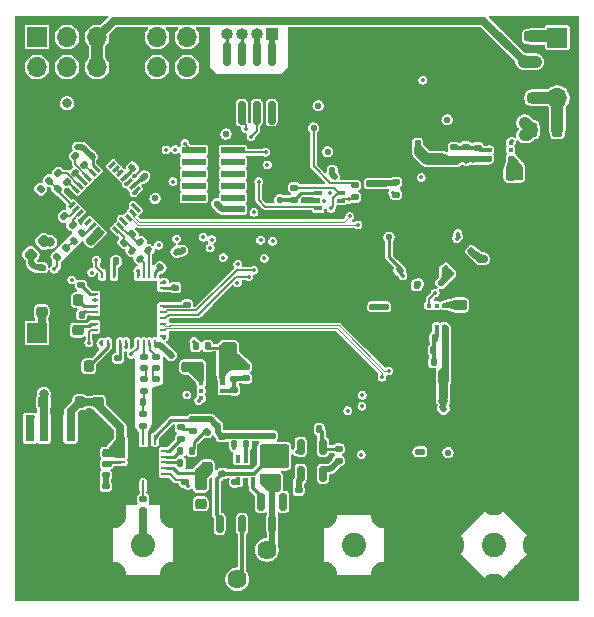
<source format=gbr>
%TF.GenerationSoftware,KiCad,Pcbnew,(6.0.4)*%
%TF.CreationDate,2023-05-27T00:51:03+09:00*%
%TF.ProjectId,RFB,5246422e-6b69-4636-9164-5f7063625858,rev?*%
%TF.SameCoordinates,Original*%
%TF.FileFunction,Copper,L6,Bot*%
%TF.FilePolarity,Positive*%
%FSLAX46Y46*%
G04 Gerber Fmt 4.6, Leading zero omitted, Abs format (unit mm)*
G04 Created by KiCad (PCBNEW (6.0.4)) date 2023-05-27 00:51:03*
%MOMM*%
%LPD*%
G01*
G04 APERTURE LIST*
G04 Aperture macros list*
%AMRoundRect*
0 Rectangle with rounded corners*
0 $1 Rounding radius*
0 $2 $3 $4 $5 $6 $7 $8 $9 X,Y pos of 4 corners*
0 Add a 4 corners polygon primitive as box body*
4,1,4,$2,$3,$4,$5,$6,$7,$8,$9,$2,$3,0*
0 Add four circle primitives for the rounded corners*
1,1,$1+$1,$2,$3*
1,1,$1+$1,$4,$5*
1,1,$1+$1,$6,$7*
1,1,$1+$1,$8,$9*
0 Add four rect primitives between the rounded corners*
20,1,$1+$1,$2,$3,$4,$5,0*
20,1,$1+$1,$4,$5,$6,$7,0*
20,1,$1+$1,$6,$7,$8,$9,0*
20,1,$1+$1,$8,$9,$2,$3,0*%
%AMRotRect*
0 Rectangle, with rotation*
0 The origin of the aperture is its center*
0 $1 length*
0 $2 width*
0 $3 Rotation angle, in degrees counterclockwise*
0 Add horizontal line*
21,1,$1,$2,0,0,$3*%
G04 Aperture macros list end*
%TA.AperFunction,ComponentPad*%
%ADD10C,2.600000*%
%TD*%
%TA.AperFunction,ConnectorPad*%
%ADD11C,3.800000*%
%TD*%
%TA.AperFunction,ComponentPad*%
%ADD12R,1.700000X1.700000*%
%TD*%
%TA.AperFunction,ComponentPad*%
%ADD13O,1.700000X1.700000*%
%TD*%
%TA.AperFunction,ComponentPad*%
%ADD14C,0.500000*%
%TD*%
%TA.AperFunction,SMDPad,CuDef*%
%ADD15R,2.500000X2.500000*%
%TD*%
%TA.AperFunction,ComponentPad*%
%ADD16C,2.050000*%
%TD*%
%TA.AperFunction,ComponentPad*%
%ADD17C,2.250000*%
%TD*%
%TA.AperFunction,ComponentPad*%
%ADD18C,1.620000*%
%TD*%
%TA.AperFunction,SMDPad,CuDef*%
%ADD19R,5.600000X5.600000*%
%TD*%
%TA.AperFunction,ComponentPad*%
%ADD20R,1.000000X1.000000*%
%TD*%
%TA.AperFunction,ComponentPad*%
%ADD21O,1.000000X1.000000*%
%TD*%
%TA.AperFunction,SMDPad,CuDef*%
%ADD22R,0.200000X0.400000*%
%TD*%
%TA.AperFunction,SMDPad,CuDef*%
%ADD23R,1.100000X0.600000*%
%TD*%
%TA.AperFunction,SMDPad,CuDef*%
%ADD24RoundRect,0.225000X0.225000X0.250000X-0.225000X0.250000X-0.225000X-0.250000X0.225000X-0.250000X0*%
%TD*%
%TA.AperFunction,SMDPad,CuDef*%
%ADD25R,0.250000X0.500000*%
%TD*%
%TA.AperFunction,SMDPad,CuDef*%
%ADD26R,1.600000X0.900000*%
%TD*%
%TA.AperFunction,SMDPad,CuDef*%
%ADD27RoundRect,0.140000X-0.170000X0.140000X-0.170000X-0.140000X0.170000X-0.140000X0.170000X0.140000X0*%
%TD*%
%TA.AperFunction,SMDPad,CuDef*%
%ADD28RoundRect,0.225000X-0.250000X0.225000X-0.250000X-0.225000X0.250000X-0.225000X0.250000X0.225000X0*%
%TD*%
%TA.AperFunction,SMDPad,CuDef*%
%ADD29RoundRect,0.093750X-0.093750X-0.106250X0.093750X-0.106250X0.093750X0.106250X-0.093750X0.106250X0*%
%TD*%
%TA.AperFunction,SMDPad,CuDef*%
%ADD30R,1.000000X1.600000*%
%TD*%
%TA.AperFunction,SMDPad,CuDef*%
%ADD31RoundRect,0.135000X0.135000X0.185000X-0.135000X0.185000X-0.135000X-0.185000X0.135000X-0.185000X0*%
%TD*%
%TA.AperFunction,SMDPad,CuDef*%
%ADD32RoundRect,0.140000X-0.021213X0.219203X-0.219203X0.021213X0.021213X-0.219203X0.219203X-0.021213X0*%
%TD*%
%TA.AperFunction,SMDPad,CuDef*%
%ADD33RotRect,0.250000X0.600000X45.000000*%
%TD*%
%TA.AperFunction,SMDPad,CuDef*%
%ADD34RotRect,0.250000X0.600000X135.000000*%
%TD*%
%TA.AperFunction,SMDPad,CuDef*%
%ADD35RotRect,3.100000X3.100000X135.000000*%
%TD*%
%TA.AperFunction,SMDPad,CuDef*%
%ADD36RoundRect,0.135000X-0.135000X-0.185000X0.135000X-0.185000X0.135000X0.185000X-0.135000X0.185000X0*%
%TD*%
%TA.AperFunction,SMDPad,CuDef*%
%ADD37RoundRect,0.135000X0.185000X-0.135000X0.185000X0.135000X-0.185000X0.135000X-0.185000X-0.135000X0*%
%TD*%
%TA.AperFunction,SMDPad,CuDef*%
%ADD38RoundRect,0.147500X-0.017678X0.226274X-0.226274X0.017678X0.017678X-0.226274X0.226274X-0.017678X0*%
%TD*%
%TA.AperFunction,SMDPad,CuDef*%
%ADD39RoundRect,0.135000X0.035355X-0.226274X0.226274X-0.035355X-0.035355X0.226274X-0.226274X0.035355X0*%
%TD*%
%TA.AperFunction,SMDPad,CuDef*%
%ADD40RoundRect,0.140000X-0.140000X-0.170000X0.140000X-0.170000X0.140000X0.170000X-0.140000X0.170000X0*%
%TD*%
%TA.AperFunction,SMDPad,CuDef*%
%ADD41RoundRect,0.140000X0.140000X0.170000X-0.140000X0.170000X-0.140000X-0.170000X0.140000X-0.170000X0*%
%TD*%
%TA.AperFunction,SMDPad,CuDef*%
%ADD42RoundRect,0.135000X-0.185000X0.135000X-0.185000X-0.135000X0.185000X-0.135000X0.185000X0.135000X0*%
%TD*%
%TA.AperFunction,SMDPad,CuDef*%
%ADD43RoundRect,0.218750X0.218750X0.381250X-0.218750X0.381250X-0.218750X-0.381250X0.218750X-0.381250X0*%
%TD*%
%TA.AperFunction,SMDPad,CuDef*%
%ADD44RoundRect,0.093750X0.106250X-0.093750X0.106250X0.093750X-0.106250X0.093750X-0.106250X-0.093750X0*%
%TD*%
%TA.AperFunction,SMDPad,CuDef*%
%ADD45R,1.600000X1.000000*%
%TD*%
%TA.AperFunction,SMDPad,CuDef*%
%ADD46RoundRect,0.140000X0.170000X-0.140000X0.170000X0.140000X-0.170000X0.140000X-0.170000X-0.140000X0*%
%TD*%
%TA.AperFunction,SMDPad,CuDef*%
%ADD47R,2.000000X0.500000*%
%TD*%
%TA.AperFunction,SMDPad,CuDef*%
%ADD48RoundRect,0.140000X-0.219203X-0.021213X-0.021213X-0.219203X0.219203X0.021213X0.021213X0.219203X0*%
%TD*%
%TA.AperFunction,SMDPad,CuDef*%
%ADD49RoundRect,0.225000X0.250000X-0.225000X0.250000X0.225000X-0.250000X0.225000X-0.250000X-0.225000X0*%
%TD*%
%TA.AperFunction,SMDPad,CuDef*%
%ADD50RoundRect,0.218750X-0.381250X0.218750X-0.381250X-0.218750X0.381250X-0.218750X0.381250X0.218750X0*%
%TD*%
%TA.AperFunction,SMDPad,CuDef*%
%ADD51RoundRect,0.087500X-0.061872X-0.185616X0.185616X0.061872X0.061872X0.185616X-0.185616X-0.061872X0*%
%TD*%
%TA.AperFunction,SMDPad,CuDef*%
%ADD52RotRect,1.400000X1.600000X45.000000*%
%TD*%
%TA.AperFunction,SMDPad,CuDef*%
%ADD53RoundRect,0.150000X0.150000X-0.587500X0.150000X0.587500X-0.150000X0.587500X-0.150000X-0.587500X0*%
%TD*%
%TA.AperFunction,SMDPad,CuDef*%
%ADD54RoundRect,0.093750X0.093750X0.106250X-0.093750X0.106250X-0.093750X-0.106250X0.093750X-0.106250X0*%
%TD*%
%TA.AperFunction,SMDPad,CuDef*%
%ADD55RoundRect,0.062500X-0.062500X0.350000X-0.062500X-0.350000X0.062500X-0.350000X0.062500X0.350000X0*%
%TD*%
%TA.AperFunction,SMDPad,CuDef*%
%ADD56RoundRect,0.062500X-0.350000X0.062500X-0.350000X-0.062500X0.350000X-0.062500X0.350000X0.062500X0*%
%TD*%
%TA.AperFunction,SMDPad,CuDef*%
%ADD57R,0.800000X2.200000*%
%TD*%
%TA.AperFunction,SMDPad,CuDef*%
%ADD58R,5.800000X6.400000*%
%TD*%
%TA.AperFunction,SMDPad,CuDef*%
%ADD59R,0.249999X0.599999*%
%TD*%
%TA.AperFunction,SMDPad,CuDef*%
%ADD60R,0.599999X0.249999*%
%TD*%
%TA.AperFunction,SMDPad,CuDef*%
%ADD61R,4.500001X4.500001*%
%TD*%
%TA.AperFunction,SMDPad,CuDef*%
%ADD62RoundRect,0.218750X0.026517X-0.335876X0.335876X-0.026517X-0.026517X0.335876X-0.335876X0.026517X0*%
%TD*%
%TA.AperFunction,SMDPad,CuDef*%
%ADD63RoundRect,0.225000X-0.225000X-0.250000X0.225000X-0.250000X0.225000X0.250000X-0.225000X0.250000X0*%
%TD*%
%TA.AperFunction,SMDPad,CuDef*%
%ADD64RoundRect,0.140000X0.219203X0.021213X0.021213X0.219203X-0.219203X-0.021213X-0.021213X-0.219203X0*%
%TD*%
%TA.AperFunction,SMDPad,CuDef*%
%ADD65R,0.400000X0.650000*%
%TD*%
%TA.AperFunction,SMDPad,CuDef*%
%ADD66R,0.650000X0.400000*%
%TD*%
%TA.AperFunction,SMDPad,CuDef*%
%ADD67RoundRect,0.150000X-0.150000X0.512500X-0.150000X-0.512500X0.150000X-0.512500X0.150000X0.512500X0*%
%TD*%
%TA.AperFunction,SMDPad,CuDef*%
%ADD68RoundRect,0.135000X-0.035355X0.226274X-0.226274X0.035355X0.035355X-0.226274X0.226274X-0.035355X0*%
%TD*%
%TA.AperFunction,SMDPad,CuDef*%
%ADD69RoundRect,0.150000X0.150000X-0.825000X0.150000X0.825000X-0.150000X0.825000X-0.150000X-0.825000X0*%
%TD*%
%TA.AperFunction,SMDPad,CuDef*%
%ADD70RoundRect,0.150000X-0.150000X0.587500X-0.150000X-0.587500X0.150000X-0.587500X0.150000X0.587500X0*%
%TD*%
%TA.AperFunction,SMDPad,CuDef*%
%ADD71RoundRect,0.135000X-0.226274X-0.035355X-0.035355X-0.226274X0.226274X0.035355X0.035355X0.226274X0*%
%TD*%
%TA.AperFunction,SMDPad,CuDef*%
%ADD72RoundRect,0.140000X0.021213X-0.219203X0.219203X-0.021213X-0.021213X0.219203X-0.219203X0.021213X0*%
%TD*%
%TA.AperFunction,SMDPad,CuDef*%
%ADD73RoundRect,0.135000X0.226274X0.035355X0.035355X0.226274X-0.226274X-0.035355X-0.035355X-0.226274X0*%
%TD*%
%TA.AperFunction,SMDPad,CuDef*%
%ADD74RoundRect,0.218750X0.256250X-0.218750X0.256250X0.218750X-0.256250X0.218750X-0.256250X-0.218750X0*%
%TD*%
%TA.AperFunction,ViaPad*%
%ADD75C,0.350000*%
%TD*%
%TA.AperFunction,ViaPad*%
%ADD76C,0.550000*%
%TD*%
%TA.AperFunction,ViaPad*%
%ADD77C,0.800000*%
%TD*%
%TA.AperFunction,Conductor*%
%ADD78C,0.500000*%
%TD*%
%TA.AperFunction,Conductor*%
%ADD79C,0.250000*%
%TD*%
%TA.AperFunction,Conductor*%
%ADD80C,0.160000*%
%TD*%
%TA.AperFunction,Conductor*%
%ADD81C,0.350000*%
%TD*%
%TA.AperFunction,Conductor*%
%ADD82C,0.670000*%
%TD*%
%TA.AperFunction,Conductor*%
%ADD83C,1.000000*%
%TD*%
%TA.AperFunction,Conductor*%
%ADD84C,0.090000*%
%TD*%
%TA.AperFunction,Conductor*%
%ADD85C,0.101600*%
%TD*%
%TA.AperFunction,Conductor*%
%ADD86C,0.146812*%
%TD*%
%TA.AperFunction,Conductor*%
%ADD87C,0.190000*%
%TD*%
%TA.AperFunction,Conductor*%
%ADD88C,0.150000*%
%TD*%
G04 APERTURE END LIST*
D10*
%TO.P,H1,1,1*%
%TO.N,GND*%
X78790800Y-95097600D03*
D11*
X78790800Y-95097600D03*
%TD*%
D12*
%TO.P,J9,1,Pin_1*%
%TO.N,/3V3D*%
X34950400Y-83230800D03*
D13*
%TO.P,J9,2,Pin_2*%
%TO.N,GND*%
X34950400Y-85770800D03*
%TD*%
D10*
%TO.P,H2,1,1*%
%TO.N,GND*%
X73329800Y-61417200D03*
D11*
X73329800Y-61417200D03*
%TD*%
D12*
%TO.P,J7,1,Pin_1*%
%TO.N,/3V8*%
X34950400Y-58166000D03*
D13*
%TO.P,J7,2,Pin_2*%
X34950400Y-60706000D03*
%TO.P,J7,3,Pin_3*%
%TO.N,VCC*%
X37490400Y-58166000D03*
%TO.P,J7,4,Pin_4*%
X37490400Y-60706000D03*
%TO.P,J7,5,Pin_5*%
%TO.N,/6V*%
X40030400Y-58166000D03*
%TO.P,J7,6,Pin_6*%
X40030400Y-60706000D03*
%TO.P,J7,7,Pin_7*%
%TO.N,GND*%
X42570400Y-58166000D03*
%TO.P,J7,8,Pin_8*%
X42570400Y-60706000D03*
%TO.P,J7,9,Pin_9*%
%TO.N,/LNA_EN1*%
X45110400Y-58166000D03*
%TO.P,J7,10,Pin_10*%
%TO.N,/LNA_EN2*%
X45110400Y-60706000D03*
%TO.P,J7,11,Pin_11*%
%TO.N,/LNA_S1*%
X47650400Y-58166000D03*
%TO.P,J7,12,Pin_12*%
%TO.N,/LNA_S2*%
X47650400Y-60706000D03*
%TD*%
D14*
%TO.P,U8,25,GND*%
%TO.N,GND*%
X66594100Y-92342400D03*
X64594100Y-91342400D03*
X66594100Y-90342400D03*
X64594100Y-90342400D03*
X65594100Y-91342400D03*
X65594100Y-90342400D03*
X66594100Y-91342400D03*
X64594100Y-92342400D03*
X65594100Y-92342400D03*
D15*
X65594100Y-91342400D03*
%TD*%
D14*
%TO.P,U3,25,EP*%
%TO.N,GND*%
X63728600Y-80146400D03*
X62728600Y-78146400D03*
X64728600Y-78146400D03*
D15*
X63728600Y-79146400D03*
D14*
X63728600Y-79146400D03*
X64728600Y-80146400D03*
X62728600Y-79146400D03*
X64728600Y-79146400D03*
X62728600Y-80146400D03*
X63728600Y-78146400D03*
%TD*%
D12*
%TO.P,J6,1,Pin_1*%
%TO.N,/Power/6V_IN*%
X78994000Y-58216800D03*
D13*
%TO.P,J6,2,Pin_2*%
%TO.N,GND*%
X78994000Y-60756800D03*
%TO.P,J6,3,Pin_3*%
%TO.N,/Power/3V8_IN*%
X78994000Y-63296800D03*
%TD*%
D16*
%TO.P,J3,1,In*%
%TO.N,/PA2/PA_RFOUT*%
X43942000Y-101145400D03*
D17*
%TO.P,J3,2,Ext*%
%TO.N,GND*%
X41402000Y-103685400D03*
X46482000Y-98605400D03*
X46482000Y-103685400D03*
X41402000Y-98605400D03*
%TD*%
D18*
%TO.P,RV1,1,1*%
%TO.N,Net-(Q1-Pad3)*%
X54406800Y-101574600D03*
%TO.P,RV1,2,2*%
%TO.N,Net-(RV1-Pad2)*%
X51906800Y-104074600D03*
%TO.P,RV1,3,3*%
%TO.N,GND*%
X49406800Y-101574600D03*
%TD*%
D19*
%TO.P,IC3,49,EP*%
%TO.N,GND*%
X63736200Y-67142900D03*
D14*
X63736200Y-68417900D03*
X63736200Y-67142900D03*
X65011200Y-68417900D03*
X62461200Y-68417900D03*
X63736200Y-69692900D03*
X61186200Y-68417900D03*
X61186200Y-67142900D03*
X62461200Y-69692900D03*
X65011200Y-64592900D03*
X66286200Y-67142900D03*
X63736200Y-64592900D03*
X66286200Y-69692900D03*
X63736200Y-65867900D03*
X61186200Y-64592900D03*
X66286200Y-68417900D03*
X62461200Y-67142900D03*
X66286200Y-64592900D03*
X65011200Y-65867900D03*
X62461200Y-65867900D03*
X66286200Y-65867900D03*
X65011200Y-69692900D03*
X62461200Y-64592900D03*
X61186200Y-69692900D03*
X65011200Y-67142900D03*
X61186200Y-65867900D03*
%TD*%
D11*
%TO.P,H3,1,1*%
%TO.N,GND*%
X35306000Y-103733600D03*
D10*
X35306000Y-103733600D03*
%TD*%
D20*
%TO.P,J5,1,Pin_1*%
%TO.N,Net-(C92-Pad1)*%
X54813200Y-57886600D03*
D21*
%TO.P,J5,2,Pin_2*%
%TO.N,Net-(C92-Pad2)*%
X53543200Y-57886600D03*
%TO.P,J5,3,Pin_3*%
%TO.N,Net-(J5-Pad3)*%
X52273200Y-57886600D03*
%TO.P,J5,4,Pin_4*%
%TO.N,Net-(J5-Pad4)*%
X51003200Y-57886600D03*
%TD*%
D22*
%TO.P,U7,1,VENABLE*%
%TO.N,GND*%
X76463000Y-73410400D03*
%TO.P,U7,2,GND*%
X76963000Y-73410400D03*
%TO.P,U7,3,RFIN*%
X77463000Y-73410400D03*
%TO.P,U7,4,RFOUT*%
X77463000Y-74910400D03*
%TO.P,U7,5,GND*%
X76963000Y-74910400D03*
%TO.P,U7,6,VCC*%
X76463000Y-74910400D03*
D23*
%TO.P,U7,7,EP*%
X76963000Y-74160400D03*
%TD*%
D24*
%TO.P,C141,1*%
%TO.N,/MIX_5VA*%
X69355000Y-86969600D03*
%TO.P,C141,2*%
%TO.N,GND*%
X67805000Y-86969600D03*
%TD*%
D16*
%TO.P,J1,1,In*%
%TO.N,/Mixer/MIX_RFA*%
X73609200Y-101142800D03*
D17*
%TO.P,J1,2,Ext*%
%TO.N,GND*%
X73609200Y-97550698D03*
X73609200Y-104734902D03*
X77201302Y-101142800D03*
X70017098Y-101142800D03*
%TD*%
D25*
%TO.P,IC1,1,N/C*%
%TO.N,GND*%
X76442600Y-82209600D03*
%TO.P,IC1,2,RFIN*%
X76942600Y-82209600D03*
%TO.P,IC1,3,VBIAS*%
X77442600Y-82209600D03*
%TO.P,IC1,4,RSET*%
X77942600Y-82209600D03*
%TO.P,IC1,5,~EN*%
X77942600Y-84109600D03*
%TO.P,IC1,6,VDD*%
X77442600Y-84109600D03*
%TO.P,IC1,7,RFOUT*%
X76942600Y-84109600D03*
%TO.P,IC1,8,N/C*%
X76442600Y-84109600D03*
D26*
%TO.P,IC1,9,EP*%
X77192600Y-83159600D03*
%TD*%
D27*
%TO.P,C83,1*%
%TO.N,Net-(C83-Pad1)*%
X48158400Y-90528200D03*
%TO.P,C83,2*%
%TO.N,Net-(C83-Pad2)*%
X48158400Y-91488200D03*
%TD*%
D28*
%TO.P,C102,1*%
%TO.N,/3V8*%
X47650400Y-86093000D03*
%TO.P,C102,2*%
%TO.N,GND*%
X47650400Y-87643000D03*
%TD*%
D29*
%TO.P,IC10,1,OUT*%
%TO.N,/ADC_1V8A*%
X73265200Y-68396200D03*
%TO.P,IC10,2,FB*%
%TO.N,Net-(C131-Pad2)*%
X73265200Y-67746200D03*
%TO.P,IC10,3,GND*%
%TO.N,GND*%
X73265200Y-67096200D03*
%TO.P,IC10,4,EN*%
%TO.N,VCC*%
X75040200Y-67096200D03*
%TO.P,IC10,5,PG*%
%TO.N,unconnected-(IC10-Pad5)*%
X75040200Y-67746200D03*
%TO.P,IC10,6,IN*%
%TO.N,/3V8*%
X75040200Y-68396200D03*
D30*
%TO.P,IC10,7,GND*%
%TO.N,GND*%
X74152700Y-67746200D03*
%TD*%
D31*
%TO.P,R37,1*%
%TO.N,GND*%
X44960000Y-89103200D03*
%TO.P,R37,2*%
%TO.N,Net-(R36-Pad2)*%
X43940000Y-89103200D03*
%TD*%
D32*
%TO.P,C69,1*%
%TO.N,/MIX_5VA*%
X69351211Y-89601989D03*
%TO.P,C69,2*%
%TO.N,GND*%
X68672389Y-90280811D03*
%TD*%
D33*
%TO.P,U2,1,GND*%
%TO.N,GND*%
X43756109Y-72392419D03*
%TO.P,U2,2,VCCOA*%
%TO.N,/3V3D*%
X43402556Y-72745973D03*
%TO.P,U2,3,CLKOUTA0*%
%TO.N,/ADC_REFCLKN*%
X43049002Y-73099526D03*
%TO.P,U2,4,\u002ACLKOUTA0*%
%TO.N,/ADC_REFCLKP*%
X42695449Y-73453080D03*
%TO.P,U2,5,VCCOA*%
%TO.N,/3V3D*%
X42341896Y-73806633D03*
%TO.P,U2,6,CLKOUTA1*%
%TO.N,/PLL_REFCLKN*%
X41988342Y-74160186D03*
%TO.P,U2,7,\u002ACLKOUTA1*%
%TO.N,/PLL_REFCLKP*%
X41634789Y-74513740D03*
%TO.P,U2,8,GND*%
%TO.N,GND*%
X41281235Y-74867293D03*
D34*
%TO.P,U2,9,CLKOUT_TYPE0*%
%TO.N,/3V3D*%
X40361997Y-74867293D03*
%TO.P,U2,10,VCC*%
X40008443Y-74513740D03*
%TO.P,U2,11,OSCIN*%
%TO.N,Net-(C90-Pad2)*%
X39654890Y-74160186D03*
%TO.P,U2,12,OSCOUT*%
%TO.N,unconnected-(U2-Pad12)*%
X39301336Y-73806633D03*
%TO.P,U2,13,CLKIN_SEL0*%
%TO.N,GND*%
X38947783Y-73453080D03*
%TO.P,U2,14,CLKIN0*%
%TO.N,Net-(R44-Pad2)*%
X38594230Y-73099526D03*
%TO.P,U2,15,\u002ACLKIN0*%
%TO.N,Net-(R44-Pad1)*%
X38240676Y-72745973D03*
%TO.P,U2,16,CLKIN_SEL1*%
%TO.N,Net-(R4-Pad2)*%
X37887123Y-72392419D03*
D33*
%TO.P,U2,17,GND*%
%TO.N,GND*%
X37887123Y-71473181D03*
%TO.P,U2,18,\u002ACLKOUTB1*%
%TO.N,Net-(R2-Pad1)*%
X38240676Y-71119627D03*
%TO.P,U2,19,CLKOUTB1*%
%TO.N,Net-(R2-Pad2)*%
X38594230Y-70766074D03*
%TO.P,U2,20,VCCOB*%
%TO.N,/3V3D*%
X38947783Y-70412520D03*
%TO.P,U2,21,\u002ACLKOUTB0*%
%TO.N,Net-(R3-Pad1)*%
X39301336Y-70058967D03*
%TO.P,U2,22,CLKOUTB0*%
%TO.N,Net-(R3-Pad2)*%
X39654890Y-69705414D03*
%TO.P,U2,23,VCCOB*%
%TO.N,/3V3D*%
X40008443Y-69351860D03*
%TO.P,U2,24,GND*%
%TO.N,GND*%
X40361997Y-68998307D03*
D34*
%TO.P,U2,25,NC*%
%TO.N,unconnected-(U2-Pad25)*%
X41281235Y-68998307D03*
%TO.P,U2,26,\u002ACLKIN1*%
%TO.N,Net-(U2-Pad26)*%
X41634789Y-69351860D03*
%TO.P,U2,27,CLKIN1*%
X41988342Y-69705414D03*
%TO.P,U2,28,VCC*%
%TO.N,/3V3D*%
X42341896Y-70058967D03*
%TO.P,U2,29,REFOUT*%
%TO.N,/MCU_REFCLK*%
X42695449Y-70412520D03*
%TO.P,U2,30,VCCOC*%
%TO.N,VCC*%
X43049002Y-70766074D03*
%TO.P,U2,31,REFOUT_EN*%
%TO.N,/3V3D*%
X43402556Y-71119627D03*
%TO.P,U2,32,CLKOUT_TYPE1*%
%TO.N,GND*%
X43756109Y-71473181D03*
D35*
%TO.P,U2,33,EPAD*%
X40821616Y-71932800D03*
%TD*%
D36*
%TO.P,R75,1*%
%TO.N,GND*%
X67598100Y-83667600D03*
%TO.P,R75,2*%
%TO.N,Net-(C132-Pad2)*%
X68618100Y-83667600D03*
%TD*%
D37*
%TO.P,R21,1*%
%TO.N,Net-(Q1-Pad3)*%
X54838600Y-95404400D03*
%TO.P,R21,2*%
%TO.N,Net-(C82-Pad2)*%
X54838600Y-94384400D03*
%TD*%
D16*
%TO.P,J2,1,In*%
%TO.N,/Mixer/MIX_RFB*%
X61823600Y-101142800D03*
D17*
%TO.P,J2,2,Ext*%
%TO.N,GND*%
X64363600Y-103682800D03*
X59283600Y-103682800D03*
X59283600Y-98602800D03*
X64363600Y-98602800D03*
%TD*%
D38*
%TO.P,L5,1,1*%
%TO.N,Net-(C83-Pad1)*%
X50050747Y-90893853D03*
%TO.P,L5,2,2*%
%TO.N,Net-(C84-Pad2)*%
X49364853Y-91579747D03*
%TD*%
D28*
%TO.P,C122,1*%
%TO.N,/6V*%
X70853300Y-80860600D03*
%TO.P,C122,2*%
%TO.N,GND*%
X70853300Y-82410600D03*
%TD*%
D31*
%TO.P,R20,1*%
%TO.N,Net-(R20-Pad1)*%
X52681600Y-92659200D03*
%TO.P,R20,2*%
%TO.N,/PA2/PA_5VFREF*%
X51661600Y-92659200D03*
%TD*%
%TO.P,R50,1*%
%TO.N,VCC*%
X49405000Y-84328000D03*
%TO.P,R50,2*%
%TO.N,/SPI_CS_PLL*%
X48385000Y-84328000D03*
%TD*%
D39*
%TO.P,R4,1*%
%TO.N,/3V3D*%
X35250176Y-71048824D03*
%TO.P,R4,2*%
%TO.N,Net-(R4-Pad2)*%
X35971424Y-70327576D03*
%TD*%
D40*
%TO.P,C30,1*%
%TO.N,GND*%
X37775000Y-81711800D03*
%TO.P,C30,2*%
%TO.N,Net-(C30-Pad2)*%
X38735000Y-81711800D03*
%TD*%
D41*
%TO.P,C7,1*%
%TO.N,GND*%
X70497700Y-83667600D03*
%TO.P,C7,2*%
%TO.N,/MIX_5VA*%
X69537700Y-83667600D03*
%TD*%
D37*
%TO.P,R68,1*%
%TO.N,Net-(C116-Pad2)*%
X51638200Y-87124000D03*
%TO.P,R68,2*%
%TO.N,VCC*%
X51638200Y-86104000D03*
%TD*%
%TO.P,R35,1*%
%TO.N,GND*%
X44983400Y-88140000D03*
%TO.P,R35,2*%
%TO.N,Net-(C29-Pad1)*%
X44983400Y-87120000D03*
%TD*%
D24*
%TO.P,C121,1*%
%TO.N,/3V8*%
X75095400Y-69824600D03*
%TO.P,C121,2*%
%TO.N,GND*%
X73545400Y-69824600D03*
%TD*%
D40*
%TO.P,C86,1*%
%TO.N,/PA_5V*%
X47094200Y-94259400D03*
%TO.P,C86,2*%
%TO.N,GND*%
X48054200Y-94259400D03*
%TD*%
D42*
%TO.P,R52,1*%
%TO.N,/1V8D*%
X61849000Y-70711600D03*
%TO.P,R52,2*%
%TO.N,/ADC/ADC_SDO*%
X61849000Y-71731600D03*
%TD*%
D32*
%TO.P,C13,1*%
%TO.N,GND*%
X46948411Y-84394989D03*
%TO.P,C13,2*%
%TO.N,/PLL_3V3A*%
X46269589Y-85073811D03*
%TD*%
D43*
%TO.P,FB8,1*%
%TO.N,/Power/3V8_IN*%
X78989700Y-66014600D03*
%TO.P,FB8,2*%
%TO.N,/3V8*%
X76864700Y-66014600D03*
%TD*%
D37*
%TO.P,R33,1*%
%TO.N,/PA_DET*%
X60477400Y-94058200D03*
%TO.P,R33,2*%
%TO.N,Net-(R32-Pad1)*%
X60477400Y-93038200D03*
%TD*%
D42*
%TO.P,R38,1*%
%TO.N,Net-(R36-Pad2)*%
X43942000Y-90066400D03*
%TO.P,R38,2*%
%TO.N,Net-(U14-Pad3)*%
X43942000Y-91086400D03*
%TD*%
D44*
%TO.P,IC2,1,OUT*%
%TO.N,/MIX_5VA*%
X69426900Y-82675500D03*
%TO.P,IC2,2,FB*%
%TO.N,Net-(C132-Pad2)*%
X68776900Y-82675500D03*
%TO.P,IC2,3,GND*%
%TO.N,GND*%
X68126900Y-82675500D03*
%TO.P,IC2,4,EN*%
%TO.N,VCC*%
X68126900Y-80900500D03*
%TO.P,IC2,5,PG*%
%TO.N,unconnected-(IC2-Pad5)*%
X68776900Y-80900500D03*
%TO.P,IC2,6,IN*%
%TO.N,/6V*%
X69426900Y-80900500D03*
D45*
%TO.P,IC2,7,GND*%
%TO.N,GND*%
X68776900Y-81788000D03*
%TD*%
D46*
%TO.P,C85,1*%
%TO.N,/PA_5V*%
X40767000Y-93342400D03*
%TO.P,C85,2*%
%TO.N,GND*%
X40767000Y-92382400D03*
%TD*%
%TO.P,C39,1*%
%TO.N,/ADC_1V8A*%
X63129100Y-70582000D03*
%TO.P,C39,2*%
%TO.N,GND*%
X63129100Y-69622000D03*
%TD*%
D47*
%TO.P,J10,1,Pin_1*%
%TO.N,GND*%
X48235600Y-72756400D03*
%TO.P,J10,2,Pin_2*%
%TO.N,VCC*%
X51535600Y-72756400D03*
%TO.P,J10,3,Pin_3*%
%TO.N,/STM_GPA0*%
X48235600Y-71756400D03*
%TO.P,J10,4,Pin_4*%
%TO.N,/STM_GPA2*%
X51535600Y-71756400D03*
%TO.P,J10,5,Pin_5*%
%TO.N,/STM_GPB8*%
X48235600Y-70756400D03*
%TO.P,J10,6,Pin_6*%
%TO.N,/STM_GPA5*%
X51535600Y-70756400D03*
%TO.P,J10,7,Pin_7*%
%TO.N,/STM_GPA1*%
X48235600Y-69756400D03*
%TO.P,J10,8,Pin_8*%
%TO.N,/STM_GPA4*%
X51535600Y-69756400D03*
%TO.P,J10,9,Pin_9*%
%TO.N,/STM_GPB5*%
X48235600Y-68756400D03*
%TO.P,J10,10,Pin_10*%
%TO.N,/STM_GPB12*%
X51535600Y-68756400D03*
%TO.P,J10,11,Pin_11*%
%TO.N,/STM_GPB4*%
X48235600Y-67756400D03*
%TO.P,J10,12,Pin_12*%
%TO.N,/STM_GPA8*%
X51535600Y-67756400D03*
%TD*%
D48*
%TO.P,C27,1*%
%TO.N,/PLL_REFCLKN*%
X43688000Y-75539600D03*
%TO.P,C27,2*%
%TO.N,Net-(C27-Pad2)*%
X44366822Y-76218422D03*
%TD*%
D49*
%TO.P,C99,1*%
%TO.N,/PA_5V*%
X40106600Y-89090800D03*
%TO.P,C99,2*%
%TO.N,GND*%
X40106600Y-87540800D03*
%TD*%
D50*
%TO.P,FB7,1*%
%TO.N,/Power/6V_IN*%
X76784200Y-58119500D03*
%TO.P,FB7,2*%
%TO.N,/6V*%
X76784200Y-60244500D03*
%TD*%
D32*
%TO.P,C8,1*%
%TO.N,GND*%
X40252022Y-67570978D03*
%TO.P,C8,2*%
%TO.N,/3V3D*%
X39573200Y-68249800D03*
%TD*%
D27*
%TO.P,C17,1*%
%TO.N,GND*%
X47650400Y-79888200D03*
%TO.P,C17,2*%
%TO.N,/PLL_3V3A*%
X47650400Y-80848200D03*
%TD*%
D51*
%TO.P,U20,1,VO*%
%TO.N,/IFF_3V3A*%
X69823484Y-78047130D03*
%TO.P,U20,2,Vo_s*%
X69469931Y-77693577D03*
%TO.P,U20,3,GND*%
%TO.N,GND*%
X69116377Y-77340023D03*
%TO.P,U20,4,GND*%
X68762824Y-76986470D03*
%TO.P,U20,5,EN*%
%TO.N,VCC*%
X70583624Y-75165670D03*
%TO.P,U20,6,GND*%
%TO.N,GND*%
X70937177Y-75519223D03*
%TO.P,U20,7,GND*%
X71290731Y-75872777D03*
%TO.P,U20,8,VCC*%
%TO.N,/3V8*%
X71644284Y-76226330D03*
D52*
%TO.P,U20,9,GND*%
%TO.N,GND*%
X70203554Y-76606400D03*
%TD*%
D27*
%TO.P,C87,1*%
%TO.N,/3V3D_OSC*%
X35356800Y-77701200D03*
%TO.P,C87,2*%
%TO.N,GND*%
X35356800Y-78661200D03*
%TD*%
%TO.P,C96,1*%
%TO.N,Net-(C96-Pad1)*%
X43942000Y-97310000D03*
%TO.P,C96,2*%
%TO.N,/PA2/PA_RFOUT*%
X43942000Y-98270000D03*
%TD*%
D53*
%TO.P,U10,1,FB*%
%TO.N,Net-(RV1-Pad2)*%
X52308800Y-99387900D03*
%TO.P,U10,2,K*%
%TO.N,Net-(C82-Pad2)*%
X50408800Y-99387900D03*
%TO.P,U10,3,A*%
%TO.N,GND*%
X51358800Y-97512900D03*
%TD*%
D48*
%TO.P,C26,1*%
%TO.N,/PLL_REFCLKP*%
X42992989Y-76241589D03*
%TO.P,C26,2*%
%TO.N,Net-(C26-Pad2)*%
X43671811Y-76920411D03*
%TD*%
D24*
%TO.P,C104,1*%
%TO.N,/PA_5V*%
X38570200Y-89077800D03*
%TO.P,C104,2*%
%TO.N,GND*%
X37020200Y-89077800D03*
%TD*%
D46*
%TO.P,C42,1*%
%TO.N,/ADC_1V8A*%
X64322900Y-70582000D03*
%TO.P,C42,2*%
%TO.N,GND*%
X64322900Y-69622000D03*
%TD*%
D41*
%TO.P,C132,1*%
%TO.N,/MIX_5VA*%
X69507100Y-85699600D03*
%TO.P,C132,2*%
%TO.N,Net-(C132-Pad2)*%
X68547100Y-85699600D03*
%TD*%
D46*
%TO.P,C34,1*%
%TO.N,GND*%
X72273100Y-69436400D03*
%TO.P,C34,2*%
%TO.N,/ADC_1V8A*%
X72273100Y-68476400D03*
%TD*%
D48*
%TO.P,C3,1*%
%TO.N,GND*%
X37497378Y-68993378D03*
%TO.P,C3,2*%
%TO.N,/3V3D*%
X38176200Y-69672200D03*
%TD*%
D37*
%TO.P,R63,1*%
%TO.N,/ADC_RESET*%
X65338900Y-71499001D03*
%TO.P,R63,2*%
%TO.N,/ADC_1V8A*%
X65338900Y-70479001D03*
%TD*%
D27*
%TO.P,C32,1*%
%TO.N,Net-(C32-Pad1)*%
X46659800Y-79377600D03*
%TO.P,C32,2*%
%TO.N,GND*%
X46659800Y-80337600D03*
%TD*%
D54*
%TO.P,IC8,1,OUT*%
%TO.N,VCC*%
X50620700Y-87462600D03*
%TO.P,IC8,2,FB*%
%TO.N,Net-(C116-Pad2)*%
X50620700Y-88112600D03*
%TO.P,IC8,3,GND*%
%TO.N,GND*%
X50620700Y-88762600D03*
%TO.P,IC8,4,EN*%
%TO.N,/3V3D*%
X48845700Y-88762600D03*
%TO.P,IC8,5,PG*%
%TO.N,unconnected-(IC8-Pad5)*%
X48845700Y-88112600D03*
%TO.P,IC8,6,IN*%
%TO.N,/3V8*%
X48845700Y-87462600D03*
D30*
%TO.P,IC8,7,GND*%
%TO.N,GND*%
X49733200Y-88112600D03*
%TD*%
D55*
%TO.P,U14,1,GND*%
%TO.N,GND*%
X42942000Y-92245700D03*
%TO.P,U14,2,GND*%
X43442000Y-92245700D03*
%TO.P,U14,3,RFIN*%
%TO.N,Net-(U14-Pad3)*%
X43942000Y-92245700D03*
%TO.P,U14,4,GND*%
%TO.N,GND*%
X44442000Y-92245700D03*
%TO.P,U14,5,VREF*%
%TO.N,Net-(C83-Pad1)*%
X44942000Y-92245700D03*
D56*
%TO.P,U14,6,SP1*%
%TO.N,Net-(R23-Pad2)*%
X45879500Y-93183200D03*
%TO.P,U14,7,SP2*%
%TO.N,Net-(C84-Pad1)*%
X45879500Y-93683200D03*
%TO.P,U14,8,VCC2*%
%TO.N,/PA_5V*%
X45879500Y-94183200D03*
%TO.P,U14,9,VCC3*%
X45879500Y-94683200D03*
%TO.P,U14,10,DET*%
%TO.N,Net-(R31-Pad2)*%
X45879500Y-95183200D03*
D55*
%TO.P,U14,11,GND*%
%TO.N,GND*%
X44942000Y-96120700D03*
%TO.P,U14,12,GND*%
X44442000Y-96120700D03*
%TO.P,U14,13,RFOUT*%
%TO.N,Net-(C96-Pad1)*%
X43942000Y-96120700D03*
%TO.P,U14,14,GND*%
%TO.N,GND*%
X43442000Y-96120700D03*
%TO.P,U14,15,GND*%
X42942000Y-96120700D03*
D56*
%TO.P,U14,16,GND*%
X42004500Y-95183200D03*
%TO.P,U14,17,GND*%
X42004500Y-94683200D03*
%TO.P,U14,18,VCC3*%
%TO.N,/PA_5V*%
X42004500Y-94183200D03*
%TO.P,U14,19,VCC2*%
X42004500Y-93683200D03*
%TO.P,U14,20,VCC1*%
X42004500Y-93183200D03*
D15*
%TO.P,U14,21,GND*%
%TO.N,GND*%
X43942000Y-94183200D03*
%TD*%
D40*
%TO.P,C11,1*%
%TO.N,GND*%
X49659600Y-86283800D03*
%TO.P,C11,2*%
%TO.N,VCC*%
X50619600Y-86283800D03*
%TD*%
D32*
%TO.P,C123,1*%
%TO.N,/3V8*%
X72450011Y-76901989D03*
%TO.P,C123,2*%
%TO.N,GND*%
X71771189Y-77580811D03*
%TD*%
D27*
%TO.P,C116,1*%
%TO.N,VCC*%
X52654200Y-86108600D03*
%TO.P,C116,2*%
%TO.N,Net-(C116-Pad2)*%
X52654200Y-87068600D03*
%TD*%
D57*
%TO.P,U16,1,EN*%
%TO.N,VCC*%
X34372200Y-91287600D03*
%TO.P,U16,2,IN*%
%TO.N,/6V*%
X35512200Y-91287600D03*
D58*
%TO.P,U16,3,GND*%
%TO.N,GND*%
X36652200Y-97587600D03*
D57*
X36652200Y-91287600D03*
%TO.P,U16,4,OUT*%
%TO.N,/PA_5V*%
X37792200Y-91287600D03*
%TO.P,U16,5,ADJ*%
%TO.N,GND*%
X38932200Y-91287600D03*
%TD*%
D28*
%TO.P,C88,1*%
%TO.N,GND*%
X49326800Y-93027200D03*
%TO.P,C88,2*%
%TO.N,/PA_5V*%
X49326800Y-94577200D03*
%TD*%
D42*
%TO.P,R30,1*%
%TO.N,Net-(C89-Pad1)*%
X40767000Y-96213200D03*
%TO.P,R30,2*%
%TO.N,GND*%
X40767000Y-97233200D03*
%TD*%
D59*
%TO.P,U4,1,CE*%
%TO.N,/PLL_CE*%
X40472797Y-78303801D03*
%TO.P,U4,2,GND*%
%TO.N,GND*%
X40972796Y-78303801D03*
%TO.P,U4,3,VBIASVCO*%
%TO.N,Net-(C24-Pad2)*%
X41472797Y-78303801D03*
%TO.P,U4,4,GND*%
%TO.N,GND*%
X41972796Y-78303801D03*
%TO.P,U4,5,SYNC*%
X42472798Y-78303801D03*
%TO.P,U4,6,GND*%
X42972797Y-78303801D03*
%TO.P,U4,7,VCCDIG*%
%TO.N,/PLL_3V3A*%
X43472796Y-78303801D03*
%TO.P,U4,8,OSCINP*%
%TO.N,Net-(C26-Pad2)*%
X43972797Y-78303801D03*
%TO.P,U4,9,OSCINM*%
%TO.N,Net-(C27-Pad2)*%
X44472796Y-78303801D03*
%TO.P,U4,10,VREGIN*%
%TO.N,Net-(C22-Pad2)*%
X44972798Y-78303801D03*
D60*
%TO.P,U4,11,VCCCP*%
%TO.N,/PLL_3V3A*%
X45622797Y-78953799D03*
%TO.P,U4,12,CPOUT*%
%TO.N,Net-(C32-Pad1)*%
X45622797Y-79453798D03*
%TO.P,U4,13,GND*%
%TO.N,GND*%
X45622797Y-79953800D03*
%TO.P,U4,14,GND*%
X45622797Y-80453799D03*
%TO.P,U4,15,VCCMASH*%
%TO.N,/PLL_3V3A*%
X45622797Y-80953800D03*
%TO.P,U4,16,SCK*%
%TO.N,/SPI_SCK*%
X45622797Y-81453800D03*
%TO.P,U4,17,SDI*%
%TO.N,/SPI_MOSI*%
X45622797Y-81953798D03*
%TO.P,U4,18,RFOUTBM*%
%TO.N,/PLL_RFMXP*%
X45622797Y-82453800D03*
%TO.P,U4,19,RFOUTBP*%
%TO.N,/PLL_RFMXN*%
X45622797Y-82953799D03*
%TO.P,U4,20,MUXOUT*%
%TO.N,/Generator/MUXOUT*%
X45622797Y-83453801D03*
D59*
%TO.P,U4,21,VCCBUF*%
%TO.N,/PLL_3V3A*%
X44972798Y-84103799D03*
%TO.P,U4,22,RFOUTAM*%
%TO.N,Net-(C29-Pad2)*%
X44472796Y-84103799D03*
%TO.P,U4,23,RFOUTAP*%
%TO.N,Net-(C28-Pad2)*%
X43972797Y-84103799D03*
%TO.P,U4,24,CSB*%
%TO.N,/SPI_CS_PLL*%
X43472796Y-84103799D03*
%TO.P,U4,25,GND*%
%TO.N,GND*%
X42972797Y-84103799D03*
%TO.P,U4,26,VCCVCO2*%
%TO.N,/PLL_3V3A*%
X42472798Y-84103799D03*
%TO.P,U4,27,VBIASVCO2*%
%TO.N,Net-(C21-Pad2)*%
X41972796Y-84103799D03*
%TO.P,U4,28,SYSREFREQ*%
%TO.N,GND*%
X41472797Y-84103799D03*
%TO.P,U4,29,VREFVCO2*%
%TO.N,Net-(C20-Pad2)*%
X40972796Y-84103799D03*
%TO.P,U4,30,RAMPCLK*%
%TO.N,/PLL_RAMPCLK*%
X40472797Y-84103799D03*
D60*
%TO.P,U4,31,GND*%
%TO.N,GND*%
X39822798Y-83453801D03*
%TO.P,U4,32,RAMPDIR*%
%TO.N,/PLL_RAMPDIR*%
X39822798Y-82953799D03*
%TO.P,U4,33,VBIASVARAC*%
%TO.N,Net-(C25-Pad2)*%
X39822798Y-82453800D03*
%TO.P,U4,34,GND*%
%TO.N,GND*%
X39822798Y-81953798D03*
%TO.P,U4,35,VTUNE*%
%TO.N,Net-(C30-Pad2)*%
X39822798Y-81453800D03*
%TO.P,U4,36,VREFVCO*%
%TO.N,Net-(C19-Pad2)*%
X39822798Y-80953800D03*
%TO.P,U4,37,VCCVCO*%
%TO.N,/PLL_3V3A*%
X39822798Y-80453799D03*
%TO.P,U4,38,VREGVCO*%
%TO.N,Net-(C23-Pad2)*%
X39822798Y-79953800D03*
%TO.P,U4,39,GND*%
%TO.N,GND*%
X39822798Y-79453798D03*
%TO.P,U4,40,GND*%
X39822798Y-78953799D03*
D14*
%TO.P,U4,41,GND*%
X43422800Y-83203800D03*
X43452800Y-79203800D03*
X40722800Y-80473800D03*
X41992800Y-83203800D03*
X43452800Y-80473800D03*
X41992800Y-80473800D03*
X44722800Y-81933800D03*
X43452800Y-81933800D03*
D61*
X42722797Y-81203800D03*
D14*
X41992800Y-81933800D03*
X44722800Y-80473800D03*
X41992800Y-79203800D03*
X40722800Y-81933800D03*
%TD*%
D40*
%TO.P,C24,1*%
%TO.N,GND*%
X40670600Y-77165200D03*
%TO.P,C24,2*%
%TO.N,Net-(C24-Pad2)*%
X41630600Y-77165200D03*
%TD*%
D24*
%TO.P,C98,1*%
%TO.N,/6V*%
X35496800Y-89077800D03*
%TO.P,C98,2*%
%TO.N,GND*%
X33946800Y-89077800D03*
%TD*%
D62*
%TO.P,FB1,1*%
%TO.N,/3V3D_OSC*%
X34418953Y-76579047D03*
%TO.P,FB1,2*%
%TO.N,/3V3D*%
X35532647Y-75465353D03*
%TD*%
D63*
%TO.P,C20,1*%
%TO.N,GND*%
X37782200Y-86029800D03*
%TO.P,C20,2*%
%TO.N,Net-(C20-Pad2)*%
X39332200Y-86029800D03*
%TD*%
D41*
%TO.P,C43,1*%
%TO.N,/ADC_1V8A*%
X67180400Y-67208400D03*
%TO.P,C43,2*%
%TO.N,GND*%
X66220400Y-67208400D03*
%TD*%
D27*
%TO.P,C77,1*%
%TO.N,/IFF_3V3A*%
X63423800Y-81003200D03*
%TO.P,C77,2*%
%TO.N,GND*%
X63423800Y-81963200D03*
%TD*%
D64*
%TO.P,C133,1*%
%TO.N,/IFF_3V3A*%
X69205976Y-78936222D03*
%TO.P,C133,2*%
%TO.N,GND*%
X68527154Y-78257400D03*
%TD*%
D40*
%TO.P,C38,1*%
%TO.N,/ADC_1V8A*%
X59946600Y-69519800D03*
%TO.P,C38,2*%
%TO.N,GND*%
X60906600Y-69519800D03*
%TD*%
D48*
%TO.P,C103,1*%
%TO.N,GND*%
X46117189Y-75657389D03*
%TO.P,C103,2*%
%TO.N,VCC*%
X46796011Y-76336211D03*
%TD*%
D42*
%TO.P,R73,1*%
%TO.N,GND*%
X72273100Y-66518600D03*
%TO.P,R73,2*%
%TO.N,Net-(C131-Pad2)*%
X72273100Y-67538600D03*
%TD*%
D31*
%TO.P,R32,1*%
%TO.N,Net-(R32-Pad1)*%
X58853800Y-91389200D03*
%TO.P,R32,2*%
%TO.N,GND*%
X57833800Y-91389200D03*
%TD*%
D42*
%TO.P,R23,1*%
%TO.N,Net-(C83-Pad2)*%
X47117000Y-91209400D03*
%TO.P,R23,2*%
%TO.N,Net-(R23-Pad2)*%
X47117000Y-92229400D03*
%TD*%
D65*
%TO.P,U9,1,NC*%
%TO.N,unconnected-(U9-Pad1)*%
X51953400Y-93868200D03*
%TO.P,U9,2,A*%
%TO.N,Net-(R20-Pad1)*%
X52603400Y-93868200D03*
%TO.P,U9,3,GND*%
%TO.N,GND*%
X53253400Y-93868200D03*
%TO.P,U9,4,Y*%
%TO.N,Net-(Q1-Pad1)*%
X53253400Y-95768200D03*
%TO.P,U9,5,VCC*%
%TO.N,/PA2/PA_5VFREF*%
X51953400Y-95768200D03*
%TD*%
D41*
%TO.P,C76,1*%
%TO.N,/IFF_3V3A*%
X67104200Y-79197200D03*
%TO.P,C76,2*%
%TO.N,GND*%
X66144200Y-79197200D03*
%TD*%
D46*
%TO.P,C131,1*%
%TO.N,/ADC_1V8A*%
X70241100Y-68473800D03*
%TO.P,C131,2*%
%TO.N,Net-(C131-Pad2)*%
X70241100Y-67513800D03*
%TD*%
D32*
%TO.P,C4,1*%
%TO.N,GND*%
X43706422Y-68561578D03*
%TO.P,C4,2*%
%TO.N,/3V3D*%
X43027600Y-69240400D03*
%TD*%
D66*
%TO.P,U13,1*%
%TO.N,/SPI_CS_ADC*%
X60655200Y-71359000D03*
%TO.P,U13,2*%
%TO.N,/ADC/ADC_SDO*%
X60655200Y-72009000D03*
%TO.P,U13,3,GND*%
%TO.N,GND*%
X60655200Y-72659000D03*
%TO.P,U13,4*%
%TO.N,/SPI_MISO*%
X58755200Y-72659000D03*
%TO.P,U13,5,VCC*%
%TO.N,VCC*%
X58755200Y-71359000D03*
%TD*%
D67*
%TO.P,U15,1,+*%
%TO.N,Net-(R31-Pad2)*%
X57266800Y-92867900D03*
%TO.P,U15,2,V-*%
%TO.N,GND*%
X58216800Y-92867900D03*
%TO.P,U15,3,-*%
%TO.N,Net-(R32-Pad1)*%
X59166800Y-92867900D03*
%TO.P,U15,4*%
%TO.N,/PA_DET*%
X59166800Y-95142900D03*
%TO.P,U15,5,V+*%
%TO.N,/PA_5V*%
X57266800Y-95142900D03*
%TD*%
D68*
%TO.P,R5,1*%
%TO.N,/PLL_REFCLKN*%
X43007224Y-74848776D03*
%TO.P,R5,2*%
%TO.N,/PLL_REFCLKP*%
X42285976Y-75570024D03*
%TD*%
D46*
%TO.P,C28,1*%
%TO.N,/PLL_RFPA*%
X43967400Y-86205000D03*
%TO.P,C28,2*%
%TO.N,Net-(C28-Pad2)*%
X43967400Y-85245000D03*
%TD*%
%TO.P,C29,1*%
%TO.N,Net-(C29-Pad1)*%
X44983400Y-86205000D03*
%TO.P,C29,2*%
%TO.N,Net-(C29-Pad2)*%
X44983400Y-85245000D03*
%TD*%
D36*
%TO.P,R74,1*%
%TO.N,Net-(C132-Pad2)*%
X68512500Y-84683600D03*
%TO.P,R74,2*%
%TO.N,/MIX_5VA*%
X69532500Y-84683600D03*
%TD*%
D69*
%TO.P,U6,1,VCC1*%
%TO.N,VCC*%
X54813200Y-64563800D03*
%TO.P,U6,2,RXD*%
%TO.N,/CAN_R*%
X53543200Y-64563800D03*
%TO.P,U6,3,TXD*%
%TO.N,/CAN_T*%
X52273200Y-64563800D03*
%TO.P,U6,4,GND1*%
%TO.N,GND*%
X51003200Y-64563800D03*
%TO.P,U6,5,CANL*%
%TO.N,Net-(J5-Pad4)*%
X51003200Y-59613800D03*
%TO.P,U6,6,CANH*%
%TO.N,Net-(J5-Pad3)*%
X52273200Y-59613800D03*
%TO.P,U6,7,GND2*%
%TO.N,Net-(C92-Pad2)*%
X53543200Y-59613800D03*
%TO.P,U6,8,VCC2*%
%TO.N,Net-(C92-Pad1)*%
X54813200Y-59613800D03*
%TD*%
D70*
%TO.P,Q1,1,G*%
%TO.N,Net-(Q1-Pad1)*%
X53914000Y-97512900D03*
%TO.P,Q1,2,S*%
%TO.N,/PA2/PA_5VFREF*%
X55814000Y-97512900D03*
%TO.P,Q1,3,D*%
%TO.N,Net-(Q1-Pad3)*%
X54864000Y-99387900D03*
%TD*%
D49*
%TO.P,C81,1*%
%TO.N,/Power/3V8_IN*%
X76911200Y-63309800D03*
%TO.P,C81,2*%
%TO.N,GND*%
X76911200Y-61759800D03*
%TD*%
D39*
%TO.P,R1,1*%
%TO.N,Net-(R1-Pad1)*%
X36647176Y-76789224D03*
%TO.P,R1,2*%
%TO.N,Net-(C90-Pad1)*%
X37368424Y-76067976D03*
%TD*%
D71*
%TO.P,R44,1*%
%TO.N,Net-(R44-Pad1)*%
X37251752Y-73345152D03*
%TO.P,R44,2*%
%TO.N,Net-(R44-Pad2)*%
X37973000Y-74066400D03*
%TD*%
D27*
%TO.P,C82,1*%
%TO.N,GND*%
X50647600Y-94160400D03*
%TO.P,C82,2*%
%TO.N,Net-(C82-Pad2)*%
X50647600Y-95120400D03*
%TD*%
D72*
%TO.P,C1,1*%
%TO.N,GND*%
X38751189Y-76107611D03*
%TO.P,C1,2*%
%TO.N,/3V3D*%
X39430011Y-75428789D03*
%TD*%
D73*
%TO.P,R2,1*%
%TO.N,Net-(R2-Pad1)*%
X37470024Y-70413824D03*
%TO.P,R2,2*%
%TO.N,Net-(R2-Pad2)*%
X36748776Y-69692576D03*
%TD*%
D37*
%TO.P,R31,1*%
%TO.N,GND*%
X47472600Y-96877600D03*
%TO.P,R31,2*%
%TO.N,Net-(R31-Pad2)*%
X47472600Y-95857600D03*
%TD*%
D63*
%TO.P,C119,1*%
%TO.N,VCC*%
X51396600Y-84505800D03*
%TO.P,C119,2*%
%TO.N,GND*%
X52946600Y-84505800D03*
%TD*%
D49*
%TO.P,C5,1*%
%TO.N,/3V3D*%
X35331400Y-81445400D03*
%TO.P,C5,2*%
%TO.N,GND*%
X35331400Y-79895400D03*
%TD*%
D37*
%TO.P,R22,1*%
%TO.N,GND*%
X50647600Y-93042200D03*
%TO.P,R22,2*%
%TO.N,Net-(C83-Pad1)*%
X50647600Y-92022200D03*
%TD*%
D42*
%TO.P,R36,1*%
%TO.N,/PLL_RFPA*%
X43967400Y-87120000D03*
%TO.P,R36,2*%
%TO.N,Net-(R36-Pad2)*%
X43967400Y-88140000D03*
%TD*%
D28*
%TO.P,C140,1*%
%TO.N,/ADC_1V8A*%
X68961000Y-68503800D03*
%TO.P,C140,2*%
%TO.N,GND*%
X68961000Y-70053800D03*
%TD*%
D27*
%TO.P,C97,1*%
%TO.N,/PA_5V*%
X57099200Y-96548000D03*
%TO.P,C97,2*%
%TO.N,GND*%
X57099200Y-97508000D03*
%TD*%
D46*
%TO.P,C79,1*%
%TO.N,/IFF_3V3A*%
X64414400Y-80998000D03*
%TO.P,C79,2*%
%TO.N,GND*%
X64414400Y-80038000D03*
%TD*%
D39*
%TO.P,R7,1*%
%TO.N,GND*%
X35986776Y-71785424D03*
%TO.P,R7,2*%
%TO.N,Net-(R4-Pad2)*%
X36708024Y-71064176D03*
%TD*%
D42*
%TO.P,R72,1*%
%TO.N,Net-(C131-Pad2)*%
X71257100Y-67456400D03*
%TO.P,R72,2*%
%TO.N,/ADC_1V8A*%
X71257100Y-68476400D03*
%TD*%
D72*
%TO.P,C90,1*%
%TO.N,Net-(C90-Pad1)*%
X38039989Y-75396411D03*
%TO.P,C90,2*%
%TO.N,Net-(C90-Pad2)*%
X38718811Y-74717589D03*
%TD*%
D74*
%TO.P,FB2,1*%
%TO.N,/PA2/PA_5VFREF*%
X48793400Y-97688500D03*
%TO.P,FB2,2*%
%TO.N,/PA_5V*%
X48793400Y-96113500D03*
%TD*%
D37*
%TO.P,R51,1*%
%TO.N,VCC*%
X56743600Y-71934800D03*
%TO.P,R51,2*%
%TO.N,/SPI_CS_ADC*%
X56743600Y-70914800D03*
%TD*%
D40*
%TO.P,C84,1*%
%TO.N,Net-(C84-Pad1)*%
X47094200Y-93218000D03*
%TO.P,C84,2*%
%TO.N,Net-(C84-Pad2)*%
X48054200Y-93218000D03*
%TD*%
D49*
%TO.P,C25,1*%
%TO.N,GND*%
X38379400Y-84518800D03*
%TO.P,C25,2*%
%TO.N,Net-(C25-Pad2)*%
X38379400Y-82968800D03*
%TD*%
D42*
%TO.P,R34,1*%
%TO.N,Net-(C83-Pad1)*%
X54838600Y-91920600D03*
%TO.P,R34,2*%
%TO.N,Net-(C82-Pad2)*%
X54838600Y-92940600D03*
%TD*%
D32*
%TO.P,C22,1*%
%TO.N,GND*%
X46059411Y-76978189D03*
%TO.P,C22,2*%
%TO.N,Net-(C22-Pad2)*%
X45380589Y-77657011D03*
%TD*%
D27*
%TO.P,C23,1*%
%TO.N,GND*%
X38709600Y-78237200D03*
%TO.P,C23,2*%
%TO.N,Net-(C23-Pad2)*%
X38709600Y-79197200D03*
%TD*%
D63*
%TO.P,C19,1*%
%TO.N,GND*%
X36905600Y-80441800D03*
%TO.P,C19,2*%
%TO.N,Net-(C19-Pad2)*%
X38455600Y-80441800D03*
%TD*%
D71*
%TO.P,R3,1*%
%TO.N,Net-(R3-Pad1)*%
X38191552Y-68244776D03*
%TO.P,R3,2*%
%TO.N,Net-(R3-Pad2)*%
X38912800Y-68966024D03*
%TD*%
D64*
%TO.P,C9,1*%
%TO.N,GND*%
X44595422Y-70757422D03*
%TO.P,C9,2*%
%TO.N,VCC*%
X43916600Y-70078600D03*
%TD*%
D46*
%TO.P,C21,1*%
%TO.N,GND*%
X41808400Y-86332000D03*
%TO.P,C21,2*%
%TO.N,Net-(C21-Pad2)*%
X41808400Y-85372000D03*
%TD*%
%TO.P,C70,1*%
%TO.N,/MIX_5VA*%
X67487800Y-93266200D03*
%TO.P,C70,2*%
%TO.N,GND*%
X67487800Y-92306200D03*
%TD*%
%TO.P,C89,1*%
%TO.N,Net-(C89-Pad1)*%
X40767000Y-95272800D03*
%TO.P,C89,2*%
%TO.N,/PA_5V*%
X40767000Y-94312800D03*
%TD*%
D37*
%TO.P,R69,1*%
%TO.N,GND*%
X51638200Y-89079800D03*
%TO.P,R69,2*%
%TO.N,Net-(C116-Pad2)*%
X51638200Y-88059800D03*
%TD*%
D32*
%TO.P,C49,1*%
%TO.N,/IF_VCM*%
X65668211Y-77917989D03*
%TO.P,C49,2*%
%TO.N,GND*%
X64989389Y-78596811D03*
%TD*%
D75*
%TO.N,GND*%
X41325800Y-96926400D03*
X46558200Y-96215200D03*
X46558200Y-96926400D03*
X53060600Y-94462600D03*
%TO.N,Net-(C82-Pad2)*%
X56108600Y-92837000D03*
X54686200Y-92837000D03*
X53975000Y-92837000D03*
X55397400Y-92837000D03*
%TO.N,GND*%
X50017706Y-89895706D03*
X50520600Y-90398600D03*
X51023494Y-90901494D03*
X45897800Y-91795600D03*
X45897800Y-92506800D03*
X46400694Y-91292706D03*
X48514000Y-89890600D03*
X47802800Y-89890600D03*
X49225200Y-89890600D03*
X65709800Y-95758000D03*
X64897000Y-95758000D03*
X60045600Y-97358200D03*
X59542706Y-96855306D03*
X60548494Y-97861094D03*
X70332600Y-96113600D03*
X71297800Y-69748400D03*
X71653400Y-69138800D03*
X70942200Y-69138800D03*
X71780400Y-63525400D03*
X72491600Y-63525400D03*
X71069200Y-63525400D03*
X56134000Y-66294000D03*
X50647600Y-94157800D03*
X40767000Y-92379800D03*
X39522400Y-98145600D03*
X39522400Y-99568000D03*
X39522400Y-96723200D03*
X39522400Y-95300800D03*
X39522400Y-93878400D03*
X38785800Y-99542600D03*
X38785800Y-96697800D03*
X37363400Y-98120200D03*
X38785800Y-95275400D03*
X37363400Y-99542600D03*
X38785800Y-98120200D03*
X37363400Y-96697801D03*
X37363400Y-95275400D03*
X37363400Y-93853000D03*
X38785800Y-93853000D03*
X38074600Y-99542600D03*
X38074600Y-96697800D03*
X36652200Y-98120200D03*
X38074600Y-95275400D03*
X36652200Y-99542600D03*
X38074600Y-98120200D03*
X36652200Y-96697801D03*
X36652200Y-95275400D03*
X36652200Y-93853000D03*
X38074600Y-93853000D03*
X35941000Y-99542600D03*
X35941000Y-96697800D03*
X34518600Y-98120200D03*
X35941000Y-95275400D03*
X34518600Y-99542600D03*
X35941000Y-98120200D03*
X34518600Y-96697801D03*
X34518600Y-95275400D03*
X34518600Y-93853000D03*
X35941000Y-93853000D03*
X35229800Y-99542600D03*
X35229800Y-96697800D03*
X33807400Y-98120200D03*
X35229800Y-95275400D03*
X33807400Y-99542600D03*
X35229800Y-98120200D03*
X33807400Y-96697801D03*
X33807400Y-95275400D03*
X33807400Y-93853000D03*
X35229800Y-93853000D03*
X34518600Y-94564200D03*
X34518600Y-97409000D03*
X35941000Y-95986600D03*
X34518600Y-98831400D03*
X35941000Y-94564200D03*
X34518600Y-95986600D03*
X35941000Y-97409000D03*
X35941000Y-98831400D03*
X35941000Y-100253800D03*
X34518600Y-100253800D03*
X37363400Y-94564200D03*
X37363400Y-97409000D03*
X38785800Y-95986600D03*
X37363400Y-98831400D03*
X38785800Y-94564200D03*
X37363400Y-95986600D03*
X38785800Y-97409000D03*
X38785800Y-98831400D03*
X38785800Y-100253800D03*
X37363400Y-100253800D03*
X54127400Y-84480400D03*
X54483000Y-83870800D03*
X54838600Y-84480400D03*
X55194200Y-83870800D03*
X53416200Y-84480400D03*
X53771800Y-83870800D03*
X53060600Y-83870800D03*
X52349400Y-83870800D03*
X41224200Y-89103200D03*
X41224200Y-88392000D03*
X41833800Y-89458800D03*
X41833800Y-88747600D03*
X41833800Y-88036400D03*
X42443400Y-90525600D03*
X43053000Y-89458800D03*
X42443400Y-89814400D03*
X42443400Y-89103200D03*
X42443400Y-88392000D03*
X46659800Y-89103200D03*
X46050200Y-88747600D03*
X46050200Y-89458800D03*
X46050200Y-90170000D03*
X45440600Y-88392000D03*
X45440600Y-89103200D03*
X45440600Y-89814400D03*
X45440600Y-90525600D03*
X68402200Y-63347600D03*
X72136000Y-74828400D03*
X74269600Y-84429600D03*
X57200800Y-69494400D03*
X66802000Y-101498401D03*
X77470000Y-99364801D03*
X76213474Y-99041420D03*
X60401200Y-58826400D03*
X60553600Y-90170000D03*
X43332400Y-105765600D03*
X45135800Y-96926400D03*
X59918600Y-93548200D03*
X73075800Y-69138800D03*
X56134000Y-101498400D03*
X75336400Y-95097601D03*
X57480200Y-74498200D03*
X72190320Y-103567469D03*
X79603600Y-75895200D03*
X62534800Y-103860600D03*
X50038000Y-88722200D03*
X66802000Y-57759600D03*
X74549000Y-65684400D03*
X77470000Y-56692800D03*
X68259883Y-75402517D03*
X49733201Y-105765600D03*
X76403200Y-82296000D03*
X43992800Y-72593200D03*
X71004926Y-103244180D03*
X58785683Y-79263317D03*
X43434000Y-96012000D03*
X78536800Y-97231199D03*
X40132000Y-91897201D03*
X36931600Y-102565201D03*
X34340800Y-89052400D03*
X72847200Y-64846200D03*
X71394295Y-75265306D03*
X41529000Y-65049400D03*
X66217800Y-85445600D03*
X61391800Y-85674200D03*
X74269600Y-95097600D03*
X80670400Y-88696800D03*
X71069200Y-72694800D03*
X39065200Y-104698800D03*
X38049200Y-86029800D03*
X71780400Y-64236600D03*
X71424800Y-64846200D03*
X79603600Y-88696800D03*
X47599600Y-105765600D03*
X75336400Y-91897199D03*
X65963800Y-95148400D03*
X80670401Y-81229200D03*
X40741600Y-86537800D03*
X46736000Y-86233000D03*
X58176083Y-92008883D03*
X57200800Y-63093600D03*
X78536800Y-104698800D03*
X43053000Y-88747600D03*
X77470001Y-87630000D03*
X36347400Y-92456000D03*
X66395600Y-87985600D03*
X68173600Y-59639200D03*
X64449883Y-96281317D03*
X77470000Y-92964000D03*
X61290200Y-74498200D03*
X65735200Y-104698800D03*
X63728600Y-84048600D03*
X68173600Y-77927200D03*
X76403200Y-90830400D03*
X67360800Y-94081600D03*
X67843400Y-88392000D03*
X63347600Y-86410800D03*
X33731200Y-67360800D03*
X57200800Y-78028800D03*
X48255614Y-88322986D03*
X66802001Y-59893200D03*
X66969589Y-75118011D03*
X60370694Y-75001094D03*
X37998401Y-65227200D03*
X43230800Y-103860600D03*
X76033869Y-102561680D03*
X74269600Y-81229200D03*
X50038000Y-88011000D03*
X78536800Y-75895200D03*
X51282600Y-82143600D03*
X37998400Y-87960200D03*
X39497000Y-98831400D03*
X67756989Y-75905411D03*
X79603600Y-67360800D03*
X58496200Y-100076000D03*
X74269600Y-79095600D03*
X62306200Y-72390000D03*
X61468000Y-58826400D03*
X60452000Y-63042800D03*
X62534800Y-57759600D03*
X80670400Y-85496400D03*
X67005200Y-63042800D03*
X59283600Y-59639200D03*
X60756800Y-104470200D03*
X33731200Y-65227200D03*
X34315400Y-79679800D03*
X39497000Y-100253800D03*
X68935600Y-104698800D03*
X47726600Y-83261200D03*
X69646800Y-71577201D03*
X41097200Y-85979000D03*
X80670400Y-90830400D03*
X78536800Y-81229200D03*
X66471800Y-77571600D03*
X67843400Y-86969600D03*
X71069200Y-92964001D03*
X36931600Y-65227200D03*
X77470000Y-82295999D03*
X72135999Y-83362800D03*
X80670400Y-60959999D03*
X47015400Y-82143600D03*
X40132000Y-104698800D03*
X78536800Y-79095600D03*
X46990000Y-87960200D03*
X78536800Y-76962000D03*
X76403200Y-96164401D03*
X58191400Y-74498200D03*
X70901483Y-77784883D03*
X73939400Y-66040000D03*
X74269600Y-92964000D03*
X60401200Y-59893201D03*
D76*
X61950600Y-97104200D03*
D75*
X48666400Y-102565200D03*
X79603601Y-87630000D03*
X80670400Y-105765600D03*
X42570400Y-97612200D03*
X76403199Y-56692800D03*
X75336400Y-56692800D03*
X65735200Y-57759600D03*
X51866800Y-90830400D03*
X73863200Y-86791800D03*
X52933599Y-101498400D03*
X69265672Y-74396728D03*
X78536800Y-88696800D03*
X77470000Y-98298000D03*
X74269600Y-56692800D03*
X80670400Y-79095600D03*
X44856400Y-68580000D03*
X76033869Y-99723920D03*
X63728600Y-81838800D03*
X67472483Y-74615117D03*
X37998400Y-105765600D03*
X72136000Y-94030801D03*
X65341500Y-93929200D03*
X73939400Y-65328800D03*
X59334400Y-105765600D03*
X73837800Y-67589400D03*
X37439600Y-86385400D03*
X34798000Y-101498400D03*
X50977800Y-92786200D03*
X67884117Y-94604917D03*
X42875200Y-104470200D03*
X69646800Y-70154800D03*
X64668400Y-58826400D03*
X51993801Y-82143600D03*
X36652200Y-100253800D03*
X58267600Y-78028800D03*
X63525400Y-97358200D03*
X56921400Y-73406000D03*
X68935600Y-105765600D03*
X71069200Y-62026801D03*
X33604200Y-81813401D03*
X33731200Y-87884000D03*
X79603600Y-103632000D03*
X38887400Y-71932800D03*
X76716369Y-102741286D03*
X58267600Y-105765600D03*
X57200800Y-101498400D03*
X64541400Y-101854000D03*
X73202800Y-64236600D03*
X79603600Y-104698801D03*
X72598177Y-85094977D03*
D76*
X69570600Y-96139000D03*
D75*
X79603600Y-86563200D03*
X43383200Y-91821000D03*
X51866800Y-89077800D03*
X35229800Y-94564200D03*
X57200800Y-104698800D03*
X57170294Y-91003094D03*
X46228000Y-75819000D03*
X62773483Y-94554117D03*
X39497000Y-97409000D03*
X46659800Y-101142800D03*
X68478272Y-73609328D03*
X79603600Y-92964000D03*
X73106306Y-85603106D03*
X49047400Y-73406000D03*
X70535800Y-82702400D03*
X80670400Y-104698800D03*
X40614600Y-100787200D03*
X43332399Y-63093600D03*
X58267599Y-76962000D03*
X80670400Y-70561200D03*
X44831000Y-90170000D03*
X36347400Y-91033600D03*
X71069200Y-57759599D03*
X61366400Y-93827600D03*
X46304200Y-82143600D03*
X35864801Y-72694800D03*
X69596000Y-61061600D03*
X73863200Y-90347800D03*
X55143400Y-76809600D03*
X71104811Y-96377811D03*
X64617600Y-73456800D03*
X71069199Y-94030800D03*
X57200800Y-66294000D03*
X35229800Y-100253800D03*
X58267600Y-94030800D03*
X73329800Y-67106800D03*
X54838600Y-83261200D03*
X75336400Y-85496399D03*
X65354200Y-94640400D03*
X60883800Y-86182200D03*
X56210200Y-73406000D03*
X69646800Y-72288400D03*
X50469800Y-73406000D03*
X56972200Y-84683600D03*
X50215800Y-74523600D03*
X44399200Y-63093600D03*
X54000401Y-81229200D03*
X74269601Y-85496400D03*
X38074600Y-95986600D03*
X75336400Y-81229199D03*
X57200800Y-102565200D03*
X34798001Y-69494400D03*
X52933600Y-80162400D03*
X41224200Y-101142800D03*
X75336400Y-96164400D03*
X51181000Y-73406000D03*
X76403200Y-89763600D03*
X80670400Y-91897200D03*
X77470000Y-97231200D03*
X35737799Y-79679800D03*
X58267600Y-95097599D03*
X71507820Y-103747074D03*
X79603600Y-73761600D03*
X43942000Y-103860600D03*
X47599600Y-104698801D03*
X51003200Y-98221800D03*
X43942000Y-93141800D03*
X62270589Y-95057011D03*
X67868800Y-102565200D03*
X47472600Y-96875600D03*
X77470000Y-83362800D03*
X55549800Y-83261200D03*
X80670400Y-99364800D03*
X75028080Y-98718131D03*
X48336200Y-73406000D03*
X51866800Y-105765600D03*
X56134000Y-105765600D03*
X76403200Y-91897200D03*
X79603600Y-102565201D03*
X33731200Y-69494400D03*
X60198000Y-79222600D03*
X79603600Y-72694799D03*
X36550601Y-80797400D03*
X52933600Y-105765600D03*
X71592389Y-84089189D03*
X68935600Y-103632000D03*
X49453800Y-65709800D03*
X44399200Y-96723200D03*
X58267600Y-97231199D03*
X75336400Y-92964000D03*
X69392800Y-76276200D03*
X33731200Y-105765600D03*
X70002400Y-105765600D03*
X65963800Y-76123800D03*
X77470000Y-88696800D03*
X69895694Y-75773306D03*
X79603600Y-71628000D03*
X73202800Y-94030801D03*
X38074600Y-84099400D03*
X76403200Y-85496400D03*
X51003200Y-77774800D03*
X71069200Y-64211200D03*
X33604200Y-79679800D03*
X49530000Y-68224400D03*
X61468000Y-59893200D03*
X33807400Y-98831400D03*
X59055000Y-66827400D03*
X65735200Y-59893200D03*
X33604200Y-77901800D03*
X65151000Y-100076000D03*
X57277000Y-80772000D03*
X79603601Y-76962000D03*
X51714400Y-96799400D03*
X58267600Y-96164400D03*
X49758600Y-73406000D03*
X65735200Y-105765600D03*
X41452800Y-95326200D03*
X48437800Y-82143600D03*
X49428400Y-88366600D03*
X68173600Y-58216801D03*
X57200800Y-68427600D03*
X42265600Y-105765600D03*
X43561000Y-65049400D03*
X70002400Y-103632000D03*
X44627800Y-67741801D03*
X40132000Y-87960200D03*
X62534800Y-58826400D03*
X59334400Y-76962000D03*
X77470000Y-84429600D03*
X35229800Y-98831400D03*
X70205600Y-88341200D03*
X58496200Y-100787200D03*
X52349400Y-87757000D03*
X51257200Y-88722200D03*
X66395600Y-88696800D03*
X66548000Y-87122000D03*
X75336400Y-88696800D03*
X75336400Y-87629999D03*
X52425600Y-97510600D03*
X75336400Y-80162400D03*
X74549000Y-64973200D03*
X59105800Y-101854000D03*
X79603600Y-98298000D03*
X63632234Y-85120634D03*
X39065200Y-90830400D03*
X76403200Y-83362801D03*
X65716710Y-84946006D03*
X63946989Y-96784211D03*
X34798000Y-72694800D03*
X74269600Y-72694800D03*
X56133999Y-102565200D03*
X36804600Y-82880201D03*
X47396400Y-79984600D03*
X56667400Y-90500200D03*
X36347400Y-90322400D03*
X67868800Y-100431600D03*
X56972200Y-83972400D03*
X63449200Y-87223600D03*
X50647600Y-89077800D03*
X48666400Y-105765600D03*
X40132000Y-105765600D03*
X66802000Y-100431600D03*
X55549800Y-82143600D03*
X73202800Y-82296000D03*
X67970400Y-92125800D03*
X45847000Y-96926400D03*
X77470000Y-103632000D03*
X68935600Y-99364800D03*
X59131200Y-68580000D03*
X57200800Y-65227200D03*
X78536800Y-103632000D03*
X71089494Y-83586294D03*
X73456800Y-90957400D03*
X44653200Y-103860600D03*
X57632600Y-71958200D03*
X59283600Y-58216800D03*
X50571400Y-82143600D03*
X36449000Y-78968600D03*
X79603600Y-99364800D03*
X55067200Y-80162400D03*
X76403200Y-71628000D03*
X74269600Y-82296000D03*
X48666400Y-65049400D03*
X68529200Y-72186800D03*
X39497000Y-94564200D03*
X37769800Y-81711800D03*
X52933600Y-63093600D03*
X79603600Y-69494400D03*
X38074600Y-98831400D03*
X76403200Y-104698800D03*
X35229800Y-97409000D03*
X58496200Y-101498400D03*
X61569600Y-94691200D03*
X38658800Y-73787000D03*
X79603600Y-84429600D03*
X35737800Y-78968600D03*
X65212011Y-84439811D03*
X60401201Y-95097600D03*
X54127401Y-82143600D03*
X80670400Y-94030800D03*
X76403200Y-94030801D03*
X80670400Y-69494399D03*
X61569600Y-72618600D03*
X37439600Y-85674200D03*
X71948117Y-92466083D03*
X79603601Y-70561200D03*
X69895694Y-76779094D03*
X74269600Y-91897200D03*
X35229800Y-95986600D03*
D76*
X60997961Y-96239399D03*
D75*
X63601600Y-58826400D03*
X36652200Y-97409000D03*
X78536800Y-67360799D03*
X60690811Y-87792611D03*
X56134000Y-75895200D03*
X80670401Y-87630000D03*
X56261000Y-83261200D03*
X63601600Y-59893200D03*
X63195200Y-92125800D03*
X42062400Y-63500000D03*
X44831000Y-88036400D03*
X36804600Y-81813400D03*
X54000400Y-90830400D03*
X77470000Y-76961999D03*
X52933600Y-88696800D03*
X75336400Y-57759601D03*
X78536800Y-86563200D03*
X75336399Y-83362800D03*
X42875200Y-95326200D03*
X33731200Y-86817200D03*
X63855600Y-87833200D03*
X42037000Y-96926400D03*
X57673189Y-91505989D03*
X67868800Y-101498400D03*
X77470000Y-90830400D03*
X33731200Y-74828400D03*
X44627801Y-65049400D03*
X70891400Y-75768200D03*
X63728600Y-77216000D03*
X75207686Y-104249969D03*
X55067199Y-88696800D03*
X54000400Y-79095601D03*
X64033400Y-94056200D03*
X78536800Y-102565200D03*
X79603601Y-79095600D03*
X40360600Y-76428600D03*
X33731200Y-64160400D03*
X64465200Y-72593200D03*
X74447400Y-68656200D03*
X45085000Y-94056200D03*
X49860200Y-82143600D03*
X70002400Y-58826400D03*
X77470000Y-80162400D03*
X62890400Y-104470200D03*
X71184531Y-102561680D03*
X73202800Y-80162400D03*
X63129339Y-84617739D03*
X75710580Y-98538526D03*
X80670400Y-96164400D03*
X57200800Y-105765600D03*
X76403200Y-76962000D03*
X56134000Y-80162400D03*
X73863200Y-87503000D03*
X72136000Y-105765600D03*
X57200800Y-75895200D03*
X33731200Y-88696800D03*
X65151000Y-102209600D03*
X39065200Y-101498400D03*
X73609200Y-86106000D03*
X59334400Y-78028800D03*
X56134000Y-84429600D03*
X57200800Y-58826400D03*
X72136000Y-64846200D03*
X79603600Y-78028800D03*
X71687425Y-103064575D03*
X67843400Y-86258399D03*
X36652200Y-94564200D03*
X72136000Y-58826400D03*
X41275000Y-75158600D03*
X64668400Y-95148400D03*
X69596000Y-58216800D03*
X56134000Y-67360800D03*
X73863200Y-89636599D03*
X64439800Y-84302600D03*
X41198800Y-105765600D03*
X57200800Y-100431600D03*
X57099200Y-97510600D03*
X78536800Y-89763600D03*
X35864800Y-101498400D03*
X61112400Y-103860600D03*
X76403200Y-81229199D03*
X44297600Y-95326200D03*
X71069200Y-104698800D03*
X50317400Y-64973200D03*
X47269400Y-101498400D03*
X67254094Y-76408306D03*
X67818000Y-77317600D03*
X36957000Y-89255600D03*
X79603600Y-83362801D03*
X38760400Y-76276200D03*
X41532816Y-71932800D03*
X64363600Y-88341200D03*
X64465200Y-71882000D03*
X74447400Y-67945000D03*
X54000400Y-103632000D03*
X34798000Y-65227200D03*
X36804600Y-86080601D03*
X47726600Y-82143600D03*
X73202799Y-83362800D03*
X65735200Y-97231200D03*
X48260000Y-93954600D03*
X80670400Y-56692800D03*
X64541400Y-100431600D03*
X69646800Y-73710800D03*
X73202799Y-81229200D03*
X55067200Y-104698800D03*
X69596000Y-59639200D03*
X78536800Y-71628000D03*
X50800000Y-102565200D03*
X76403200Y-79095600D03*
X75336400Y-86563201D03*
X75336399Y-79095600D03*
X42799000Y-94056200D03*
X70002400Y-69367400D03*
X80670400Y-83362800D03*
X49428400Y-89077800D03*
X46304200Y-83261200D03*
X39065200Y-92964000D03*
X60909200Y-79222600D03*
X38074600Y-100253800D03*
X40821616Y-71932800D03*
X80670400Y-97231200D03*
X76403200Y-72694800D03*
X67564001Y-72694800D03*
X56972200Y-85394800D03*
X67462400Y-77927200D03*
X60401200Y-57759600D03*
X57200800Y-98298000D03*
X67589400Y-84048600D03*
X51866800Y-80162400D03*
X33807400Y-94564200D03*
X43281600Y-97612200D03*
X49758600Y-92583000D03*
X80670400Y-101498400D03*
X77470000Y-86563200D03*
X41452800Y-86537800D03*
X37261800Y-80797400D03*
X66751200Y-78359000D03*
X46659800Y-100431600D03*
X37312600Y-74650600D03*
D76*
X62890400Y-97993200D03*
D75*
X80670400Y-76962000D03*
D76*
X67824335Y-98018600D03*
D75*
X60452000Y-62331600D03*
X61823600Y-103860600D03*
X80670400Y-100431600D03*
X67005200Y-63754000D03*
X35864801Y-68427600D03*
X45466000Y-105765600D03*
X57200800Y-99364800D03*
X60711106Y-76916306D03*
X42799000Y-93141800D03*
X46837600Y-85521800D03*
X33731200Y-75895201D03*
X70502031Y-102741286D03*
X47269400Y-100787200D03*
D76*
X68681600Y-97078800D03*
D75*
X48260000Y-79273400D03*
X62204600Y-74777600D03*
X69748400Y-94792800D03*
X54000400Y-88696800D03*
X44297600Y-104470200D03*
X60553600Y-72847200D03*
X36652200Y-98831400D03*
X80670401Y-98298000D03*
X45008800Y-95326200D03*
X47599599Y-65049400D03*
X75710580Y-103747074D03*
X50800000Y-105765600D03*
X73863200Y-88925400D03*
X51866799Y-62026800D03*
X50248858Y-78529142D03*
X56591200Y-89077800D03*
X52933600Y-102565200D03*
X67868800Y-105765600D03*
X52425600Y-98221800D03*
X51003200Y-97510600D03*
X72451011Y-91963189D03*
X33731200Y-89408000D03*
X72136000Y-95097600D03*
X80665228Y-102563584D03*
X60208211Y-76413411D03*
X49733200Y-104698800D03*
X54000400Y-63093600D03*
X71069199Y-70561200D03*
X35864801Y-65227200D03*
X61468000Y-57759600D03*
X39065200Y-103632000D03*
X63271400Y-94056200D03*
X77470000Y-91897199D03*
X68783200Y-94081600D03*
X38074600Y-84810600D03*
X79603600Y-90830400D03*
X59055000Y-63020000D03*
X43455584Y-66675000D03*
X79603600Y-91897201D03*
X35864800Y-73761600D03*
X78536800Y-83362800D03*
X72364600Y-70358000D03*
X79603600Y-105765600D03*
X75336400Y-78028800D03*
X55067200Y-90830400D03*
X66802000Y-104698801D03*
X60045600Y-73406000D03*
X73202800Y-73761600D03*
X50571400Y-83261200D03*
X68173600Y-76708000D03*
X58795894Y-75001094D03*
X75336400Y-97231200D03*
X77470000Y-105765600D03*
X41656000Y-67818000D03*
X68402200Y-90551000D03*
X56591200Y-88366600D03*
X35864801Y-66294000D03*
X41224200Y-100431600D03*
X57200799Y-94030800D03*
X78536800Y-82296000D03*
X66979800Y-60785000D03*
X33731200Y-68427600D03*
X67975377Y-74112223D03*
X33807400Y-100253800D03*
X74269601Y-83362800D03*
X75028080Y-103567469D03*
X72110600Y-97383600D03*
X52705000Y-82143600D03*
X73202801Y-74828400D03*
X78536800Y-99364800D03*
X59105800Y-100431600D03*
X80670400Y-67360799D03*
X71069200Y-105765600D03*
X49733200Y-103632000D03*
X57200800Y-76962000D03*
X55067200Y-81229200D03*
X42164000Y-95326200D03*
X48615600Y-85191600D03*
X66182317Y-96306717D03*
X80670401Y-71628000D03*
X60477400Y-60782200D03*
X33731200Y-84683599D03*
X42037000Y-96215200D03*
X47269400Y-102209600D03*
X52933601Y-90830400D03*
X61468000Y-105765600D03*
X64668401Y-59893200D03*
X49758600Y-93294200D03*
X59486800Y-79222600D03*
X46659800Y-101854000D03*
X78536800Y-91897200D03*
X75336400Y-90830400D03*
X48666400Y-99364800D03*
X33731200Y-63093600D03*
X74549000Y-66395600D03*
X79603601Y-89763600D03*
X79603600Y-85496399D03*
X73202800Y-92964000D03*
X72491600Y-64236600D03*
X76403199Y-78028800D03*
X57937400Y-69596000D03*
X51282600Y-83261200D03*
X42499381Y-85956970D03*
X42748200Y-96215200D03*
X76213474Y-103244180D03*
X71069200Y-59893200D03*
X56972199Y-82143600D03*
X56591200Y-89789000D03*
X57861200Y-58216800D03*
X68762777Y-74899623D03*
X61620400Y-79222600D03*
X63844600Y-93319600D03*
X39319200Y-72872600D03*
X68935600Y-98653600D03*
X79603601Y-81229200D03*
X78536800Y-69494400D03*
X75336400Y-62026800D03*
X73837800Y-68300600D03*
X36347400Y-91744800D03*
X40817800Y-70002400D03*
X36931600Y-66294000D03*
X80670400Y-92964000D03*
X64541400Y-101142800D03*
X66045106Y-86619106D03*
X59705317Y-75910517D03*
X37261801Y-80086200D03*
X78536800Y-90830400D03*
X60375800Y-86766400D03*
X41452800Y-84582000D03*
X80670400Y-66294000D03*
X54838600Y-82143600D03*
X54000400Y-104698801D03*
X58267600Y-75895200D03*
X66802000Y-103632000D03*
X53263800Y-93751400D03*
X52933600Y-89763600D03*
X39497000Y-95986600D03*
X77470001Y-79095600D03*
X38074600Y-97409000D03*
X66751200Y-76911200D03*
X43053000Y-90170000D03*
X49047400Y-92583000D03*
X56769000Y-74498200D03*
X80670400Y-82296000D03*
X51714400Y-97510600D03*
X45008800Y-104470200D03*
X41224200Y-101854000D03*
X73939400Y-66751200D03*
X56134000Y-104698801D03*
X65735200Y-99364800D03*
X74269599Y-94030800D03*
X75207686Y-98035631D03*
X56134000Y-76962001D03*
X40132000Y-90830400D03*
X37541200Y-71272400D03*
X72720200Y-69748400D03*
X59918600Y-96164400D03*
X71729600Y-81864200D03*
X55067200Y-105765600D03*
X80670400Y-63093599D03*
X56133999Y-68427600D03*
X80670400Y-95097600D03*
X76403200Y-87630000D03*
X50800000Y-81229200D03*
X44831000Y-90881200D03*
X37998399Y-92964000D03*
X66685211Y-96809611D03*
X36804600Y-85013801D03*
X75641200Y-63296800D03*
X78536800Y-92964000D03*
X51257200Y-89433400D03*
X43764200Y-74498200D03*
X47447200Y-85166200D03*
X57200800Y-67360800D03*
X66732710Y-85962006D03*
X50469800Y-93294200D03*
X34798000Y-74828401D03*
X33731200Y-71628000D03*
X59867800Y-74498200D03*
X65151000Y-100787200D03*
X70002400Y-62026800D03*
X75336400Y-82296000D03*
X73431400Y-69748400D03*
X78536800Y-98298000D03*
X79603600Y-74828399D03*
X45796200Y-85801200D03*
X75336400Y-94030801D03*
X47015400Y-83261200D03*
X55346600Y-74498200D03*
X45135800Y-96215200D03*
X78536800Y-80162400D03*
X36347400Y-89611200D03*
X40821616Y-70971416D03*
X51003200Y-96799400D03*
X59334400Y-73406000D03*
X34798000Y-68427600D03*
X56591200Y-87655400D03*
X60198000Y-88366600D03*
X73202800Y-84429600D03*
X76403200Y-105765600D03*
X69418200Y-81508600D03*
X68387011Y-95107811D03*
X79603600Y-80162400D03*
X61193706Y-88295506D03*
X74269600Y-80162400D03*
X80670400Y-89763600D03*
X80670400Y-58826400D03*
X33807400Y-95986600D03*
X52933600Y-81229200D03*
X70398589Y-76276200D03*
X56134000Y-103632000D03*
X79603600Y-97231200D03*
X54000400Y-62026800D03*
X78536800Y-68427600D03*
X40690800Y-73736200D03*
X54127400Y-83261200D03*
X39065199Y-87960200D03*
X59893200Y-92506800D03*
X44831000Y-88747600D03*
X57632600Y-70256400D03*
X44450000Y-96012000D03*
X78536800Y-85496400D03*
X68554600Y-92608400D03*
X61696600Y-88798400D03*
X70713600Y-64846200D03*
X77470000Y-85496401D03*
X61468000Y-104470200D03*
X58496200Y-102209600D03*
X76403200Y-92964000D03*
X80670400Y-103632000D03*
X48666400Y-103632000D03*
X46913800Y-84556600D03*
X64114706Y-73959694D03*
X73202800Y-95097600D03*
X68935600Y-102565201D03*
X76403200Y-84429600D03*
X42244016Y-71932800D03*
X76403200Y-88696800D03*
X69900800Y-99695000D03*
X65542211Y-86116211D03*
X61264800Y-75895200D03*
X40386000Y-85979000D03*
X56131601Y-99364451D03*
X75530975Y-103064575D03*
X43942000Y-94056200D03*
X35864800Y-71628000D03*
X59105800Y-101142800D03*
X77470000Y-75895200D03*
X52425600Y-96799400D03*
X78536800Y-70561200D03*
X68300600Y-70091856D03*
X80670400Y-73761600D03*
X61722000Y-95504000D03*
X73939400Y-63906400D03*
X75336400Y-84429599D03*
X45796200Y-86512400D03*
X33731200Y-66294000D03*
X33731200Y-70561200D03*
X46532800Y-105765600D03*
X45465999Y-63093600D03*
X74447400Y-67233800D03*
X60452000Y-63754000D03*
X33731200Y-73761600D03*
X70398589Y-77281989D03*
X76403200Y-73761600D03*
X68427600Y-65278000D03*
X44627800Y-66675000D03*
X78536800Y-73761599D03*
X56133999Y-100431600D03*
X36957000Y-91389200D03*
X72136000Y-96164400D03*
X67868800Y-104698800D03*
X72136000Y-73761600D03*
X73863200Y-88214200D03*
X70205600Y-87630000D03*
X44831000Y-89458800D03*
X80670400Y-74828400D03*
X34798000Y-66294000D03*
X43053000Y-88036400D03*
X48666400Y-63093600D03*
X80670400Y-86563200D03*
X55067200Y-62026800D03*
X37998400Y-101498400D03*
X73075800Y-70358000D03*
X71069200Y-95097600D03*
X53416200Y-83261200D03*
X37998401Y-66294000D03*
X78536800Y-74828400D03*
X80670400Y-62026800D03*
X60985400Y-77571600D03*
X37998400Y-104698801D03*
X48666400Y-104698800D03*
X64668400Y-105765600D03*
X70891400Y-82092800D03*
X78536800Y-105765600D03*
X43586400Y-95326200D03*
X40821616Y-72894184D03*
X58216800Y-92735400D03*
X64236600Y-75844400D03*
X53416201Y-82143600D03*
X66649600Y-94081600D03*
X68173600Y-61061600D03*
X79603600Y-68427599D03*
X42164000Y-86537800D03*
X50799999Y-101498400D03*
X43484800Y-96723200D03*
X64820800Y-88874600D03*
X49403000Y-87655400D03*
X39065200Y-91897201D03*
X80670400Y-80162400D03*
X67005200Y-62331600D03*
X55067200Y-87655400D03*
X48666399Y-100431600D03*
X62809094Y-71887106D03*
X72953906Y-91460294D03*
X58750200Y-70434200D03*
X80670400Y-57759600D03*
X65735200Y-58826400D03*
X59283600Y-61061600D03*
X63601600Y-57759600D03*
X48234600Y-74498200D03*
X49530000Y-71272400D03*
X72009000Y-69748400D03*
X62814200Y-74320400D03*
X80670400Y-65227199D03*
X66802000Y-58826400D03*
X49047400Y-93294200D03*
X33604200Y-80746600D03*
X44932600Y-69596000D03*
X36931600Y-101498400D03*
X47599600Y-63093600D03*
X77470000Y-104698800D03*
X49530000Y-69240400D03*
X72010714Y-104249969D03*
X76716369Y-99544314D03*
X36931600Y-88112600D03*
X52704999Y-83261200D03*
X56134001Y-81229200D03*
X67868800Y-103632000D03*
X33604201Y-78968600D03*
X80670400Y-75895200D03*
X51993800Y-83261200D03*
X71069200Y-71628000D03*
X69646800Y-72999600D03*
X71607706Y-96880706D03*
X66802000Y-99364801D03*
X57200800Y-79095600D03*
X67106800Y-97409000D03*
X33807400Y-97409000D03*
X54635400Y-74498200D03*
X61767694Y-76398094D03*
X78536800Y-72694800D03*
X42490384Y-65049400D03*
X71729600Y-82575400D03*
X45313600Y-97612200D03*
X80670400Y-78028800D03*
X56134000Y-78028800D03*
X75336400Y-89763600D03*
X80670400Y-72694800D03*
X54000399Y-89763600D03*
X51714400Y-98221800D03*
X38074600Y-94564200D03*
X56057800Y-74498200D03*
X44881800Y-93268800D03*
X77470000Y-78028800D03*
X34798000Y-73761600D03*
X39065199Y-102565200D03*
X78536799Y-87630000D03*
X72136000Y-71628000D03*
X55067200Y-103632000D03*
X49504600Y-74523600D03*
X55067200Y-89763600D03*
X55067200Y-79095600D03*
X66466694Y-75620906D03*
X76403200Y-97231200D03*
X62915800Y-90525600D03*
X34315400Y-78968600D03*
X63881000Y-76504800D03*
X37998400Y-103632000D03*
X77470000Y-89763600D03*
X70205600Y-83362800D03*
X69397906Y-99192106D03*
X40614600Y-100076000D03*
X54000400Y-105765600D03*
X38684200Y-84455000D03*
X66802000Y-102565200D03*
X74269600Y-73761600D03*
X56261000Y-82143600D03*
X62341811Y-85405011D03*
X74549000Y-64262000D03*
X68529200Y-71475600D03*
X52933600Y-62026800D03*
X36957000Y-90678000D03*
X33731200Y-101498400D03*
X68935599Y-62026800D03*
X63195200Y-92837000D03*
X79603600Y-82296000D03*
X68529200Y-70764401D03*
X75336400Y-105765600D03*
X43586400Y-104470200D03*
X71404377Y-77281989D03*
X62534801Y-59893200D03*
X76403200Y-95097600D03*
X43053000Y-90881200D03*
X77470000Y-81229201D03*
X65151000Y-101498400D03*
X65303400Y-76403200D03*
X42748200Y-96926400D03*
X36957000Y-92100400D03*
X67843400Y-87680800D03*
X61036200Y-92506800D03*
X56972200Y-81432400D03*
X54000399Y-87655400D03*
X56972200Y-83261200D03*
X44500800Y-91668600D03*
X60985400Y-78282800D03*
X37490400Y-68986400D03*
X72364600Y-69138800D03*
X66802000Y-98298000D03*
X78536800Y-78028800D03*
X73202800Y-72694801D03*
X80670400Y-59893200D03*
X67868800Y-99364800D03*
X60401200Y-105765600D03*
X75530975Y-99221025D03*
X62844706Y-85907906D03*
X36957000Y-89966800D03*
X44602400Y-97612200D03*
X76403200Y-80162400D03*
D76*
X69672200Y-63601600D03*
D75*
X72095283Y-84592083D03*
X48437800Y-83261200D03*
X71069200Y-58826400D03*
X45847000Y-96215200D03*
X80670400Y-68427600D03*
X49860200Y-83261200D03*
X33731200Y-72694800D03*
X76403200Y-86563200D03*
X44399200Y-105765600D03*
X36652200Y-95986600D03*
X38404800Y-78003400D03*
X64947800Y-85725000D03*
X70901483Y-76779094D03*
X74269600Y-71628000D03*
X57632600Y-73406000D03*
X57861200Y-61061600D03*
X39065200Y-105765600D03*
X73939400Y-64617600D03*
X40614600Y-101498400D03*
X62534800Y-105765600D03*
X78536799Y-84429600D03*
X62179200Y-104470200D03*
X63601600Y-105765600D03*
X80670400Y-64160400D03*
X66802000Y-105765600D03*
X40614600Y-102209600D03*
X69164200Y-77216000D03*
X42748200Y-91516200D03*
X62479100Y-76396900D03*
X64135000Y-85623400D03*
X43053000Y-86537800D03*
X67564000Y-71628000D03*
X54000400Y-80162400D03*
X58282789Y-79766211D03*
X64668400Y-57759600D03*
X35864800Y-105765600D03*
X68986400Y-95504000D03*
X80670400Y-84429600D03*
X57861200Y-59639200D03*
X79603600Y-100431601D03*
X51866800Y-81229201D03*
X69646800Y-70866000D03*
X68402200Y-67157600D03*
X63611811Y-74462589D03*
X79603600Y-101498400D03*
X75641200Y-64109600D03*
X59055000Y-64925000D03*
X68529200Y-72898000D03*
X70002400Y-104698801D03*
X47269400Y-100076000D03*
X57200800Y-103632000D03*
X37998400Y-102565200D03*
%TO.N,/3V3D*%
X42087800Y-73558400D03*
X43154600Y-71348600D03*
D77*
X36068000Y-75514200D03*
D75*
X38354000Y-67462400D03*
X35250176Y-71048824D03*
X48641000Y-88950800D03*
X43027600Y-69240400D03*
D76*
X39624000Y-75184000D03*
X38176200Y-69672200D03*
D75*
X43078400Y-72415400D03*
%TO.N,/ADC_REFCLKN*%
X61417200Y-73355200D03*
%TO.N,/ADC_REFCLKP*%
X62128400Y-74066400D03*
%TO.N,Net-(Q1-Pad3)*%
X55397400Y-95758000D03*
X54686200Y-95758000D03*
X55397400Y-96469200D03*
X54686200Y-96469200D03*
X53975000Y-95758000D03*
%TO.N,/PLL_CE*%
X46456600Y-70408800D03*
X39979600Y-77063600D03*
%TO.N,Net-(C32-Pad1)*%
X46532800Y-79248000D03*
%TO.N,/PLL_RFMXN*%
X64160400Y-86969600D03*
%TO.N,/PLL_RFMXP*%
X64719200Y-86436200D03*
%TO.N,/PLL_RAMPCLK*%
X40360600Y-84099400D03*
X50723800Y-76835000D03*
%TO.N,/PLL_RAMPDIR*%
X39344600Y-84048600D03*
X45237400Y-75793600D03*
%TO.N,Net-(C30-Pad2)*%
X39014400Y-81483200D03*
%TO.N,/PLL_3V3A*%
X47523400Y-80848200D03*
X42474000Y-84404200D03*
D76*
X45135800Y-84201000D03*
D75*
X39878000Y-80441800D03*
X39573200Y-78105000D03*
X43484800Y-77952600D03*
X45694600Y-78892400D03*
D76*
%TO.N,/IF_VCM*%
X64744600Y-75107800D03*
D75*
X65938400Y-78395900D03*
%TO.N,/ADC_RESET*%
X54889400Y-75463400D03*
X65074800Y-71348600D03*
%TO.N,Net-(C82-Pad2)*%
X55397400Y-93751400D03*
X56108600Y-94462600D03*
X53975000Y-93751400D03*
X55397400Y-94462600D03*
X54686200Y-94462600D03*
X56108600Y-93751400D03*
X54686200Y-93751400D03*
X53975000Y-94462600D03*
D76*
%TO.N,/1V8D*%
X58750200Y-63982600D03*
X58369200Y-65862200D03*
X69672200Y-65176400D03*
D75*
%TO.N,/ADC_1V8A*%
X60147200Y-70002400D03*
D76*
X59563000Y-67868800D03*
D77*
X67335400Y-67843400D03*
D75*
X64496701Y-70479001D03*
X62986200Y-70457600D03*
X67487800Y-70053200D03*
%TO.N,/MIX_5VA*%
X62484000Y-88493600D03*
X62458600Y-89417200D03*
D77*
X69342000Y-88950800D03*
D75*
X62407800Y-93522800D03*
D76*
X69748400Y-93345000D03*
X67208400Y-93279900D03*
D75*
X61253100Y-89800700D03*
D76*
%TO.N,/IFF_3V3A*%
X63728600Y-81000600D03*
X69469000Y-78663800D03*
X67233800Y-79044800D03*
D77*
%TO.N,/3V8*%
X76225400Y-66471800D03*
D76*
X75819000Y-70002400D03*
X72771000Y-76936600D03*
X48234600Y-86106000D03*
D77*
X76225400Y-65405000D03*
D75*
%TO.N,/LNA_EN1*%
X46659800Y-67691000D03*
%TO.N,/LNA_EN2*%
X45872400Y-67716400D03*
%TO.N,/CAN_R*%
X53060600Y-66598800D03*
%TO.N,/CAN_T*%
X52603400Y-65938400D03*
%TO.N,Net-(R1-Pad1)*%
X36398200Y-77825600D03*
%TO.N,/MCU_REFCLK*%
X42494200Y-70612000D03*
%TO.N,/STM_NRST*%
X46761400Y-75260200D03*
X37896800Y-78740000D03*
%TO.N,VCC*%
X47625000Y-88468200D03*
D76*
X44942463Y-71831200D03*
X50952400Y-66370200D03*
D75*
X67614800Y-61823600D03*
X34594800Y-90373200D03*
X70586600Y-74803000D03*
D76*
X47269400Y-76225400D03*
D77*
X37490400Y-63779400D03*
D76*
X54813200Y-64211200D03*
D75*
X68656200Y-79832200D03*
D76*
X50165000Y-72288400D03*
D77*
X50774600Y-84455000D03*
D76*
X55499000Y-71932800D03*
D75*
X75158600Y-67005200D03*
D76*
X44069000Y-69926200D03*
D75*
%TO.N,/SPI_SCK*%
X53314600Y-77901800D03*
X53314600Y-72999600D03*
X59258200Y-72034400D03*
%TO.N,/SPI_MOSI*%
X54457600Y-68986400D03*
X52857400Y-78460600D03*
X59740800Y-71399400D03*
%TO.N,/SPI_CS_ADC*%
X59842400Y-72669400D03*
X53873400Y-75361800D03*
%TO.N,/ADC/ADC_SDO*%
X61366400Y-71907400D03*
%TO.N,/SPI_CS_PLL*%
X42926000Y-85039200D03*
X48234600Y-83947000D03*
%TO.N,/Generator/MUXOUT*%
X45694600Y-83616800D03*
%TO.N,/SPI_MISO*%
X53721000Y-70408800D03*
X51917600Y-78994000D03*
%TO.N,/STM_GPB4*%
X47472600Y-67183000D03*
%TO.N,/STM_GPB5*%
X48234600Y-68656200D03*
%TO.N,/STM_GPB8*%
X47421800Y-70688200D03*
%TO.N,/STM_GPA0*%
X47701200Y-71831200D03*
X49022000Y-75107800D03*
%TO.N,/STM_GPA1*%
X49733200Y-75311000D03*
X49047400Y-69824600D03*
%TO.N,/STM_GPB12*%
X51435000Y-68808600D03*
%TO.N,/STM_GPA4*%
X51714400Y-69824600D03*
%TO.N,/STM_GPA5*%
X52349400Y-70815200D03*
%TO.N,/STM_GPA8*%
X54305200Y-67919600D03*
%TO.N,/3V3D_OSC*%
X34645600Y-77495400D03*
%TO.N,Net-(R31-Pad2)*%
X56972200Y-93294200D03*
X47726600Y-96139000D03*
D76*
%TO.N,/PA_5V*%
X47091600Y-94234000D03*
D77*
X42011600Y-92430600D03*
D76*
X41021000Y-94310200D03*
X57099200Y-95783400D03*
X48869600Y-95097600D03*
D77*
%TO.N,/6V*%
X35509200Y-88366600D03*
X76149200Y-60223400D03*
X77165200Y-60248800D03*
D76*
X70916800Y-80822800D03*
%TO.N,/PA2/PA_5VFREF*%
X48844200Y-97637600D03*
D75*
X51663600Y-92964000D03*
D76*
X51663600Y-95859600D03*
X55803800Y-97485200D03*
D75*
%TO.N,/PA_DET*%
X59283600Y-94742000D03*
X54203600Y-76911200D03*
%TO.N,Net-(R20-Pad1)*%
X51943000Y-77419200D03*
X52603400Y-92659200D03*
%TO.N,/STM_GPA2*%
X51765200Y-71704200D03*
X49606200Y-76022200D03*
%TD*%
D78*
%TO.N,Net-(C89-Pad1)*%
X40767000Y-95272800D02*
X40767000Y-96213200D01*
D79*
%TO.N,/PA_5V*%
X41148000Y-94183200D02*
X42004500Y-94183200D01*
X41021000Y-94310200D02*
X41148000Y-94183200D01*
D78*
X41018400Y-94312800D02*
X40767000Y-94312800D01*
X41021000Y-94310200D02*
X41018400Y-94312800D01*
D80*
%TO.N,Net-(R31-Pad2)*%
X47369000Y-95679800D02*
X47369000Y-95857600D01*
X46685200Y-95681800D02*
X47367000Y-95681800D01*
X47367000Y-95681800D02*
X47369000Y-95679800D01*
X45879500Y-95183200D02*
X46186600Y-95183200D01*
X46186600Y-95183200D02*
X46685200Y-95681800D01*
D78*
%TO.N,VCC*%
X54813200Y-64211200D02*
X54813200Y-64563800D01*
D81*
%TO.N,Net-(R32-Pad1)*%
X59055000Y-91590400D02*
X58853800Y-91389200D01*
X59055000Y-92756100D02*
X59055000Y-91590400D01*
X59166800Y-92867900D02*
X59055000Y-92756100D01*
D82*
%TO.N,/PA_5V*%
X42011600Y-91211400D02*
X40106600Y-89306400D01*
X42011600Y-92430600D02*
X42011600Y-91211400D01*
X40106600Y-89306400D02*
X40106600Y-89090800D01*
D80*
%TO.N,/SPI_CS_PLL*%
X42926000Y-85039200D02*
X43472796Y-84492404D01*
X43472796Y-84492404D02*
X43472796Y-84103799D01*
D83*
%TO.N,/3V8*%
X76225400Y-66471800D02*
X76407500Y-66471800D01*
X76407500Y-66471800D02*
X76864700Y-66014600D01*
X76225400Y-65405000D02*
X76255100Y-65405000D01*
X76255100Y-65405000D02*
X76864700Y-66014600D01*
D79*
%TO.N,GND*%
X42972797Y-84103799D02*
X42972797Y-81453800D01*
X64989389Y-78596811D02*
X64963989Y-78571411D01*
X40972796Y-78303801D02*
X40972796Y-79453799D01*
X39426199Y-78953799D02*
X38709600Y-78237200D01*
X39822798Y-81953798D02*
X41972799Y-81953798D01*
X36905600Y-80441800D02*
X36905600Y-80842400D01*
X37775000Y-81869400D02*
X38151920Y-82246320D01*
X43956890Y-72593200D02*
X43756109Y-72392419D01*
X40472796Y-78953799D02*
X42722797Y-81203800D01*
X64963989Y-78571411D02*
X64303589Y-78571411D01*
X36905600Y-80842400D02*
X37775000Y-81711800D01*
X42472798Y-78303801D02*
X42472798Y-80953801D01*
D78*
X68527153Y-77597000D02*
X69187554Y-76936600D01*
D79*
X69850000Y-76606400D02*
X69116377Y-77340024D01*
X47396400Y-79984600D02*
X47492800Y-79888200D01*
X45622797Y-79953800D02*
X43972797Y-79953800D01*
X70203554Y-76606400D02*
X69142894Y-76606400D01*
X40972796Y-78303801D02*
X40972796Y-77467396D01*
X41472797Y-84103799D02*
X41472797Y-82453800D01*
X70203554Y-76252847D02*
X70937177Y-75519224D01*
X39822798Y-78953799D02*
X39426199Y-78953799D01*
X39382002Y-81953798D02*
X39822798Y-81953798D01*
X60826911Y-69203789D02*
X61675311Y-69203789D01*
X45622797Y-80453799D02*
X46622401Y-80453799D01*
X40972796Y-77467396D02*
X40670600Y-77165200D01*
X39822798Y-79453798D02*
X40972795Y-79453798D01*
X41972796Y-78303801D02*
X41972796Y-80453799D01*
X67589400Y-84048600D02*
X67589400Y-83676300D01*
X42972797Y-78303801D02*
X42972797Y-80953800D01*
X39822798Y-78953799D02*
X40019801Y-78953799D01*
X45622797Y-80453799D02*
X43472798Y-80453799D01*
X39822798Y-83453801D02*
X40472796Y-83453801D01*
X40019801Y-78953799D02*
X40472796Y-78953799D01*
X69142894Y-76606400D02*
X68762824Y-76986470D01*
X40472796Y-83453801D02*
X42722797Y-81203800D01*
X43992800Y-72593200D02*
X43956890Y-72593200D01*
X39089480Y-82246320D02*
X39382002Y-81953798D01*
X70557109Y-76606400D02*
X71290731Y-75872778D01*
X46659800Y-80337600D02*
X47043400Y-80337600D01*
D78*
X68527154Y-78257401D02*
X68527153Y-77597000D01*
D79*
X47043400Y-80337600D02*
X47396400Y-79984600D01*
X38151920Y-82246320D02*
X39089480Y-82246320D01*
D82*
%TO.N,/3V3D*%
X36068000Y-75514200D02*
X35581494Y-75514200D01*
D79*
X42087800Y-73558400D02*
X42336033Y-73806633D01*
X39649400Y-68992817D02*
X40008443Y-69351860D01*
X39624000Y-75184000D02*
X39624000Y-74898183D01*
D78*
X38785800Y-67462400D02*
X38354000Y-67462400D01*
D79*
X42336033Y-73806633D02*
X42341896Y-73806633D01*
X43027600Y-69373263D02*
X42890831Y-69510031D01*
X43383573Y-71119627D02*
X43154600Y-71348600D01*
X40361997Y-74867293D02*
X40045290Y-75184000D01*
D82*
X35581494Y-75514200D02*
X35532647Y-75465353D01*
D79*
X40045290Y-75184000D02*
X39624000Y-75184000D01*
D84*
X48657500Y-88950800D02*
X48845700Y-88762600D01*
D79*
X38207463Y-69672200D02*
X38947783Y-70412520D01*
X43078400Y-72421817D02*
X43402556Y-72745973D01*
X39624000Y-74898183D02*
X40008443Y-74513740D01*
X39649400Y-68326000D02*
X39649400Y-68992817D01*
D82*
X35331400Y-82849800D02*
X34950400Y-83230800D01*
D79*
X43078400Y-72415400D02*
X43078400Y-72421817D01*
X43402556Y-71119627D02*
X43383573Y-71119627D01*
D82*
X35331400Y-81445400D02*
X35331400Y-82849800D01*
D79*
X42890831Y-69510031D02*
X42341896Y-70058967D01*
D84*
X48641000Y-88950800D02*
X48657500Y-88950800D01*
D79*
X39430011Y-75377989D02*
X39624000Y-75184000D01*
D78*
X39573200Y-68249800D02*
X38785800Y-67462400D01*
D85*
%TO.N,/ADC_REFCLKN*%
X43595366Y-73837799D02*
X43049002Y-73291435D01*
X61417200Y-73355200D02*
X60934601Y-73837799D01*
X60934601Y-73837799D02*
X43595366Y-73837799D01*
X43049002Y-73291435D02*
X43049002Y-73099526D01*
%TO.N,/ADC_REFCLKP*%
X42887357Y-73453080D02*
X42695449Y-73453080D01*
X62128400Y-74066400D02*
X43500677Y-74066400D01*
X43500677Y-74066400D02*
X42887357Y-73453080D01*
D81*
%TO.N,Net-(Q1-Pad1)*%
X53253400Y-96382600D02*
X53253400Y-95768200D01*
X53914000Y-97043200D02*
X53253400Y-96382600D01*
X53914000Y-97512900D02*
X53914000Y-97043200D01*
D78*
%TO.N,Net-(Q1-Pad3)*%
X54864000Y-99387900D02*
X54864000Y-101117400D01*
X54864000Y-95429800D02*
X54838600Y-95404400D01*
X54864000Y-99387900D02*
X54864000Y-95429800D01*
X54864000Y-101117400D02*
X54406800Y-101574600D01*
D80*
%TO.N,/PLL_REFCLKN*%
X41988342Y-74220942D02*
X42616176Y-74848776D01*
X43434000Y-75539600D02*
X43007224Y-75112824D01*
X42616176Y-74848776D02*
X43007224Y-74848776D01*
%TO.N,/PLL_REFCLKP*%
X42992989Y-76012989D02*
X42550024Y-75570024D01*
X41696940Y-74513740D02*
X42285976Y-75102776D01*
X42285976Y-75102776D02*
X42285976Y-75570024D01*
%TO.N,/PLL_CE*%
X40472797Y-78140997D02*
X39979600Y-77647800D01*
X40472797Y-78303801D02*
X40472797Y-78140997D01*
X39979600Y-77647800D02*
X39979600Y-77063600D01*
D79*
%TO.N,Net-(C24-Pad2)*%
X41472797Y-77323003D02*
X41630600Y-77165200D01*
X41472797Y-78303801D02*
X41472797Y-77323003D01*
D80*
%TO.N,Net-(C26-Pad2)*%
X43972797Y-78303801D02*
X44018200Y-78258398D01*
X44018200Y-78258398D02*
X44018200Y-77266800D01*
X44018200Y-77266800D02*
X43671811Y-76920411D01*
%TO.N,Net-(C27-Pad2)*%
X44424600Y-78255605D02*
X44424600Y-76276200D01*
X44472796Y-78303801D02*
X44424600Y-78255605D01*
D79*
%TO.N,Net-(C22-Pad2)*%
X44972798Y-78064802D02*
X44972798Y-78303801D01*
X45380589Y-77657011D02*
X44972798Y-78064802D01*
%TO.N,Net-(C32-Pad1)*%
X45622797Y-79453798D02*
X46657198Y-79453798D01*
D81*
X46659800Y-79375000D02*
X46532800Y-79248000D01*
X46659800Y-79377600D02*
X46659800Y-79375000D01*
D85*
%TO.N,/PLL_RFMXN*%
X60388113Y-82818099D02*
X45758497Y-82818099D01*
X64160400Y-86969600D02*
X64160400Y-86590386D01*
X64160400Y-86590386D02*
X60388113Y-82818099D01*
X45758497Y-82818099D02*
X45622797Y-82953799D01*
%TO.N,/PLL_RFMXP*%
X46208496Y-82589500D02*
X46208017Y-82589979D01*
X45758976Y-82589979D02*
X45622797Y-82453800D01*
X64719200Y-86436200D02*
X64329504Y-86436200D01*
X64329504Y-86436200D02*
X60482804Y-82589500D01*
X46208017Y-82589979D02*
X45758976Y-82589979D01*
X60482804Y-82589500D02*
X46208496Y-82589500D01*
D86*
%TO.N,Net-(C29-Pad2)*%
X44500800Y-84683600D02*
X44500800Y-84131803D01*
X44983400Y-85166200D02*
X44500800Y-84683600D01*
X44500800Y-84131803D02*
X44472796Y-84103799D01*
X44983400Y-85245000D02*
X44983400Y-85166200D01*
%TO.N,Net-(C28-Pad2)*%
X44018200Y-84149202D02*
X43972797Y-84103799D01*
X44018200Y-85194200D02*
X44018200Y-84149202D01*
X43967400Y-85245000D02*
X44018200Y-85194200D01*
D79*
%TO.N,Net-(C21-Pad2)*%
X41972796Y-85207604D02*
X41972796Y-84103799D01*
X41808400Y-85372000D02*
X41972796Y-85207604D01*
%TO.N,Net-(C20-Pad2)*%
X40972796Y-84389204D02*
X39332200Y-86029800D01*
X40972796Y-84103799D02*
X40972796Y-84389204D01*
D80*
%TO.N,/PLL_RAMPCLK*%
X40360600Y-84099400D02*
X40364999Y-84103799D01*
X40364999Y-84103799D02*
X40472797Y-84103799D01*
%TO.N,/PLL_RAMPDIR*%
X39344600Y-83151090D02*
X39541891Y-82953799D01*
X39541891Y-82953799D02*
X39822798Y-82953799D01*
X39344600Y-84048600D02*
X39344600Y-83151090D01*
D79*
%TO.N,Net-(C25-Pad2)*%
X39822798Y-82453800D02*
X39542400Y-82453800D01*
X39344600Y-82651600D02*
X38696600Y-82651600D01*
X38696600Y-82651600D02*
X38379400Y-82968800D01*
X39542400Y-82453800D02*
X39344600Y-82651600D01*
D86*
%TO.N,Net-(C30-Pad2)*%
X39039800Y-81457800D02*
X39818798Y-81457800D01*
D80*
X38785800Y-81711800D02*
X39014400Y-81483200D01*
X38735000Y-81711800D02*
X38785800Y-81711800D01*
D86*
X39014400Y-81483200D02*
X39039800Y-81457800D01*
D79*
%TO.N,Net-(C19-Pad2)*%
X38967600Y-80953800D02*
X38455600Y-80441800D01*
X39822798Y-80953800D02*
X38967600Y-80953800D01*
%TO.N,Net-(C23-Pad2)*%
X39822798Y-79953800D02*
X39466200Y-79953800D01*
X39466200Y-79953800D02*
X38709600Y-79197200D01*
%TO.N,/PLL_3V3A*%
X47523400Y-80848200D02*
X47417800Y-80953800D01*
X39866001Y-80453799D02*
X39822798Y-80453799D01*
X39878000Y-80441800D02*
X39866001Y-80453799D01*
X44972798Y-84103799D02*
X45038599Y-84103799D01*
X43472796Y-77964604D02*
X43484800Y-77952600D01*
X42472798Y-84408198D02*
X42472798Y-84103799D01*
X47417800Y-80953800D02*
X45622797Y-80953800D01*
D78*
X45396778Y-84201000D02*
X46269589Y-85073811D01*
D79*
X43472796Y-78303801D02*
X43472796Y-77964604D01*
D78*
X45135800Y-84201000D02*
X45396778Y-84201000D01*
D79*
X45038599Y-84103799D02*
X45135800Y-84201000D01*
%TO.N,/IF_VCM*%
X64744600Y-76784200D02*
X65668211Y-77707811D01*
X64744600Y-75107800D02*
X64744600Y-76784200D01*
X65938400Y-78395900D02*
X65668211Y-78125711D01*
X65668211Y-78125711D02*
X65668211Y-77917989D01*
X65668211Y-77707811D02*
X65668211Y-77917989D01*
D80*
%TO.N,/PLL_RFPA*%
X44170600Y-86916800D02*
X43967400Y-87120000D01*
X43967400Y-86205000D02*
X44170600Y-86408200D01*
X44170600Y-86408200D02*
X44170600Y-86916800D01*
D81*
%TO.N,Net-(C82-Pad2)*%
X50165000Y-95603000D02*
X50647600Y-95120400D01*
X50647600Y-95120400D02*
X53317200Y-95120400D01*
X50408800Y-98872000D02*
X50165000Y-98628200D01*
X53317200Y-95120400D02*
X53975000Y-94462600D01*
D78*
X50408800Y-98897400D02*
X50408800Y-99387900D01*
D81*
X50165000Y-98628200D02*
X50165000Y-95603000D01*
X50408800Y-99387900D02*
X50408800Y-98872000D01*
D78*
X50647600Y-95120400D02*
X50670400Y-95097600D01*
X54838600Y-94384400D02*
X54838600Y-92940600D01*
D79*
%TO.N,Net-(C83-Pad2)*%
X48008600Y-91338400D02*
X47246000Y-91338400D01*
X47246000Y-91338400D02*
X47117000Y-91209400D01*
X48158400Y-91488200D02*
X48008600Y-91338400D01*
%TO.N,Net-(C84-Pad1)*%
X46527400Y-93683200D02*
X47035400Y-93175200D01*
X45879500Y-93683200D02*
X46527400Y-93683200D01*
%TO.N,Net-(C84-Pad2)*%
X48209200Y-92481400D02*
X49110853Y-91579747D01*
X48209200Y-92961400D02*
X48209200Y-92481400D01*
X49110853Y-91579747D02*
X49364853Y-91579747D01*
D80*
%TO.N,Net-(C29-Pad1)*%
X44983400Y-86205000D02*
X44780200Y-86408200D01*
X44780200Y-86408200D02*
X44780200Y-86916800D01*
X44780200Y-86916800D02*
X44983400Y-87120000D01*
%TO.N,/1V8D*%
X59791600Y-70535800D02*
X61673200Y-70535800D01*
X58369200Y-69113400D02*
X59791600Y-70535800D01*
X61673200Y-70535800D02*
X61724000Y-70586600D01*
X58369200Y-65862200D02*
X58369200Y-69113400D01*
D81*
%TO.N,/ADC_1V8A*%
X65338900Y-70479001D02*
X64496701Y-70479001D01*
D79*
X73265200Y-68396200D02*
X72353300Y-68396200D01*
D81*
X63129100Y-70582000D02*
X63110600Y-70582000D01*
D78*
X59918600Y-69773800D02*
X59918600Y-69547800D01*
X60147200Y-70002400D02*
X59918600Y-69773800D01*
D81*
X63110600Y-70582000D02*
X62986200Y-70457600D01*
D78*
X67180400Y-67688400D02*
X67180400Y-67208400D01*
X67335400Y-67843400D02*
X67180400Y-67688400D01*
D79*
%TO.N,/MIX_5VA*%
X69532500Y-84683600D02*
X69532500Y-85674200D01*
X69507100Y-85699600D02*
X69507100Y-86652000D01*
X69537700Y-83667600D02*
X69537700Y-84678400D01*
X69426900Y-82675500D02*
X69426900Y-83556800D01*
D82*
X69342000Y-88950800D02*
X69342000Y-86982600D01*
D78*
X69342000Y-89592778D02*
X69351211Y-89601989D01*
X69342000Y-88950800D02*
X69342000Y-89592778D01*
X67208400Y-93279900D02*
X67474100Y-93279900D01*
X67474100Y-93279900D02*
X67487800Y-93266200D01*
D79*
%TO.N,/IFF_3V3A*%
X69823485Y-78047131D02*
X69469931Y-77693578D01*
D78*
X63728600Y-81000600D02*
X64411800Y-81000600D01*
X63728600Y-81000600D02*
X63726000Y-81003200D01*
X69469000Y-78687153D02*
X69219931Y-78936222D01*
X63726000Y-81003200D02*
X63423800Y-81003200D01*
X67233800Y-79044800D02*
X67233800Y-79067600D01*
X69469000Y-78663800D02*
X69469000Y-78687153D01*
X67233800Y-79067600D02*
X67104200Y-79197200D01*
D79*
%TO.N,Net-(C89-Pad1)*%
X40792400Y-96187800D02*
X40767000Y-96162400D01*
D81*
%TO.N,Net-(C116-Pad2)*%
X52654200Y-87068600D02*
X51693600Y-87068600D01*
X51638200Y-88059800D02*
X51638200Y-87124000D01*
X51585400Y-88112600D02*
X51638200Y-88059800D01*
X50620700Y-88112600D02*
X51585400Y-88112600D01*
X51693600Y-87068600D02*
X51638200Y-87124000D01*
D79*
X52598800Y-87124000D02*
X51638200Y-87124000D01*
D81*
%TO.N,Net-(C131-Pad2)*%
X72480700Y-67746200D02*
X72273100Y-67538600D01*
X71174900Y-67538600D02*
X70265900Y-67538600D01*
X71257100Y-67456400D02*
X71174900Y-67538600D01*
D79*
X72190900Y-67456400D02*
X71257100Y-67456400D01*
D81*
X72273100Y-67538600D02*
X71339300Y-67538600D01*
X71339300Y-67538600D02*
X71257100Y-67456400D01*
X73265200Y-67746200D02*
X72480700Y-67746200D01*
D79*
X72423500Y-67689000D02*
X72273100Y-67538600D01*
D81*
X70265900Y-67538600D02*
X70241100Y-67513800D01*
%TO.N,Net-(C132-Pad2)*%
X68580000Y-83705700D02*
X68580000Y-84616100D01*
X68776900Y-82675500D02*
X68776900Y-83508800D01*
X68547100Y-84718200D02*
X68512500Y-84683600D01*
X68547100Y-85699600D02*
X68547100Y-84718200D01*
X68776900Y-83508800D02*
X68618100Y-83667600D01*
X68618100Y-83667600D02*
X68580000Y-83705700D01*
X68580000Y-84616100D02*
X68512500Y-84683600D01*
%TO.N,/3V8*%
X48221600Y-86093000D02*
X47650400Y-86093000D01*
X48234600Y-86106000D02*
X48845700Y-86717100D01*
X48234600Y-86106000D02*
X48221600Y-86093000D01*
D82*
X72771000Y-76936600D02*
X72484622Y-76936600D01*
D81*
X48845700Y-86717100D02*
X48845700Y-87462600D01*
D82*
X72484622Y-76936600D02*
X72450011Y-76901989D01*
D80*
%TO.N,/CAN_R*%
X53543200Y-66116200D02*
X53543200Y-64563800D01*
X53060600Y-66598800D02*
X53543200Y-66116200D01*
D87*
%TO.N,/CAN_T*%
X52603400Y-65582800D02*
X52273200Y-65252600D01*
X52603400Y-65938400D02*
X52603400Y-65582800D01*
D78*
%TO.N,Net-(C92-Pad1)*%
X54813200Y-57886600D02*
X54813200Y-59613800D01*
%TO.N,Net-(C92-Pad2)*%
X53543200Y-57886600D02*
X53543200Y-59613800D01*
D79*
%TO.N,Net-(J5-Pad3)*%
X52273200Y-59613800D02*
X52273200Y-57886600D01*
%TO.N,Net-(J5-Pad4)*%
X51003200Y-59613800D02*
X51003200Y-57886600D01*
D80*
%TO.N,Net-(C90-Pad1)*%
X37393824Y-76042576D02*
X38039989Y-75396411D01*
X37368424Y-76042576D02*
X37393824Y-76042576D01*
%TO.N,Net-(C90-Pad2)*%
X38718811Y-74717589D02*
X39097487Y-74717589D01*
X39097487Y-74717589D02*
X39654890Y-74160186D01*
%TO.N,Net-(R1-Pad1)*%
X36647176Y-77576624D02*
X36647176Y-76789224D01*
X36398200Y-77825600D02*
X36647176Y-77576624D01*
%TO.N,Net-(R2-Pad1)*%
X37534873Y-70413824D02*
X38240676Y-71119627D01*
%TO.N,Net-(U2-Pad26)*%
X41634789Y-69351860D02*
X41988342Y-69705414D01*
%TO.N,/MCU_REFCLK*%
X42494200Y-70612000D02*
X42693680Y-70412520D01*
%TO.N,Net-(R2-Pad2)*%
X37459976Y-69692576D02*
X38533474Y-70766074D01*
X36748776Y-69692576D02*
X37459976Y-69692576D01*
%TO.N,Net-(R3-Pad1)*%
X38191552Y-68949183D02*
X39301336Y-70058967D01*
X38191552Y-68244776D02*
X38191552Y-68949183D01*
%TO.N,Net-(R3-Pad2)*%
X39652190Y-69705414D02*
X38912800Y-68966024D01*
%TO.N,Net-(R4-Pad2)*%
X36708024Y-71213320D02*
X37887123Y-72392419D01*
X35971424Y-70327576D02*
X36708024Y-71064176D01*
%TO.N,Net-(R44-Pad1)*%
X38240676Y-72808124D02*
X37703648Y-73345152D01*
X37703648Y-73345152D02*
X37251752Y-73345152D01*
%TO.N,Net-(R44-Pad2)*%
X37973000Y-73660000D02*
X37973000Y-74066400D01*
X38533474Y-73099526D02*
X37973000Y-73660000D01*
D79*
%TO.N,VCC*%
X56743600Y-71934800D02*
X57319400Y-71359000D01*
D81*
X70586600Y-74803000D02*
X70586600Y-75162694D01*
D79*
X43736476Y-70078600D02*
X43049002Y-70766074D01*
D78*
X51535600Y-72756400D02*
X50633000Y-72756400D01*
X44069000Y-69926200D02*
X43916600Y-70078600D01*
D81*
X55501000Y-71934800D02*
X56743600Y-71934800D01*
D79*
X50774600Y-84455000D02*
X49532000Y-84455000D01*
D78*
X47269400Y-76225400D02*
X47158589Y-76336211D01*
D80*
X50774600Y-84455000D02*
X50825400Y-84505800D01*
D78*
X47158589Y-76336211D02*
X46796011Y-76336211D01*
D81*
X55499000Y-71932800D02*
X55501000Y-71934800D01*
X55499000Y-71932800D02*
X55623400Y-71932800D01*
D80*
X68126900Y-80361500D02*
X68126900Y-80900500D01*
D81*
X70586600Y-75162694D02*
X70583624Y-75165670D01*
D79*
X57319400Y-71359000D02*
X58638200Y-71359000D01*
D78*
X50633000Y-72756400D02*
X50165000Y-72288400D01*
D80*
X50825400Y-84505800D02*
X51396600Y-84505800D01*
X68656200Y-79832200D02*
X68126900Y-80361500D01*
%TO.N,/SPI_SCK*%
X45974000Y-81305400D02*
X45872400Y-81407000D01*
X45872400Y-81407000D02*
X45669597Y-81407000D01*
X51841400Y-77901800D02*
X48437800Y-81305400D01*
X48437800Y-81305400D02*
X45974000Y-81305400D01*
X53314600Y-77901800D02*
X51841400Y-77901800D01*
%TO.N,/SPI_MOSI*%
X52857400Y-78460600D02*
X51790600Y-78460600D01*
X48590200Y-81661000D02*
X46101000Y-81661000D01*
X46101000Y-81661000D02*
X45808202Y-81953798D01*
X51790600Y-78460600D02*
X48590200Y-81661000D01*
%TO.N,/SPI_CS_ADC*%
X60069000Y-70914800D02*
X56743600Y-70914800D01*
X60513200Y-71359000D02*
X60069000Y-70914800D01*
X60020200Y-72491600D02*
X60020200Y-71882000D01*
X60020200Y-71779978D02*
X60441178Y-71359000D01*
X60441178Y-71359000D02*
X60655200Y-71359000D01*
X59842400Y-72669400D02*
X60020200Y-72491600D01*
X60020200Y-71882000D02*
X60020200Y-71779978D01*
X60655200Y-71359000D02*
X60513200Y-71359000D01*
%TO.N,/ADC/ADC_SDO*%
X61595000Y-71907400D02*
X61770800Y-71731600D01*
X61366400Y-71907400D02*
X60756800Y-71907400D01*
X61366400Y-71907400D02*
X61595000Y-71907400D01*
D84*
%TO.N,/SPI_CS_PLL*%
X48234600Y-83947000D02*
X48385000Y-84097400D01*
%TO.N,/Generator/MUXOUT*%
X45694600Y-83616800D02*
X45622797Y-83544997D01*
X45622797Y-83544997D02*
X45622797Y-83453801D01*
D80*
%TO.N,/SPI_MISO*%
X58445400Y-72517000D02*
X58587400Y-72659000D01*
X53721000Y-71958200D02*
X54279800Y-72517000D01*
X54279800Y-72517000D02*
X58445400Y-72517000D01*
X53721000Y-70408800D02*
X53721000Y-71958200D01*
%TO.N,/STM_GPB4*%
X47472600Y-67183000D02*
X48046000Y-67756400D01*
%TO.N,/STM_GPB8*%
X47421800Y-70688200D02*
X47490000Y-70756400D01*
%TO.N,/STM_GPA0*%
X47853600Y-71678800D02*
X48158000Y-71678800D01*
X47701200Y-71831200D02*
X47853600Y-71678800D01*
%TO.N,/STM_GPA1*%
X49047400Y-69824600D02*
X48979200Y-69756400D01*
%TO.N,/STM_GPB12*%
X51435000Y-68808600D02*
X51485400Y-68859000D01*
X51485400Y-68859000D02*
X51638200Y-68859000D01*
%TO.N,/STM_GPA4*%
X51603800Y-69824600D02*
X51535600Y-69756400D01*
X51714400Y-69824600D02*
X51603800Y-69824600D01*
%TO.N,/STM_GPA5*%
X52384200Y-70815200D02*
X52443000Y-70756400D01*
X52349400Y-70815200D02*
X52384200Y-70815200D01*
%TO.N,/STM_GPA8*%
X54305200Y-67919600D02*
X51698800Y-67919600D01*
X51698800Y-67919600D02*
X51535600Y-67756400D01*
D78*
%TO.N,/3V3D_OSC*%
X34442400Y-77292200D02*
X34645600Y-77495400D01*
X35331600Y-77676000D02*
X34826200Y-77676000D01*
X34826200Y-77676000D02*
X34645600Y-77495400D01*
X34442400Y-76602494D02*
X34442400Y-77292200D01*
D83*
%TO.N,/Power/3V8_IN*%
X76924200Y-63296800D02*
X76911200Y-63309800D01*
X78994000Y-63296800D02*
X76924200Y-63296800D01*
X78994000Y-66010300D02*
X78989700Y-66014600D01*
X78994000Y-63296800D02*
X78994000Y-66010300D01*
D88*
%TO.N,Net-(C96-Pad1)*%
X43942000Y-96120700D02*
X43942000Y-97386200D01*
D82*
%TO.N,/PA2/PA_RFOUT*%
X43942000Y-98270000D02*
X43942000Y-101145400D01*
D79*
%TO.N,Net-(R23-Pad2)*%
X46163200Y-93183200D02*
X47117000Y-92229400D01*
X45879500Y-93183200D02*
X46163200Y-93183200D01*
D80*
%TO.N,Net-(R31-Pad2)*%
X47726600Y-96111600D02*
X47472600Y-95857600D01*
X56972200Y-93294200D02*
X57266800Y-92999600D01*
X47726600Y-96139000D02*
X47726600Y-96111600D01*
D79*
%TO.N,Net-(R32-Pad1)*%
X59306000Y-93038200D02*
X59166800Y-93177400D01*
X60477400Y-93038200D02*
X59306000Y-93038200D01*
D83*
%TO.N,/Power/6V_IN*%
X76784200Y-58119500D02*
X78896700Y-58119500D01*
D79*
%TO.N,Net-(C83-Pad1)*%
X48084800Y-90601800D02*
X46329600Y-90601800D01*
X48158400Y-90528200D02*
X48084800Y-90601800D01*
D78*
X50050747Y-90893853D02*
X50266600Y-91109706D01*
X50266600Y-91109706D02*
X50266600Y-91641200D01*
D79*
X46329600Y-90601800D02*
X44942000Y-91989400D01*
X50050747Y-90893853D02*
X49822053Y-90893853D01*
D78*
X54838600Y-91920600D02*
X50749200Y-91920600D01*
D79*
X44942000Y-91989400D02*
X44942000Y-92169500D01*
D78*
X50266600Y-91641200D02*
X50647600Y-92022200D01*
X50749200Y-91920600D02*
X50647600Y-92022200D01*
X49685094Y-90528200D02*
X50050747Y-90893853D01*
X48158400Y-90528200D02*
X49685094Y-90528200D01*
D79*
%TO.N,/PA_5V*%
X41018400Y-94287400D02*
X40767000Y-94287400D01*
X47040800Y-94183200D02*
X45879500Y-94183200D01*
D82*
X38570200Y-89077800D02*
X40093600Y-89077800D01*
D78*
X42011600Y-92430600D02*
X41099800Y-93342400D01*
D79*
X48869600Y-95097600D02*
X46888400Y-95097600D01*
D78*
X57266800Y-95615800D02*
X57266800Y-95142900D01*
X57099200Y-95783400D02*
X57266800Y-95615800D01*
X57099200Y-96548000D02*
X57099200Y-95783400D01*
D82*
X48793400Y-95173800D02*
X48793400Y-96113500D01*
D79*
X41021000Y-94284800D02*
X41018400Y-94287400D01*
X46888400Y-95097600D02*
X46474000Y-94683200D01*
D82*
X48869600Y-95097600D02*
X48869600Y-95034400D01*
D78*
X41099800Y-93342400D02*
X40767000Y-93342400D01*
D79*
X46474000Y-94683200D02*
X45879500Y-94683200D01*
D82*
X37786200Y-91287600D02*
X37786200Y-89861800D01*
X48869600Y-95034400D02*
X49326800Y-94577200D01*
X48869600Y-95097600D02*
X48793400Y-95173800D01*
D79*
X47091600Y-94234000D02*
X47040800Y-94183200D01*
D82*
X37786200Y-89861800D02*
X38570200Y-89077800D01*
D83*
%TO.N,/6V*%
X40030400Y-58166000D02*
X40030400Y-60706000D01*
D82*
X35506200Y-88369600D02*
X35506200Y-91287600D01*
D83*
X77160900Y-60244500D02*
X76784200Y-60244500D01*
X76149200Y-60223400D02*
X76170300Y-60244500D01*
D82*
X35509200Y-88366600D02*
X35506200Y-88369600D01*
X35509200Y-88366600D02*
X35509200Y-89065400D01*
X76149200Y-60223400D02*
X72694800Y-56769000D01*
X41427400Y-56769000D02*
X40030400Y-58166000D01*
X72694800Y-56769000D02*
X41427400Y-56769000D01*
D83*
X77165200Y-60248800D02*
X77160900Y-60244500D01*
X76170300Y-60244500D02*
X76784200Y-60244500D01*
D79*
%TO.N,/PA2/PA_5VFREF*%
X51663600Y-92964000D02*
X51663600Y-92733400D01*
D81*
%TO.N,Net-(RV1-Pad2)*%
X52308800Y-103672600D02*
X51906800Y-104074600D01*
D78*
X52273200Y-99423500D02*
X52308800Y-99387900D01*
D81*
X52308800Y-99387900D02*
X52308800Y-103672600D01*
D78*
X51906800Y-104074600D02*
X52273200Y-103708200D01*
D80*
%TO.N,Net-(U14-Pad3)*%
X43942000Y-92245700D02*
X43942000Y-91086400D01*
%TO.N,Net-(R36-Pad2)*%
X43942000Y-89105200D02*
X43942000Y-90066400D01*
X43940000Y-89103200D02*
X43942000Y-89105200D01*
X43967400Y-88140000D02*
X43967400Y-89075800D01*
X43967400Y-89075800D02*
X43940000Y-89103200D01*
D78*
%TO.N,/PA_DET*%
X59793600Y-94742000D02*
X60477400Y-94058200D01*
D79*
X59283600Y-94742000D02*
X59166800Y-94858800D01*
D78*
X59283600Y-94742000D02*
X59793600Y-94742000D01*
D81*
%TO.N,Net-(R20-Pad1)*%
X52603400Y-92659200D02*
X52681600Y-92659200D01*
X52603400Y-92659200D02*
X52603400Y-93868200D01*
D80*
%TO.N,/STM_GPA2*%
X51714800Y-71653800D02*
X51638200Y-71653800D01*
X51765200Y-71704200D02*
X51714800Y-71653800D01*
%TD*%
%TA.AperFunction,Conductor*%
%TO.N,Net-(C82-Pad2)*%
G36*
X56092833Y-92660047D02*
G01*
X56099923Y-92660980D01*
X56125242Y-92664314D01*
X56150203Y-92671002D01*
X56174362Y-92681009D01*
X56196735Y-92693926D01*
X56217488Y-92709850D01*
X56235750Y-92728112D01*
X56251674Y-92748865D01*
X56264593Y-92771241D01*
X56274598Y-92795396D01*
X56281286Y-92820358D01*
X56285553Y-92852766D01*
X56286400Y-92865689D01*
X56286400Y-94459311D01*
X56285553Y-94472234D01*
X56281286Y-94504642D01*
X56274598Y-94529604D01*
X56264593Y-94553759D01*
X56251674Y-94576135D01*
X56235750Y-94596888D01*
X56217488Y-94615150D01*
X56196735Y-94631074D01*
X56174362Y-94643991D01*
X56150204Y-94653998D01*
X56125242Y-94660686D01*
X56099923Y-94664020D01*
X56092833Y-94664953D01*
X56079911Y-94665800D01*
X54003689Y-94665800D01*
X53990767Y-94664953D01*
X53983677Y-94664020D01*
X53958358Y-94660686D01*
X53933396Y-94653998D01*
X53909238Y-94643991D01*
X53886865Y-94631074D01*
X53866112Y-94615150D01*
X53847850Y-94596888D01*
X53831926Y-94576135D01*
X53819007Y-94553759D01*
X53809002Y-94529604D01*
X53802314Y-94504642D01*
X53798047Y-94472234D01*
X53797200Y-94459311D01*
X53797200Y-92865689D01*
X53798047Y-92852766D01*
X53802314Y-92820358D01*
X53809002Y-92795396D01*
X53819007Y-92771241D01*
X53831926Y-92748865D01*
X53847850Y-92728112D01*
X53866112Y-92709850D01*
X53886865Y-92693926D01*
X53909238Y-92681009D01*
X53933397Y-92671002D01*
X53958358Y-92664314D01*
X53983677Y-92660980D01*
X53990767Y-92660047D01*
X54003689Y-92659200D01*
X56079911Y-92659200D01*
X56092833Y-92660047D01*
G37*
%TD.AperFunction*%
%TD*%
%TA.AperFunction,Conductor*%
%TO.N,Net-(Q1-Pad3)*%
G36*
X55381633Y-95123847D02*
G01*
X55388723Y-95124780D01*
X55414042Y-95128114D01*
X55439003Y-95134802D01*
X55463162Y-95144809D01*
X55485535Y-95157726D01*
X55506288Y-95173650D01*
X55524550Y-95191912D01*
X55540474Y-95212665D01*
X55553393Y-95235041D01*
X55563398Y-95259196D01*
X55570086Y-95284158D01*
X55574353Y-95316566D01*
X55575200Y-95329489D01*
X55575200Y-96467069D01*
X55574353Y-96479993D01*
X55570991Y-96505527D01*
X55564303Y-96530487D01*
X55556951Y-96548237D01*
X55544029Y-96570618D01*
X55533887Y-96583837D01*
X55532336Y-96585858D01*
X55514056Y-96604137D01*
X55507573Y-96609111D01*
X55491331Y-96619240D01*
X55481388Y-96624176D01*
X55473776Y-96627955D01*
X55472175Y-96629242D01*
X55460321Y-96635426D01*
X55458689Y-96636102D01*
X55433727Y-96642791D01*
X55424367Y-96644023D01*
X55408190Y-96646153D01*
X55395269Y-96647000D01*
X54699332Y-96647000D01*
X54686410Y-96646153D01*
X54679320Y-96645220D01*
X54654001Y-96641886D01*
X54629039Y-96635198D01*
X54604881Y-96625191D01*
X54582502Y-96612270D01*
X54556574Y-96592375D01*
X54546837Y-96583837D01*
X53860363Y-95897363D01*
X53851825Y-95887626D01*
X53831930Y-95861698D01*
X53819007Y-95839316D01*
X53809002Y-95815161D01*
X53802314Y-95790199D01*
X53798047Y-95757791D01*
X53797200Y-95744868D01*
X53797200Y-95329489D01*
X53798047Y-95316566D01*
X53802314Y-95284158D01*
X53809002Y-95259196D01*
X53819007Y-95235041D01*
X53831926Y-95212665D01*
X53847850Y-95191912D01*
X53866112Y-95173650D01*
X53886865Y-95157726D01*
X53909238Y-95144809D01*
X53933397Y-95134802D01*
X53958358Y-95128114D01*
X53983677Y-95124780D01*
X53990767Y-95123847D01*
X54003689Y-95123000D01*
X55368711Y-95123000D01*
X55381633Y-95123847D01*
G37*
%TD.AperFunction*%
%TD*%
%TA.AperFunction,Conductor*%
%TO.N,/ADC_1V8A*%
G36*
X67309790Y-67310847D02*
G01*
X67316880Y-67311780D01*
X67342199Y-67315114D01*
X67367160Y-67321802D01*
X67391319Y-67331809D01*
X67413698Y-67344730D01*
X67439626Y-67364625D01*
X67449363Y-67373163D01*
X68013421Y-67937221D01*
X68054843Y-67969005D01*
X68103079Y-67988985D01*
X68154843Y-67995800D01*
X69220883Y-67995800D01*
X69230643Y-67996282D01*
X69241436Y-67997351D01*
X69255264Y-67998721D01*
X69274401Y-68002551D01*
X69298064Y-68009773D01*
X69307249Y-68013080D01*
X69448574Y-68072000D01*
X69460325Y-68076899D01*
X69709217Y-68180665D01*
X69709221Y-68180666D01*
X69711465Y-68181602D01*
X69733749Y-68188403D01*
X69744505Y-68191686D01*
X69744507Y-68191686D01*
X69749178Y-68193112D01*
X69754035Y-68193593D01*
X69754039Y-68193594D01*
X69785984Y-68196759D01*
X69785993Y-68196759D01*
X69788421Y-68197000D01*
X73235237Y-68197000D01*
X73248150Y-68197846D01*
X73280532Y-68202106D01*
X73305478Y-68208785D01*
X73329621Y-68218777D01*
X73351991Y-68231681D01*
X73372728Y-68247578D01*
X73390998Y-68265829D01*
X73406916Y-68286547D01*
X73419845Y-68308903D01*
X73429863Y-68333033D01*
X73436570Y-68357972D01*
X73440866Y-68390352D01*
X73441726Y-68403264D01*
X73441886Y-68549213D01*
X73441053Y-68562141D01*
X73436819Y-68594565D01*
X73430153Y-68619543D01*
X73420169Y-68643713D01*
X73407265Y-68666112D01*
X73391363Y-68686875D01*
X73373097Y-68705172D01*
X73352365Y-68721107D01*
X73329987Y-68734050D01*
X73305835Y-68744075D01*
X73280869Y-68750783D01*
X73248449Y-68755073D01*
X73235524Y-68755929D01*
X73227307Y-68755934D01*
X72041277Y-68756675D01*
X72038067Y-68757101D01*
X72038063Y-68757101D01*
X72005011Y-68761485D01*
X71989389Y-68763557D01*
X71941063Y-68783667D01*
X71935910Y-68787640D01*
X71928937Y-68793016D01*
X71894332Y-68810180D01*
X71855793Y-68812794D01*
X71828223Y-68805053D01*
X71774968Y-68781342D01*
X71774964Y-68781341D01*
X71770230Y-68779233D01*
X71765160Y-68778155D01*
X71765159Y-68778155D01*
X71751574Y-68775267D01*
X71692919Y-68762800D01*
X71613881Y-68762800D01*
X71555226Y-68775267D01*
X71541641Y-68778155D01*
X71541640Y-68778155D01*
X71536570Y-68779233D01*
X71531836Y-68781341D01*
X71531832Y-68781342D01*
X71469105Y-68809270D01*
X71469100Y-68809273D01*
X71464365Y-68811381D01*
X71460166Y-68814432D01*
X71404624Y-68854784D01*
X71404622Y-68854786D01*
X71400421Y-68857838D01*
X71396947Y-68861696D01*
X71396944Y-68861699D01*
X71371371Y-68890101D01*
X71340420Y-68913213D01*
X71302981Y-68922721D01*
X71264753Y-68917178D01*
X71231556Y-68897428D01*
X71224229Y-68890101D01*
X71198656Y-68861699D01*
X71198653Y-68861696D01*
X71195179Y-68857838D01*
X71190976Y-68854784D01*
X71135435Y-68814431D01*
X71135430Y-68814428D01*
X71131236Y-68811381D01*
X71099157Y-68797099D01*
X71063768Y-68781342D01*
X71063764Y-68781341D01*
X71059030Y-68779233D01*
X71053960Y-68778155D01*
X71053959Y-68778155D01*
X71040374Y-68775267D01*
X70981719Y-68762800D01*
X70902681Y-68762800D01*
X70844026Y-68775267D01*
X70830441Y-68778155D01*
X70830440Y-68778155D01*
X70825370Y-68779233D01*
X70820636Y-68781341D01*
X70820632Y-68781342D01*
X70757905Y-68809270D01*
X70757900Y-68809273D01*
X70753165Y-68811381D01*
X70748966Y-68814432D01*
X70693424Y-68854784D01*
X70693422Y-68854786D01*
X70689221Y-68857838D01*
X70636334Y-68916575D01*
X70634096Y-68920452D01*
X70606012Y-68946411D01*
X70569772Y-68959781D01*
X70554285Y-68961000D01*
X67905569Y-68961000D01*
X67892877Y-68960183D01*
X67884460Y-68959095D01*
X67861030Y-68956066D01*
X67836482Y-68949611D01*
X67812686Y-68939950D01*
X67790587Y-68927467D01*
X67784249Y-68922721D01*
X67764880Y-68908217D01*
X67755222Y-68899966D01*
X66968908Y-68135494D01*
X66960112Y-68125721D01*
X66939538Y-68099550D01*
X66926176Y-68076899D01*
X66915824Y-68052396D01*
X66908897Y-68027020D01*
X66904478Y-67994052D01*
X66903600Y-67980900D01*
X66903600Y-67516489D01*
X66904447Y-67503566D01*
X66908714Y-67471158D01*
X66915402Y-67446196D01*
X66925407Y-67422041D01*
X66938326Y-67399665D01*
X66954250Y-67378912D01*
X66972512Y-67360650D01*
X66993265Y-67344726D01*
X67015638Y-67331809D01*
X67039797Y-67321802D01*
X67064758Y-67315114D01*
X67090077Y-67311780D01*
X67097167Y-67310847D01*
X67110089Y-67310000D01*
X67296868Y-67310000D01*
X67309790Y-67310847D01*
G37*
%TD.AperFunction*%
%TD*%
%TA.AperFunction,Conductor*%
%TO.N,/MIX_5VA*%
G36*
X69494190Y-82500047D02*
G01*
X69497054Y-82500424D01*
X69526599Y-82504314D01*
X69551560Y-82511002D01*
X69575719Y-82521009D01*
X69598098Y-82533930D01*
X69624026Y-82553825D01*
X69633763Y-82562363D01*
X69761437Y-82690037D01*
X69769975Y-82699774D01*
X69789870Y-82725702D01*
X69802793Y-82748084D01*
X69812798Y-82772239D01*
X69819486Y-82797201D01*
X69823753Y-82829609D01*
X69824600Y-82842532D01*
X69824600Y-87282757D01*
X69823532Y-87297259D01*
X69818165Y-87333503D01*
X69809761Y-87361259D01*
X69794122Y-87394392D01*
X69786967Y-87407049D01*
X69756590Y-87452615D01*
X69755037Y-87455905D01*
X69755036Y-87455907D01*
X69746421Y-87474160D01*
X69731582Y-87505598D01*
X69723000Y-87563555D01*
X69723000Y-88744311D01*
X69722153Y-88757234D01*
X69717886Y-88789642D01*
X69711198Y-88814604D01*
X69701193Y-88838759D01*
X69688274Y-88861135D01*
X69672350Y-88881888D01*
X69654088Y-88900150D01*
X69633335Y-88916074D01*
X69610962Y-88928991D01*
X69586804Y-88938998D01*
X69561842Y-88945686D01*
X69536523Y-88949020D01*
X69529433Y-88949953D01*
X69516511Y-88950800D01*
X69167489Y-88950800D01*
X69154567Y-88949953D01*
X69147477Y-88949020D01*
X69122158Y-88945686D01*
X69097196Y-88938998D01*
X69073038Y-88928991D01*
X69050665Y-88916074D01*
X69029912Y-88900150D01*
X69011650Y-88881888D01*
X68995726Y-88861135D01*
X68982807Y-88838759D01*
X68972802Y-88814604D01*
X68966114Y-88789642D01*
X68961847Y-88757234D01*
X68961000Y-88744311D01*
X68961000Y-87535456D01*
X68958417Y-87503419D01*
X68950737Y-87472210D01*
X68921722Y-87385166D01*
X68919513Y-87377526D01*
X68914691Y-87357933D01*
X68912142Y-87342230D01*
X68910520Y-87322113D01*
X68910200Y-87314157D01*
X68910200Y-86525532D01*
X68911047Y-86512609D01*
X68915314Y-86480201D01*
X68922002Y-86455239D01*
X68932007Y-86431084D01*
X68944930Y-86408702D01*
X68964825Y-86382774D01*
X68973363Y-86373037D01*
X69181529Y-86164871D01*
X69213430Y-86123246D01*
X69233414Y-86074759D01*
X69240107Y-86022745D01*
X69240096Y-86019489D01*
X69228332Y-82678461D01*
X69229501Y-82662937D01*
X69234107Y-82633243D01*
X69243617Y-82603690D01*
X69253620Y-82583938D01*
X69271814Y-82558786D01*
X69287441Y-82543104D01*
X69312527Y-82524823D01*
X69332244Y-82514750D01*
X69361761Y-82505135D01*
X69391441Y-82500424D01*
X69406960Y-82499200D01*
X69481268Y-82499200D01*
X69494190Y-82500047D01*
G37*
%TD.AperFunction*%
%TD*%
%TA.AperFunction,Conductor*%
%TO.N,/3V8*%
G36*
X71793786Y-75987895D02*
G01*
X71804715Y-75992422D01*
X71813962Y-75996252D01*
X71836338Y-76009170D01*
X71862281Y-76029078D01*
X71872007Y-76037608D01*
X72119396Y-76284996D01*
X72136851Y-76300522D01*
X72139207Y-76302169D01*
X72139211Y-76302172D01*
X72152974Y-76311792D01*
X72155998Y-76313906D01*
X72157219Y-76314658D01*
X72157223Y-76314660D01*
X72442267Y-76490072D01*
X72447401Y-76493455D01*
X72460190Y-76502468D01*
X72469791Y-76510171D01*
X72481344Y-76520685D01*
X72485766Y-76524968D01*
X72730724Y-76777460D01*
X72740518Y-76789261D01*
X72762804Y-76820798D01*
X72776385Y-76848205D01*
X72785643Y-76877614D01*
X72790211Y-76907858D01*
X72790050Y-76938691D01*
X72785168Y-76968881D01*
X72775606Y-76998189D01*
X72761743Y-77025450D01*
X72739132Y-77056754D01*
X72729214Y-77068456D01*
X72569160Y-77230039D01*
X72559402Y-77238672D01*
X72533399Y-77258789D01*
X72510929Y-77271858D01*
X72486657Y-77281981D01*
X72461556Y-77288751D01*
X72435487Y-77292206D01*
X72409490Y-77292208D01*
X72383425Y-77288758D01*
X72358326Y-77281994D01*
X72334051Y-77271874D01*
X72311582Y-77258811D01*
X72285571Y-77238695D01*
X72275812Y-77230064D01*
X72275788Y-77230039D01*
X71987097Y-76938691D01*
X71480680Y-76427611D01*
X71472212Y-76417869D01*
X71465596Y-76409172D01*
X71452477Y-76391926D01*
X71439682Y-76369569D01*
X71431531Y-76349699D01*
X71424127Y-76311792D01*
X71431793Y-76273932D01*
X71453118Y-76242134D01*
X71685899Y-76009352D01*
X71718014Y-75987894D01*
X71755900Y-75980358D01*
X71793786Y-75987895D01*
G37*
%TD.AperFunction*%
%TD*%
%TA.AperFunction,Conductor*%
%TO.N,/6V*%
G36*
X71142333Y-80417247D02*
G01*
X71145577Y-80417674D01*
X71174742Y-80421514D01*
X71199703Y-80428202D01*
X71223862Y-80438209D01*
X71246235Y-80451126D01*
X71266988Y-80467050D01*
X71285250Y-80485312D01*
X71301174Y-80506065D01*
X71314093Y-80528441D01*
X71324098Y-80552596D01*
X71330786Y-80577558D01*
X71335053Y-80609966D01*
X71335900Y-80622889D01*
X71335900Y-81098911D01*
X71335053Y-81111834D01*
X71330786Y-81144242D01*
X71324098Y-81169204D01*
X71314093Y-81193359D01*
X71301174Y-81215735D01*
X71285250Y-81236488D01*
X71266988Y-81254750D01*
X71246235Y-81270674D01*
X71223862Y-81283591D01*
X71199704Y-81293598D01*
X71174742Y-81300286D01*
X71155709Y-81302792D01*
X71142333Y-81304553D01*
X71129411Y-81305400D01*
X70474560Y-81305400D01*
X70468506Y-81305215D01*
X70462435Y-81304843D01*
X70453144Y-81304273D01*
X70441115Y-81302793D01*
X70435436Y-81301737D01*
X70425982Y-81299980D01*
X70420064Y-81298691D01*
X69802269Y-81144242D01*
X69691004Y-81116425D01*
X69674572Y-81109996D01*
X69674418Y-81109881D01*
X69620506Y-81089670D01*
X69614334Y-81089000D01*
X69614332Y-81088999D01*
X69603721Y-81087847D01*
X69595928Y-81087000D01*
X69371567Y-81087000D01*
X69333681Y-81079464D01*
X69326631Y-81076214D01*
X69320200Y-81072937D01*
X69295141Y-81054732D01*
X69275169Y-81034760D01*
X69256963Y-81009701D01*
X69244142Y-80984538D01*
X69234571Y-80955081D01*
X69228919Y-80919397D01*
X69227700Y-80903909D01*
X69227700Y-80881354D01*
X69228548Y-80868421D01*
X69232823Y-80835978D01*
X69239523Y-80810998D01*
X69249549Y-80786817D01*
X69262489Y-80764430D01*
X69278434Y-80743676D01*
X69296737Y-80725400D01*
X69317510Y-80709488D01*
X69339923Y-80696577D01*
X69370165Y-80684088D01*
X69382444Y-80679935D01*
X70342254Y-80423986D01*
X70348530Y-80422529D01*
X70358485Y-80420558D01*
X70364586Y-80419349D01*
X70377369Y-80417674D01*
X70388597Y-80416942D01*
X70393691Y-80416610D01*
X70400133Y-80416400D01*
X71129411Y-80416400D01*
X71142333Y-80417247D01*
G37*
%TD.AperFunction*%
%TD*%
%TA.AperFunction,Conductor*%
%TO.N,/3V3D*%
G36*
X40170844Y-74306757D02*
G01*
X40195803Y-74313445D01*
X40219962Y-74323452D01*
X40242340Y-74336372D01*
X40268267Y-74356266D01*
X40278005Y-74364805D01*
X40519395Y-74606195D01*
X40527934Y-74615933D01*
X40547828Y-74641860D01*
X40560750Y-74664241D01*
X40570755Y-74688396D01*
X40577443Y-74713356D01*
X40580856Y-74739280D01*
X40580856Y-74765120D01*
X40577443Y-74791044D01*
X40570755Y-74816004D01*
X40560750Y-74840159D01*
X40547828Y-74862540D01*
X40527934Y-74888467D01*
X40519395Y-74898205D01*
X39655705Y-75761895D01*
X39645967Y-75770434D01*
X39620040Y-75790328D01*
X39597662Y-75803248D01*
X39573504Y-75813255D01*
X39548544Y-75819943D01*
X39522620Y-75823356D01*
X39496780Y-75823356D01*
X39470856Y-75819943D01*
X39445896Y-75813255D01*
X39421738Y-75803248D01*
X39399360Y-75790328D01*
X39373433Y-75770434D01*
X39363695Y-75761895D01*
X39122305Y-75520505D01*
X39113766Y-75510767D01*
X39093872Y-75484840D01*
X39080950Y-75462459D01*
X39070945Y-75438304D01*
X39064257Y-75413344D01*
X39060844Y-75387420D01*
X39060844Y-75361580D01*
X39064257Y-75335656D01*
X39070945Y-75310696D01*
X39080950Y-75286541D01*
X39093872Y-75264160D01*
X39113766Y-75238233D01*
X39122305Y-75228495D01*
X39985995Y-74364805D01*
X39995733Y-74356266D01*
X40021660Y-74336372D01*
X40044038Y-74323452D01*
X40068197Y-74313445D01*
X40093156Y-74306757D01*
X40119080Y-74303344D01*
X40144920Y-74303344D01*
X40170844Y-74306757D01*
G37*
%TD.AperFunction*%
%TD*%
%TA.AperFunction,Conductor*%
%TO.N,/3V8*%
G36*
X48853833Y-85649647D02*
G01*
X48860923Y-85650580D01*
X48886242Y-85653914D01*
X48911203Y-85660602D01*
X48935362Y-85670609D01*
X48957735Y-85683526D01*
X48978488Y-85699450D01*
X48996750Y-85717712D01*
X49012674Y-85738465D01*
X49025593Y-85760841D01*
X49035598Y-85784996D01*
X49042286Y-85809958D01*
X49046553Y-85842366D01*
X49047400Y-85855289D01*
X49047400Y-87217624D01*
X49041100Y-87252375D01*
X49034870Y-87268994D01*
X49032200Y-87293572D01*
X49032200Y-87506684D01*
X49024664Y-87544570D01*
X49011746Y-87566945D01*
X48996750Y-87586488D01*
X48978488Y-87604750D01*
X48957735Y-87620674D01*
X48935362Y-87633591D01*
X48917908Y-87640821D01*
X48911204Y-87643598D01*
X48886242Y-87650286D01*
X48860923Y-87653620D01*
X48853833Y-87654553D01*
X48840911Y-87655400D01*
X48801191Y-87655400D01*
X48785705Y-87654181D01*
X48761794Y-87650394D01*
X48732333Y-87640821D01*
X48717793Y-87633412D01*
X48692736Y-87615208D01*
X48681192Y-87603664D01*
X48662988Y-87578607D01*
X48655579Y-87564067D01*
X48646006Y-87534606D01*
X48642219Y-87510695D01*
X48641000Y-87495209D01*
X48641000Y-87433443D01*
X48634185Y-87381679D01*
X48614205Y-87333443D01*
X48582421Y-87292021D01*
X47815163Y-86524763D01*
X47806625Y-86515026D01*
X47786730Y-86489098D01*
X47773807Y-86466716D01*
X47763802Y-86442561D01*
X47757114Y-86417599D01*
X47752847Y-86385191D01*
X47752000Y-86372268D01*
X47752000Y-85855289D01*
X47752847Y-85842366D01*
X47757114Y-85809958D01*
X47763802Y-85784996D01*
X47773807Y-85760841D01*
X47786726Y-85738465D01*
X47802650Y-85717712D01*
X47820912Y-85699450D01*
X47841665Y-85683526D01*
X47864038Y-85670609D01*
X47888197Y-85660602D01*
X47913158Y-85653914D01*
X47938477Y-85650580D01*
X47945567Y-85649647D01*
X47958489Y-85648800D01*
X48840911Y-85648800D01*
X48853833Y-85649647D01*
G37*
%TD.AperFunction*%
%TD*%
%TA.AperFunction,Conductor*%
%TO.N,GND*%
G36*
X40876859Y-56367936D02*
G01*
X40908977Y-56389396D01*
X40930437Y-56421514D01*
X40937973Y-56459400D01*
X40930437Y-56497286D01*
X40908977Y-56529404D01*
X40329471Y-57108910D01*
X40297353Y-57130370D01*
X40259467Y-57137906D01*
X40241174Y-57136201D01*
X40204932Y-57129386D01*
X40165298Y-57121933D01*
X40165292Y-57121932D01*
X40162366Y-57121382D01*
X40035913Y-57113093D01*
X40032932Y-57113257D01*
X40032925Y-57113257D01*
X39912357Y-57119893D01*
X39912354Y-57119893D01*
X39909380Y-57120057D01*
X39784600Y-57142171D01*
X39781742Y-57143042D01*
X39781738Y-57143043D01*
X39773024Y-57145699D01*
X39663381Y-57179116D01*
X39660655Y-57180321D01*
X39660650Y-57180323D01*
X39550866Y-57228858D01*
X39547478Y-57230356D01*
X39438571Y-57295149D01*
X39436208Y-57296972D01*
X39340601Y-57370732D01*
X39340597Y-57370736D01*
X39338236Y-57372557D01*
X39247927Y-57461458D01*
X39168953Y-57560565D01*
X39167396Y-57563091D01*
X39167391Y-57563098D01*
X39121806Y-57637051D01*
X39102457Y-57668441D01*
X39101209Y-57671149D01*
X39101207Y-57671152D01*
X39050655Y-57780808D01*
X39050652Y-57780816D01*
X39049403Y-57783525D01*
X39010558Y-57904149D01*
X38986487Y-58028566D01*
X38977537Y-58154974D01*
X38983838Y-58281542D01*
X38984344Y-58284486D01*
X39001526Y-58384481D01*
X39005298Y-58406435D01*
X39041608Y-58527847D01*
X39092241Y-58644016D01*
X39093750Y-58646582D01*
X39093751Y-58646585D01*
X39107842Y-58670555D01*
X39156463Y-58753262D01*
X39233344Y-58854000D01*
X39298500Y-58920884D01*
X39301314Y-58923773D01*
X39322352Y-58956169D01*
X39329400Y-58992854D01*
X39329400Y-59879791D01*
X39321864Y-59917677D01*
X39299852Y-59950342D01*
X39247927Y-60001458D01*
X39168953Y-60100565D01*
X39167396Y-60103091D01*
X39167391Y-60103098D01*
X39104021Y-60205903D01*
X39102457Y-60208441D01*
X39101209Y-60211149D01*
X39101207Y-60211152D01*
X39050655Y-60320808D01*
X39050652Y-60320816D01*
X39049403Y-60323525D01*
X39010558Y-60444149D01*
X39009992Y-60447075D01*
X38991330Y-60543536D01*
X38986487Y-60568566D01*
X38977537Y-60694974D01*
X38977685Y-60697948D01*
X38977685Y-60697953D01*
X38980148Y-60747430D01*
X38983838Y-60821542D01*
X38984344Y-60824486D01*
X39002367Y-60929375D01*
X39005298Y-60946435D01*
X39041608Y-61067847D01*
X39092241Y-61184016D01*
X39156463Y-61293262D01*
X39233344Y-61394000D01*
X39257403Y-61418697D01*
X39303622Y-61466142D01*
X39321771Y-61484773D01*
X39324089Y-61486640D01*
X39324090Y-61486641D01*
X39333315Y-61494071D01*
X39420463Y-61564265D01*
X39527990Y-61631325D01*
X39642794Y-61684981D01*
X39763213Y-61724457D01*
X39766144Y-61725040D01*
X39884580Y-61748598D01*
X39884583Y-61748598D01*
X39887502Y-61749179D01*
X39890471Y-61749405D01*
X39890472Y-61749405D01*
X40010887Y-61758565D01*
X40010891Y-61758565D01*
X40013861Y-61758791D01*
X40055775Y-61756924D01*
X40137485Y-61753286D01*
X40137493Y-61753285D01*
X40140460Y-61753153D01*
X40265465Y-61732347D01*
X40387064Y-61696673D01*
X40389813Y-61695492D01*
X40500758Y-61647826D01*
X40500761Y-61647824D01*
X40503497Y-61646649D01*
X40529880Y-61631325D01*
X40610499Y-61584498D01*
X40613078Y-61583000D01*
X40714217Y-61506647D01*
X40774350Y-61448679D01*
X40803310Y-61420762D01*
X40803311Y-61420761D01*
X40805452Y-61418697D01*
X40885460Y-61320423D01*
X40953082Y-61213249D01*
X40954354Y-61210564D01*
X40954359Y-61210555D01*
X41006058Y-61101428D01*
X41007338Y-61098727D01*
X41047444Y-60978516D01*
X41048042Y-60975590D01*
X41072220Y-60857282D01*
X41072221Y-60857273D01*
X41072817Y-60854358D01*
X41075717Y-60818701D01*
X41082948Y-60729802D01*
X41082949Y-60729790D01*
X41083090Y-60728051D01*
X41083259Y-60711946D01*
X41083303Y-60707727D01*
X41083303Y-60707724D01*
X41083321Y-60706000D01*
X41082656Y-60694974D01*
X44057537Y-60694974D01*
X44057685Y-60697948D01*
X44057685Y-60697953D01*
X44060148Y-60747430D01*
X44063838Y-60821542D01*
X44064344Y-60824486D01*
X44082367Y-60929375D01*
X44085298Y-60946435D01*
X44121608Y-61067847D01*
X44172241Y-61184016D01*
X44236463Y-61293262D01*
X44313344Y-61394000D01*
X44337403Y-61418697D01*
X44383622Y-61466142D01*
X44401771Y-61484773D01*
X44404089Y-61486640D01*
X44404090Y-61486641D01*
X44413315Y-61494071D01*
X44500463Y-61564265D01*
X44607990Y-61631325D01*
X44722794Y-61684981D01*
X44843213Y-61724457D01*
X44846144Y-61725040D01*
X44964580Y-61748598D01*
X44964583Y-61748598D01*
X44967502Y-61749179D01*
X44970471Y-61749405D01*
X44970472Y-61749405D01*
X45090887Y-61758565D01*
X45090891Y-61758565D01*
X45093861Y-61758791D01*
X45135775Y-61756924D01*
X45217485Y-61753286D01*
X45217493Y-61753285D01*
X45220460Y-61753153D01*
X45345465Y-61732347D01*
X45467064Y-61696673D01*
X45469813Y-61695492D01*
X45580758Y-61647826D01*
X45580761Y-61647824D01*
X45583497Y-61646649D01*
X45609880Y-61631325D01*
X45690499Y-61584498D01*
X45693078Y-61583000D01*
X45794217Y-61506647D01*
X45854350Y-61448679D01*
X45883310Y-61420762D01*
X45883311Y-61420761D01*
X45885452Y-61418697D01*
X45965460Y-61320423D01*
X46033082Y-61213249D01*
X46034354Y-61210564D01*
X46034359Y-61210555D01*
X46086058Y-61101428D01*
X46087338Y-61098727D01*
X46127444Y-60978516D01*
X46128042Y-60975590D01*
X46152220Y-60857282D01*
X46152221Y-60857273D01*
X46152817Y-60854358D01*
X46155717Y-60818701D01*
X46162948Y-60729802D01*
X46162949Y-60729790D01*
X46163090Y-60728051D01*
X46163259Y-60711946D01*
X46163303Y-60707727D01*
X46163303Y-60707724D01*
X46163321Y-60706000D01*
X46162656Y-60694974D01*
X46597537Y-60694974D01*
X46597685Y-60697948D01*
X46597685Y-60697953D01*
X46600148Y-60747430D01*
X46603838Y-60821542D01*
X46604344Y-60824486D01*
X46622367Y-60929375D01*
X46625298Y-60946435D01*
X46661608Y-61067847D01*
X46712241Y-61184016D01*
X46776463Y-61293262D01*
X46853344Y-61394000D01*
X46877403Y-61418697D01*
X46923622Y-61466142D01*
X46941771Y-61484773D01*
X46944089Y-61486640D01*
X46944090Y-61486641D01*
X46953315Y-61494071D01*
X47040463Y-61564265D01*
X47147990Y-61631325D01*
X47262794Y-61684981D01*
X47383213Y-61724457D01*
X47386144Y-61725040D01*
X47504580Y-61748598D01*
X47504583Y-61748598D01*
X47507502Y-61749179D01*
X47510471Y-61749405D01*
X47510472Y-61749405D01*
X47630887Y-61758565D01*
X47630891Y-61758565D01*
X47633861Y-61758791D01*
X47675775Y-61756924D01*
X47757485Y-61753286D01*
X47757493Y-61753285D01*
X47760460Y-61753153D01*
X47885465Y-61732347D01*
X48007064Y-61696673D01*
X48009813Y-61695492D01*
X48120758Y-61647826D01*
X48120761Y-61647824D01*
X48123497Y-61646649D01*
X48149880Y-61631325D01*
X48230499Y-61584498D01*
X48233078Y-61583000D01*
X48334217Y-61506647D01*
X48394350Y-61448679D01*
X48423310Y-61420762D01*
X48423311Y-61420761D01*
X48425452Y-61418697D01*
X48505460Y-61320423D01*
X48573082Y-61213249D01*
X48574354Y-61210564D01*
X48574359Y-61210555D01*
X48626058Y-61101428D01*
X48627338Y-61098727D01*
X48667444Y-60978516D01*
X48668042Y-60975590D01*
X48692220Y-60857282D01*
X48692221Y-60857273D01*
X48692817Y-60854358D01*
X48695717Y-60818701D01*
X48702948Y-60729802D01*
X48702949Y-60729790D01*
X48703090Y-60728051D01*
X48703259Y-60711946D01*
X48703303Y-60707727D01*
X48703303Y-60707724D01*
X48703321Y-60706000D01*
X48701331Y-60672992D01*
X48695874Y-60582471D01*
X48695874Y-60582468D01*
X48695695Y-60579505D01*
X48672928Y-60454843D01*
X48638560Y-60344161D01*
X48636232Y-60336662D01*
X48636231Y-60336659D01*
X48635349Y-60333819D01*
X48583502Y-60218186D01*
X48518140Y-60109619D01*
X48440208Y-60009691D01*
X48350835Y-59919849D01*
X48251316Y-59841395D01*
X48241064Y-59835149D01*
X48185230Y-59801135D01*
X48143093Y-59775465D01*
X48131856Y-59770356D01*
X48030448Y-59724248D01*
X48030442Y-59724246D01*
X48027733Y-59723014D01*
X48024899Y-59722118D01*
X48024892Y-59722115D01*
X47964158Y-59702907D01*
X47906907Y-59684801D01*
X47878270Y-59679416D01*
X47785298Y-59661933D01*
X47785292Y-59661932D01*
X47782366Y-59661382D01*
X47655913Y-59653093D01*
X47652932Y-59653257D01*
X47652925Y-59653257D01*
X47532357Y-59659893D01*
X47532354Y-59659893D01*
X47529380Y-59660057D01*
X47404600Y-59682171D01*
X47401742Y-59683042D01*
X47401738Y-59683043D01*
X47393024Y-59685699D01*
X47283381Y-59719116D01*
X47280655Y-59720321D01*
X47280650Y-59720323D01*
X47178971Y-59765275D01*
X47167478Y-59770356D01*
X47058571Y-59835149D01*
X47048724Y-59842746D01*
X46960601Y-59910732D01*
X46960597Y-59910736D01*
X46958236Y-59912557D01*
X46867927Y-60001458D01*
X46788953Y-60100565D01*
X46787396Y-60103091D01*
X46787391Y-60103098D01*
X46724021Y-60205903D01*
X46722457Y-60208441D01*
X46721209Y-60211149D01*
X46721207Y-60211152D01*
X46670655Y-60320808D01*
X46670652Y-60320816D01*
X46669403Y-60323525D01*
X46630558Y-60444149D01*
X46629992Y-60447075D01*
X46611330Y-60543536D01*
X46606487Y-60568566D01*
X46597537Y-60694974D01*
X46162656Y-60694974D01*
X46161331Y-60672992D01*
X46155874Y-60582471D01*
X46155874Y-60582468D01*
X46155695Y-60579505D01*
X46132928Y-60454843D01*
X46098560Y-60344161D01*
X46096232Y-60336662D01*
X46096231Y-60336659D01*
X46095349Y-60333819D01*
X46043502Y-60218186D01*
X45978140Y-60109619D01*
X45900208Y-60009691D01*
X45810835Y-59919849D01*
X45711316Y-59841395D01*
X45701064Y-59835149D01*
X45645230Y-59801135D01*
X45603093Y-59775465D01*
X45591856Y-59770356D01*
X45490448Y-59724248D01*
X45490442Y-59724246D01*
X45487733Y-59723014D01*
X45484899Y-59722118D01*
X45484892Y-59722115D01*
X45424158Y-59702907D01*
X45366907Y-59684801D01*
X45338270Y-59679416D01*
X45245298Y-59661933D01*
X45245292Y-59661932D01*
X45242366Y-59661382D01*
X45115913Y-59653093D01*
X45112932Y-59653257D01*
X45112925Y-59653257D01*
X44992357Y-59659893D01*
X44992354Y-59659893D01*
X44989380Y-59660057D01*
X44864600Y-59682171D01*
X44861742Y-59683042D01*
X44861738Y-59683043D01*
X44853024Y-59685699D01*
X44743381Y-59719116D01*
X44740655Y-59720321D01*
X44740650Y-59720323D01*
X44638971Y-59765275D01*
X44627478Y-59770356D01*
X44518571Y-59835149D01*
X44508724Y-59842746D01*
X44420601Y-59910732D01*
X44420597Y-59910736D01*
X44418236Y-59912557D01*
X44327927Y-60001458D01*
X44248953Y-60100565D01*
X44247396Y-60103091D01*
X44247391Y-60103098D01*
X44184021Y-60205903D01*
X44182457Y-60208441D01*
X44181209Y-60211149D01*
X44181207Y-60211152D01*
X44130655Y-60320808D01*
X44130652Y-60320816D01*
X44129403Y-60323525D01*
X44090558Y-60444149D01*
X44089992Y-60447075D01*
X44071330Y-60543536D01*
X44066487Y-60568566D01*
X44057537Y-60694974D01*
X41082656Y-60694974D01*
X41081331Y-60672992D01*
X41075874Y-60582471D01*
X41075874Y-60582468D01*
X41075695Y-60579505D01*
X41052928Y-60454843D01*
X41018560Y-60344161D01*
X41016232Y-60336662D01*
X41016231Y-60336659D01*
X41015349Y-60333819D01*
X40963502Y-60218186D01*
X40898140Y-60109619D01*
X40820208Y-60009691D01*
X40760213Y-59949381D01*
X40738837Y-59917207D01*
X40731400Y-59879561D01*
X40731400Y-58992158D01*
X40738936Y-58954272D01*
X40761691Y-58920884D01*
X40803301Y-58880771D01*
X40803305Y-58880767D01*
X40805452Y-58878697D01*
X40885460Y-58780423D01*
X40953082Y-58673249D01*
X40954354Y-58670564D01*
X40954359Y-58670555D01*
X41006058Y-58561428D01*
X41007338Y-58558727D01*
X41047444Y-58438516D01*
X41048042Y-58435590D01*
X41072220Y-58317282D01*
X41072221Y-58317273D01*
X41072817Y-58314358D01*
X41075486Y-58281542D01*
X41082948Y-58189802D01*
X41082949Y-58189790D01*
X41083090Y-58188051D01*
X41083321Y-58166000D01*
X41075695Y-58039505D01*
X41060194Y-57954628D01*
X41060801Y-57916006D01*
X41076142Y-57880555D01*
X41087579Y-57866839D01*
X41620423Y-57333996D01*
X41652541Y-57312536D01*
X41690427Y-57305000D01*
X44247125Y-57305000D01*
X44285011Y-57312536D01*
X44317129Y-57333996D01*
X44338589Y-57366114D01*
X44346125Y-57404000D01*
X44338589Y-57441886D01*
X44324550Y-57465696D01*
X44248953Y-57560565D01*
X44247396Y-57563091D01*
X44247391Y-57563098D01*
X44201806Y-57637051D01*
X44182457Y-57668441D01*
X44181209Y-57671149D01*
X44181207Y-57671152D01*
X44130655Y-57780808D01*
X44130652Y-57780816D01*
X44129403Y-57783525D01*
X44090558Y-57904149D01*
X44066487Y-58028566D01*
X44057537Y-58154974D01*
X44063838Y-58281542D01*
X44064344Y-58284486D01*
X44081526Y-58384481D01*
X44085298Y-58406435D01*
X44121608Y-58527847D01*
X44172241Y-58644016D01*
X44173750Y-58646582D01*
X44173751Y-58646585D01*
X44187842Y-58670555D01*
X44236463Y-58753262D01*
X44313344Y-58854000D01*
X44401771Y-58944773D01*
X44404089Y-58946640D01*
X44404090Y-58946641D01*
X44426368Y-58964585D01*
X44500463Y-59024265D01*
X44607990Y-59091325D01*
X44722794Y-59144981D01*
X44843213Y-59184457D01*
X44846144Y-59185040D01*
X44964580Y-59208598D01*
X44964583Y-59208598D01*
X44967502Y-59209179D01*
X44970471Y-59209405D01*
X44970472Y-59209405D01*
X45090887Y-59218565D01*
X45090891Y-59218565D01*
X45093861Y-59218791D01*
X45140567Y-59216711D01*
X45217485Y-59213286D01*
X45217493Y-59213285D01*
X45220460Y-59213153D01*
X45345465Y-59192347D01*
X45467064Y-59156673D01*
X45473421Y-59153942D01*
X45580758Y-59107826D01*
X45580761Y-59107824D01*
X45583497Y-59106649D01*
X45587659Y-59104232D01*
X45690499Y-59044498D01*
X45693078Y-59043000D01*
X45794217Y-58966647D01*
X45885452Y-58878697D01*
X45965460Y-58780423D01*
X46033082Y-58673249D01*
X46034354Y-58670564D01*
X46034359Y-58670555D01*
X46086058Y-58561428D01*
X46087338Y-58558727D01*
X46127444Y-58438516D01*
X46128042Y-58435590D01*
X46152220Y-58317282D01*
X46152221Y-58317273D01*
X46152817Y-58314358D01*
X46155486Y-58281542D01*
X46162948Y-58189802D01*
X46162949Y-58189790D01*
X46163090Y-58188051D01*
X46163321Y-58166000D01*
X46155695Y-58039505D01*
X46132928Y-57914843D01*
X46095349Y-57793819D01*
X46043502Y-57678186D01*
X45978140Y-57569619D01*
X45900208Y-57469691D01*
X45899470Y-57468949D01*
X45880370Y-57436060D01*
X45875231Y-57397776D01*
X45885134Y-57360439D01*
X45908571Y-57329734D01*
X45941975Y-57310335D01*
X45974035Y-57305000D01*
X46787125Y-57305000D01*
X46825011Y-57312536D01*
X46857129Y-57333996D01*
X46878589Y-57366114D01*
X46886125Y-57404000D01*
X46878589Y-57441886D01*
X46864550Y-57465696D01*
X46788953Y-57560565D01*
X46787396Y-57563091D01*
X46787391Y-57563098D01*
X46741806Y-57637051D01*
X46722457Y-57668441D01*
X46721209Y-57671149D01*
X46721207Y-57671152D01*
X46670655Y-57780808D01*
X46670652Y-57780816D01*
X46669403Y-57783525D01*
X46630558Y-57904149D01*
X46606487Y-58028566D01*
X46597537Y-58154974D01*
X46603838Y-58281542D01*
X46604344Y-58284486D01*
X46621526Y-58384481D01*
X46625298Y-58406435D01*
X46661608Y-58527847D01*
X46712241Y-58644016D01*
X46713750Y-58646582D01*
X46713751Y-58646585D01*
X46727842Y-58670555D01*
X46776463Y-58753262D01*
X46853344Y-58854000D01*
X46941771Y-58944773D01*
X46944089Y-58946640D01*
X46944090Y-58946641D01*
X46966368Y-58964585D01*
X47040463Y-59024265D01*
X47147990Y-59091325D01*
X47262794Y-59144981D01*
X47383213Y-59184457D01*
X47386144Y-59185040D01*
X47504580Y-59208598D01*
X47504583Y-59208598D01*
X47507502Y-59209179D01*
X47510471Y-59209405D01*
X47510472Y-59209405D01*
X47630887Y-59218565D01*
X47630891Y-59218565D01*
X47633861Y-59218791D01*
X47680567Y-59216711D01*
X47757485Y-59213286D01*
X47757493Y-59213285D01*
X47760460Y-59213153D01*
X47885465Y-59192347D01*
X48007064Y-59156673D01*
X48013421Y-59153942D01*
X48120758Y-59107826D01*
X48120761Y-59107824D01*
X48123497Y-59106649D01*
X48127659Y-59104232D01*
X48230499Y-59044498D01*
X48233078Y-59043000D01*
X48334217Y-58966647D01*
X48425452Y-58878697D01*
X48505460Y-58780423D01*
X48573082Y-58673249D01*
X48574354Y-58670564D01*
X48574359Y-58670555D01*
X48626058Y-58561428D01*
X48627338Y-58558727D01*
X48667444Y-58438516D01*
X48668042Y-58435590D01*
X48692220Y-58317282D01*
X48692221Y-58317273D01*
X48692817Y-58314358D01*
X48695486Y-58281542D01*
X48702948Y-58189802D01*
X48702949Y-58189790D01*
X48703090Y-58188051D01*
X48703321Y-58166000D01*
X48695695Y-58039505D01*
X48672928Y-57914843D01*
X48635349Y-57793819D01*
X48583502Y-57678186D01*
X48518140Y-57569619D01*
X48440208Y-57469691D01*
X48439470Y-57468949D01*
X48420370Y-57436060D01*
X48415231Y-57397776D01*
X48425134Y-57360439D01*
X48448571Y-57329734D01*
X48481975Y-57310335D01*
X48514035Y-57305000D01*
X49507200Y-57305000D01*
X49545086Y-57312536D01*
X49577204Y-57333996D01*
X49598664Y-57366114D01*
X49606200Y-57404000D01*
X49606200Y-60731400D01*
X50190400Y-61315600D01*
X55626000Y-61315600D01*
X56210200Y-60731400D01*
X56210200Y-57404000D01*
X56217736Y-57366114D01*
X56239196Y-57333996D01*
X56271314Y-57312536D01*
X56309200Y-57305000D01*
X72431774Y-57305000D01*
X72469660Y-57312536D01*
X72501778Y-57333996D01*
X75425375Y-60257594D01*
X75446835Y-60289712D01*
X75453956Y-60318539D01*
X75455875Y-60339423D01*
X75480640Y-60440628D01*
X75520092Y-60537062D01*
X75521972Y-60540222D01*
X75547108Y-60582471D01*
X75573364Y-60626604D01*
X75628393Y-60693956D01*
X75658168Y-60723731D01*
X75662024Y-60727813D01*
X75681979Y-60750171D01*
X75716695Y-60779044D01*
X75717948Y-60780105D01*
X75752160Y-60809584D01*
X75755263Y-60811542D01*
X75757201Y-60812976D01*
X75759252Y-60814439D01*
X75762086Y-60816796D01*
X75800724Y-60840242D01*
X75802081Y-60841082D01*
X75840277Y-60865182D01*
X75843640Y-60866662D01*
X75845818Y-60867820D01*
X75848021Y-60868942D01*
X75851160Y-60870847D01*
X75854550Y-60872269D01*
X75854551Y-60872269D01*
X75892709Y-60888270D01*
X75894297Y-60888952D01*
X75932284Y-60905667D01*
X75932295Y-60905671D01*
X75935645Y-60907145D01*
X75939190Y-60908111D01*
X75941494Y-60908927D01*
X75943857Y-60909718D01*
X75947246Y-60911139D01*
X75950799Y-60912041D01*
X75950804Y-60912043D01*
X75977514Y-60918826D01*
X75990962Y-60922241D01*
X75992564Y-60922663D01*
X76036168Y-60934551D01*
X76039813Y-60934982D01*
X76042182Y-60935443D01*
X76044671Y-60935882D01*
X76048231Y-60936786D01*
X76069966Y-60938975D01*
X76093087Y-60941303D01*
X76094803Y-60941491D01*
X76135987Y-60946365D01*
X76139637Y-60946797D01*
X76143306Y-60946685D01*
X76143308Y-60946685D01*
X76172539Y-60945792D01*
X76180582Y-60945546D01*
X76183603Y-60945500D01*
X77081407Y-60945500D01*
X77093043Y-60946186D01*
X77095147Y-60946435D01*
X77134537Y-60951097D01*
X77138206Y-60950985D01*
X77138209Y-60950985D01*
X77172974Y-60949923D01*
X77238680Y-60947915D01*
X77274764Y-60941390D01*
X77337599Y-60930028D01*
X77337602Y-60930027D01*
X77341209Y-60929375D01*
X77344677Y-60928198D01*
X77344684Y-60928196D01*
X77436390Y-60897066D01*
X77436394Y-60897064D01*
X77439871Y-60895884D01*
X77532499Y-60848177D01*
X77617057Y-60787303D01*
X77691690Y-60714599D01*
X77754757Y-60631663D01*
X77757533Y-60626604D01*
X77803105Y-60543536D01*
X77803105Y-60543535D01*
X77804872Y-60540315D01*
X77837454Y-60451996D01*
X77839664Y-60446006D01*
X77839665Y-60446004D01*
X77840934Y-60442563D01*
X77842080Y-60437057D01*
X77861402Y-60344161D01*
X77861402Y-60344160D01*
X77862152Y-60340555D01*
X77862535Y-60333819D01*
X77867850Y-60240197D01*
X77867850Y-60240196D01*
X77868058Y-60236532D01*
X77858525Y-60132776D01*
X77833760Y-60031572D01*
X77794308Y-59935138D01*
X77776164Y-59904641D01*
X77776554Y-59904409D01*
X77775798Y-59903545D01*
X77775681Y-59903622D01*
X77775488Y-59903327D01*
X77775191Y-59902852D01*
X77775129Y-59902781D01*
X77774360Y-59901608D01*
X77741036Y-59845596D01*
X77727112Y-59828555D01*
X77720982Y-59820194D01*
X77720614Y-59819633D01*
X77720613Y-59819632D01*
X77718600Y-59816561D01*
X77704832Y-59801135D01*
X77702029Y-59797853D01*
X77687579Y-59780168D01*
X77686007Y-59778244D01*
X77673039Y-59765275D01*
X77669187Y-59761198D01*
X77651662Y-59741564D01*
X77649221Y-59738829D01*
X77646406Y-59736488D01*
X77646398Y-59736480D01*
X77614584Y-59710021D01*
X77613264Y-59708904D01*
X77581833Y-59681821D01*
X77581827Y-59681816D01*
X77579041Y-59679416D01*
X77575928Y-59677452D01*
X77573929Y-59675973D01*
X77571936Y-59674551D01*
X77569114Y-59672204D01*
X77565981Y-59670303D01*
X77565977Y-59670300D01*
X77530574Y-59648817D01*
X77529106Y-59647909D01*
X77494029Y-59625778D01*
X77490923Y-59623818D01*
X77487561Y-59622339D01*
X77485403Y-59621191D01*
X77483182Y-59620059D01*
X77480040Y-59618153D01*
X77476649Y-59616731D01*
X77438491Y-59600730D01*
X77436903Y-59600048D01*
X77398916Y-59583333D01*
X77398905Y-59583329D01*
X77395555Y-59581855D01*
X77392010Y-59580889D01*
X77389706Y-59580073D01*
X77387343Y-59579282D01*
X77383954Y-59577861D01*
X77380401Y-59576959D01*
X77380396Y-59576957D01*
X77353686Y-59570174D01*
X77340238Y-59566759D01*
X77338636Y-59566337D01*
X77295032Y-59554449D01*
X77291387Y-59554018D01*
X77289018Y-59553557D01*
X77286529Y-59553118D01*
X77282969Y-59552214D01*
X77261234Y-59550025D01*
X77238113Y-59547697D01*
X77236397Y-59547509D01*
X77195213Y-59542635D01*
X77191563Y-59542203D01*
X77187894Y-59542315D01*
X77187892Y-59542315D01*
X77158661Y-59543208D01*
X77150618Y-59543454D01*
X77147597Y-59543500D01*
X76333819Y-59543500D01*
X76307779Y-59540014D01*
X76286876Y-59534315D01*
X76286873Y-59534314D01*
X76283332Y-59533349D01*
X76279690Y-59532918D01*
X76279685Y-59532917D01*
X76242379Y-59528502D01*
X76205642Y-59516565D01*
X76184011Y-59500192D01*
X74709469Y-58025650D01*
X74544472Y-57860653D01*
X75983200Y-57860653D01*
X75983201Y-58378346D01*
X75983328Y-58380874D01*
X75999599Y-58461567D01*
X76031233Y-58537563D01*
X76077026Y-58605967D01*
X76135233Y-58664174D01*
X76203637Y-58709967D01*
X76279633Y-58741601D01*
X76284376Y-58742557D01*
X76284378Y-58742558D01*
X76306458Y-58747010D01*
X76360326Y-58757872D01*
X76362853Y-58758000D01*
X76474124Y-58758000D01*
X76512409Y-58765702D01*
X76561146Y-58786139D01*
X76564708Y-58787044D01*
X76564709Y-58787044D01*
X76658570Y-58810882D01*
X76658575Y-58810883D01*
X76662131Y-58811786D01*
X76748667Y-58820500D01*
X77844000Y-58820500D01*
X77881886Y-58828036D01*
X77914004Y-58849496D01*
X77935464Y-58881614D01*
X77943000Y-58919500D01*
X77943000Y-59085828D01*
X77945670Y-59110406D01*
X77965881Y-59164318D01*
X77970111Y-59169962D01*
X77970112Y-59169964D01*
X77990072Y-59196596D01*
X78000410Y-59210390D01*
X78006058Y-59214623D01*
X78040836Y-59240688D01*
X78040838Y-59240689D01*
X78046482Y-59244919D01*
X78100394Y-59265130D01*
X78106566Y-59265800D01*
X78106568Y-59265801D01*
X78117179Y-59266953D01*
X78124972Y-59267800D01*
X79863028Y-59267800D01*
X79870821Y-59266953D01*
X79881432Y-59265801D01*
X79881434Y-59265800D01*
X79887606Y-59265130D01*
X79941518Y-59244919D01*
X79947162Y-59240689D01*
X79947164Y-59240688D01*
X79981942Y-59214623D01*
X79987590Y-59210390D01*
X79997928Y-59196596D01*
X80017888Y-59169964D01*
X80017889Y-59169962D01*
X80022119Y-59164318D01*
X80042330Y-59110406D01*
X80045000Y-59085828D01*
X80045000Y-57347772D01*
X80044153Y-57339979D01*
X80043001Y-57329368D01*
X80043000Y-57329366D01*
X80042330Y-57323194D01*
X80033578Y-57299848D01*
X80024596Y-57275889D01*
X80024596Y-57275888D01*
X80022119Y-57269282D01*
X79987590Y-57223210D01*
X79981942Y-57218977D01*
X79947164Y-57192912D01*
X79947162Y-57192911D01*
X79941518Y-57188681D01*
X79924004Y-57182115D01*
X79893421Y-57170650D01*
X79887606Y-57168470D01*
X79881434Y-57167800D01*
X79881432Y-57167799D01*
X79870821Y-57166647D01*
X79863028Y-57165800D01*
X78124972Y-57165800D01*
X78117179Y-57166647D01*
X78106568Y-57167799D01*
X78106566Y-57167800D01*
X78100394Y-57168470D01*
X78094579Y-57170650D01*
X78063997Y-57182115D01*
X78046482Y-57188681D01*
X78040838Y-57192911D01*
X78040836Y-57192912D01*
X78006058Y-57218977D01*
X78000410Y-57223210D01*
X77965881Y-57269282D01*
X77963404Y-57275888D01*
X77963404Y-57275889D01*
X77954422Y-57299848D01*
X77945670Y-57323194D01*
X77944999Y-57329368D01*
X77944999Y-57329369D01*
X77944910Y-57330189D01*
X77944475Y-57331574D01*
X77943564Y-57335404D01*
X77943291Y-57335339D01*
X77933328Y-57367039D01*
X77908525Y-57396652D01*
X77874278Y-57414520D01*
X77846489Y-57418500D01*
X76757743Y-57418500D01*
X76680295Y-57424255D01*
X76578673Y-57447250D01*
X76575256Y-57448579D01*
X76575252Y-57448580D01*
X76509191Y-57474270D01*
X76473310Y-57481001D01*
X76362854Y-57481001D01*
X76360326Y-57481128D01*
X76356723Y-57481854D01*
X76356719Y-57481855D01*
X76284378Y-57496442D01*
X76284376Y-57496443D01*
X76279633Y-57497399D01*
X76203637Y-57529033D01*
X76135233Y-57574826D01*
X76077026Y-57633033D01*
X76031233Y-57701437D01*
X75999599Y-57777433D01*
X75998643Y-57782176D01*
X75998642Y-57782178D01*
X75997797Y-57786370D01*
X75983328Y-57858126D01*
X75983200Y-57860653D01*
X74544472Y-57860653D01*
X73213222Y-56529404D01*
X73191762Y-56497286D01*
X73184226Y-56459400D01*
X73191762Y-56421514D01*
X73213222Y-56389396D01*
X73245340Y-56367936D01*
X73283226Y-56360400D01*
X80751400Y-56360400D01*
X80789286Y-56367936D01*
X80821404Y-56389396D01*
X80842864Y-56421514D01*
X80850400Y-56459400D01*
X80850400Y-105846600D01*
X80842864Y-105884486D01*
X80821404Y-105916604D01*
X80789286Y-105938064D01*
X80751400Y-105945600D01*
X33193000Y-105945600D01*
X33155114Y-105938064D01*
X33122996Y-105916604D01*
X33101536Y-105884486D01*
X33094000Y-105846600D01*
X33094000Y-104074600D01*
X50893801Y-104074600D01*
X50901789Y-104201562D01*
X50925626Y-104326523D01*
X50964937Y-104447510D01*
X51019102Y-104562616D01*
X51087267Y-104670026D01*
X51168356Y-104768046D01*
X51261090Y-104855129D01*
X51364008Y-104929903D01*
X51366735Y-104931402D01*
X51472764Y-104989693D01*
X51472770Y-104989696D01*
X51475486Y-104991189D01*
X51478373Y-104992332D01*
X51590876Y-105036875D01*
X51590879Y-105036876D01*
X51593766Y-105038019D01*
X51596769Y-105038790D01*
X51596775Y-105038792D01*
X51713976Y-105068884D01*
X51716983Y-105069656D01*
X51720064Y-105070045D01*
X51720068Y-105070046D01*
X51761178Y-105075239D01*
X51843193Y-105085600D01*
X51970407Y-105085600D01*
X52052422Y-105075239D01*
X52093532Y-105070046D01*
X52093536Y-105070045D01*
X52096617Y-105069656D01*
X52099624Y-105068884D01*
X52216825Y-105038792D01*
X52216831Y-105038790D01*
X52219834Y-105038019D01*
X52222721Y-105036876D01*
X52222724Y-105036875D01*
X52335227Y-104992332D01*
X52338114Y-104991189D01*
X52340830Y-104989696D01*
X52340836Y-104989693D01*
X52446865Y-104931402D01*
X52449592Y-104929903D01*
X52552510Y-104855129D01*
X52645244Y-104768046D01*
X52726333Y-104670026D01*
X52794498Y-104562616D01*
X52848663Y-104447510D01*
X52887974Y-104326523D01*
X52911811Y-104201562D01*
X52919799Y-104074600D01*
X52911811Y-103947638D01*
X52887974Y-103822677D01*
X52848663Y-103701690D01*
X52839774Y-103682800D01*
X59283600Y-103682800D01*
X64363600Y-103682800D01*
X64363600Y-101142800D01*
X70017098Y-101142800D01*
X73609200Y-104734902D01*
X77201302Y-101142800D01*
X73609200Y-97550698D01*
X70017098Y-101142800D01*
X64363600Y-101142800D01*
X64363600Y-98602800D01*
X59283600Y-98602800D01*
X59283600Y-103682800D01*
X52839774Y-103682800D01*
X52794498Y-103586584D01*
X52726333Y-103479174D01*
X52707519Y-103456431D01*
X52689177Y-103422437D01*
X52684800Y-103393327D01*
X52684800Y-100288904D01*
X52692336Y-100251018D01*
X52709254Y-100225698D01*
X52708458Y-100225058D01*
X52752886Y-100169802D01*
X52752887Y-100169800D01*
X52756245Y-100165624D01*
X52790154Y-100097314D01*
X52791452Y-100092108D01*
X52807547Y-100027554D01*
X52807548Y-100027550D01*
X52808603Y-100023317D01*
X52809800Y-100005761D01*
X52809799Y-98770040D01*
X52808603Y-98752483D01*
X52790154Y-98678486D01*
X52756245Y-98610176D01*
X52751616Y-98604418D01*
X52711822Y-98554926D01*
X52708458Y-98550742D01*
X52649024Y-98502955D01*
X52580714Y-98469046D01*
X52575508Y-98467748D01*
X52510954Y-98451653D01*
X52510950Y-98451652D01*
X52506717Y-98450597D01*
X52502366Y-98450300D01*
X52502364Y-98450300D01*
X52498376Y-98450028D01*
X52489161Y-98449400D01*
X52309014Y-98449400D01*
X52128440Y-98449401D01*
X52126755Y-98449516D01*
X52126749Y-98449516D01*
X52116667Y-98450203D01*
X52110883Y-98450597D01*
X52036886Y-98469046D01*
X51968576Y-98502955D01*
X51909142Y-98550742D01*
X51905778Y-98554926D01*
X51865985Y-98604418D01*
X51861355Y-98610176D01*
X51827446Y-98678486D01*
X51826149Y-98683688D01*
X51826148Y-98683692D01*
X51810055Y-98748241D01*
X51808997Y-98752483D01*
X51807800Y-98770039D01*
X51807801Y-100005760D01*
X51808997Y-100023317D01*
X51827446Y-100097314D01*
X51861355Y-100165624D01*
X51864713Y-100169800D01*
X51864714Y-100169802D01*
X51909142Y-100225058D01*
X51908346Y-100225698D01*
X51925264Y-100251018D01*
X51932800Y-100288904D01*
X51932800Y-102965191D01*
X51925264Y-103003077D01*
X51903804Y-103035195D01*
X51871686Y-103056655D01*
X51843151Y-103063270D01*
X51843193Y-103063600D01*
X51720068Y-103079154D01*
X51720064Y-103079155D01*
X51716983Y-103079544D01*
X51713977Y-103080316D01*
X51713976Y-103080316D01*
X51596775Y-103110408D01*
X51596769Y-103110410D01*
X51593766Y-103111181D01*
X51590879Y-103112324D01*
X51590876Y-103112325D01*
X51493729Y-103150788D01*
X51475486Y-103158011D01*
X51472770Y-103159504D01*
X51472764Y-103159507D01*
X51398782Y-103200180D01*
X51364008Y-103219297D01*
X51261090Y-103294071D01*
X51168356Y-103381154D01*
X51166375Y-103383549D01*
X51106081Y-103456432D01*
X51087267Y-103479174D01*
X51019102Y-103586584D01*
X50964937Y-103701690D01*
X50925626Y-103822677D01*
X50901789Y-103947638D01*
X50893801Y-104074600D01*
X33094000Y-104074600D01*
X33094000Y-103682800D01*
X41402000Y-103682800D01*
X46482000Y-103682800D01*
X46482000Y-98602800D01*
X45463400Y-98602800D01*
X45425514Y-98595264D01*
X45393396Y-98573804D01*
X45371936Y-98541686D01*
X45364400Y-98503800D01*
X45364400Y-97790000D01*
X44581574Y-97790000D01*
X44543688Y-97782464D01*
X44526666Y-97773377D01*
X44453044Y-97724296D01*
X44425704Y-97697012D01*
X44410884Y-97661340D01*
X44410844Y-97622712D01*
X44419286Y-97597907D01*
X44420733Y-97594992D01*
X44433913Y-97568441D01*
X44435212Y-97563232D01*
X44450781Y-97500789D01*
X44450782Y-97500785D01*
X44451837Y-97496552D01*
X44453000Y-97479495D01*
X44453000Y-97429653D01*
X48117400Y-97429653D01*
X48117401Y-97947346D01*
X48117528Y-97949874D01*
X48118254Y-97953477D01*
X48133799Y-98030567D01*
X48165433Y-98106563D01*
X48211226Y-98174967D01*
X48269433Y-98233174D01*
X48337837Y-98278967D01*
X48413833Y-98310601D01*
X48418576Y-98311557D01*
X48418578Y-98311558D01*
X48440658Y-98316010D01*
X48494526Y-98326872D01*
X48497053Y-98327000D01*
X48792099Y-98327000D01*
X49089746Y-98326999D01*
X49092274Y-98326872D01*
X49095877Y-98326146D01*
X49095881Y-98326145D01*
X49168222Y-98311558D01*
X49168224Y-98311557D01*
X49172967Y-98310601D01*
X49248963Y-98278967D01*
X49317367Y-98233174D01*
X49375574Y-98174967D01*
X49421367Y-98106563D01*
X49453001Y-98030567D01*
X49469272Y-97949874D01*
X49469400Y-97947347D01*
X49469399Y-97429654D01*
X49469272Y-97427126D01*
X49468546Y-97423523D01*
X49468545Y-97423519D01*
X49453958Y-97351178D01*
X49453957Y-97351176D01*
X49453001Y-97346433D01*
X49421367Y-97270437D01*
X49375574Y-97202033D01*
X49317367Y-97143826D01*
X49248963Y-97098033D01*
X49172967Y-97066399D01*
X49168224Y-97065443D01*
X49168222Y-97065442D01*
X49146142Y-97060990D01*
X49092274Y-97050128D01*
X49089747Y-97050000D01*
X48794701Y-97050000D01*
X48497054Y-97050001D01*
X48494526Y-97050128D01*
X48490923Y-97050854D01*
X48490919Y-97050855D01*
X48418578Y-97065442D01*
X48418576Y-97065443D01*
X48413833Y-97066399D01*
X48337837Y-97098033D01*
X48269433Y-97143826D01*
X48211226Y-97202033D01*
X48165433Y-97270437D01*
X48133799Y-97346433D01*
X48117528Y-97427126D01*
X48117400Y-97429653D01*
X44453000Y-97429653D01*
X44452999Y-97140506D01*
X44451837Y-97123448D01*
X44437613Y-97066399D01*
X44435212Y-97056768D01*
X44435211Y-97056766D01*
X44433913Y-97051559D01*
X44400970Y-96985196D01*
X44397611Y-96981019D01*
X44397609Y-96981015D01*
X44357909Y-96931639D01*
X44354545Y-96927455D01*
X44312126Y-96893349D01*
X44300985Y-96884391D01*
X44300981Y-96884389D01*
X44296804Y-96881030D01*
X44272981Y-96869204D01*
X44242397Y-96845609D01*
X44223171Y-96812105D01*
X44218000Y-96780529D01*
X44218000Y-96654413D01*
X44225536Y-96616527D01*
X44231787Y-96604017D01*
X44245079Y-96581542D01*
X44245079Y-96581541D01*
X44248250Y-96576180D01*
X44266824Y-96512248D01*
X44268000Y-96497306D01*
X44268000Y-95744094D01*
X44266824Y-95729152D01*
X44248250Y-95665220D01*
X44236617Y-95645549D01*
X44217527Y-95613271D01*
X44214360Y-95607916D01*
X44167284Y-95560840D01*
X44132902Y-95540506D01*
X44115342Y-95530121D01*
X44115341Y-95530121D01*
X44109980Y-95526950D01*
X44046048Y-95508376D01*
X44041006Y-95507979D01*
X44041005Y-95507979D01*
X44039168Y-95507835D01*
X44031106Y-95507200D01*
X43852894Y-95507200D01*
X43844832Y-95507835D01*
X43842995Y-95507979D01*
X43842994Y-95507979D01*
X43837952Y-95508376D01*
X43774020Y-95526950D01*
X43768659Y-95530121D01*
X43768658Y-95530121D01*
X43751098Y-95540506D01*
X43716716Y-95560840D01*
X43669640Y-95607916D01*
X43666473Y-95613271D01*
X43647384Y-95645549D01*
X43635750Y-95665220D01*
X43617176Y-95729152D01*
X43616000Y-95744094D01*
X43616000Y-96497306D01*
X43617176Y-96512248D01*
X43635750Y-96576180D01*
X43638921Y-96581541D01*
X43638921Y-96581542D01*
X43652213Y-96604017D01*
X43665012Y-96640463D01*
X43666000Y-96654413D01*
X43666000Y-96780529D01*
X43658464Y-96818415D01*
X43637004Y-96850533D01*
X43611018Y-96869204D01*
X43587196Y-96881030D01*
X43583019Y-96884389D01*
X43583015Y-96884391D01*
X43571874Y-96893349D01*
X43529455Y-96927455D01*
X43526091Y-96931639D01*
X43486391Y-96981015D01*
X43486389Y-96981019D01*
X43483030Y-96985196D01*
X43450087Y-97051559D01*
X43448789Y-97056766D01*
X43448788Y-97056768D01*
X43437828Y-97100728D01*
X43432163Y-97123448D01*
X43431000Y-97140505D01*
X43431001Y-97479494D01*
X43432163Y-97496552D01*
X43444240Y-97544992D01*
X43447382Y-97557590D01*
X43450087Y-97568441D01*
X43463267Y-97594992D01*
X43464714Y-97597907D01*
X43474809Y-97635193D01*
X43469867Y-97673503D01*
X43450640Y-97707006D01*
X43430957Y-97724295D01*
X43357338Y-97773375D01*
X43321639Y-97788118D01*
X43302426Y-97790000D01*
X42519600Y-97790000D01*
X42519600Y-98503800D01*
X42512064Y-98541686D01*
X42490604Y-98573804D01*
X42458486Y-98595264D01*
X42420600Y-98602800D01*
X41402000Y-98602800D01*
X41402000Y-103682800D01*
X33094000Y-103682800D01*
X33094000Y-92406628D01*
X33771200Y-92406628D01*
X33771489Y-92409287D01*
X33773104Y-92424151D01*
X33773870Y-92431206D01*
X33794081Y-92485118D01*
X33798311Y-92490762D01*
X33798312Y-92490764D01*
X33824377Y-92525542D01*
X33828610Y-92531190D01*
X33834258Y-92535423D01*
X33869036Y-92561488D01*
X33869038Y-92561489D01*
X33874682Y-92565719D01*
X33928594Y-92585930D01*
X33934766Y-92586600D01*
X33934768Y-92586601D01*
X33945379Y-92587753D01*
X33953172Y-92588600D01*
X34791228Y-92588600D01*
X34799021Y-92587753D01*
X34809632Y-92586601D01*
X34809634Y-92586600D01*
X34815806Y-92585930D01*
X34869718Y-92565719D01*
X34880573Y-92557584D01*
X34882829Y-92555893D01*
X34917665Y-92539203D01*
X34956237Y-92537115D01*
X34992671Y-92549947D01*
X35001571Y-92555893D01*
X35003827Y-92557584D01*
X35014682Y-92565719D01*
X35068594Y-92585930D01*
X35074766Y-92586600D01*
X35074768Y-92586601D01*
X35085379Y-92587753D01*
X35093172Y-92588600D01*
X35931228Y-92588600D01*
X35939021Y-92587753D01*
X35949632Y-92586601D01*
X35949634Y-92586600D01*
X35955806Y-92585930D01*
X36009718Y-92565719D01*
X36015362Y-92561489D01*
X36015364Y-92561488D01*
X36050142Y-92535423D01*
X36055790Y-92531190D01*
X36060023Y-92525542D01*
X36086088Y-92490764D01*
X36086089Y-92490762D01*
X36090319Y-92485118D01*
X36110530Y-92431206D01*
X36111297Y-92424151D01*
X36112911Y-92409287D01*
X36113200Y-92406628D01*
X37191200Y-92406628D01*
X37191489Y-92409287D01*
X37193104Y-92424151D01*
X37193870Y-92431206D01*
X37214081Y-92485118D01*
X37218311Y-92490762D01*
X37218312Y-92490764D01*
X37244377Y-92525542D01*
X37248610Y-92531190D01*
X37254258Y-92535423D01*
X37289036Y-92561488D01*
X37289038Y-92561489D01*
X37294682Y-92565719D01*
X37348594Y-92585930D01*
X37354766Y-92586600D01*
X37354768Y-92586601D01*
X37365379Y-92587753D01*
X37373172Y-92588600D01*
X38211228Y-92588600D01*
X38219021Y-92587753D01*
X38229632Y-92586601D01*
X38229634Y-92586600D01*
X38235806Y-92585930D01*
X38289718Y-92565719D01*
X38295362Y-92561489D01*
X38295364Y-92561488D01*
X38330142Y-92535423D01*
X38335790Y-92531190D01*
X38340023Y-92525542D01*
X38366088Y-92490764D01*
X38366089Y-92490762D01*
X38370319Y-92485118D01*
X38390530Y-92431206D01*
X38391297Y-92424151D01*
X38392911Y-92409287D01*
X38393200Y-92406628D01*
X38393200Y-90168572D01*
X38391856Y-90156201D01*
X38391201Y-90150168D01*
X38391200Y-90150166D01*
X38390530Y-90143994D01*
X38385370Y-90130229D01*
X38377866Y-90110211D01*
X38371623Y-90072091D01*
X38380444Y-90034484D01*
X38400562Y-90005456D01*
X38623223Y-89782795D01*
X38655341Y-89761335D01*
X38693227Y-89753799D01*
X38835890Y-89753799D01*
X38838458Y-89753670D01*
X38890433Y-89743190D01*
X38915609Y-89738114D01*
X38915613Y-89738113D01*
X38920353Y-89737157D01*
X38997481Y-89705052D01*
X39066903Y-89658577D01*
X39082684Y-89642796D01*
X39114802Y-89621336D01*
X39152688Y-89613800D01*
X39511112Y-89613800D01*
X39548998Y-89621336D01*
X39577488Y-89640372D01*
X39577729Y-89640079D01*
X39580692Y-89642513D01*
X39581116Y-89642796D01*
X39584897Y-89646577D01*
X39654319Y-89693052D01*
X39731447Y-89725157D01*
X39747104Y-89728314D01*
X39782753Y-89743190D01*
X39797539Y-89755357D01*
X41446604Y-91404422D01*
X41468064Y-91436540D01*
X41475600Y-91474426D01*
X41475600Y-92064713D01*
X41468064Y-92102599D01*
X41454258Y-92126115D01*
X40907068Y-92818150D01*
X40902598Y-92823803D01*
X40873189Y-92848847D01*
X40836434Y-92860731D01*
X40824941Y-92861400D01*
X40579331Y-92861401D01*
X40567506Y-92861401D01*
X40565821Y-92861516D01*
X40565815Y-92861516D01*
X40555115Y-92862245D01*
X40550448Y-92862563D01*
X40510794Y-92872450D01*
X40483768Y-92879188D01*
X40483766Y-92879189D01*
X40478559Y-92880487D01*
X40412196Y-92913430D01*
X40408019Y-92916789D01*
X40408015Y-92916791D01*
X40382903Y-92936982D01*
X40354455Y-92959855D01*
X40351091Y-92964039D01*
X40311391Y-93013415D01*
X40311389Y-93013419D01*
X40308030Y-93017596D01*
X40275087Y-93083959D01*
X40273789Y-93089166D01*
X40273788Y-93089168D01*
X40261486Y-93138511D01*
X40257163Y-93155848D01*
X40256000Y-93172905D01*
X40256001Y-93511894D01*
X40256116Y-93513579D01*
X40256116Y-93513585D01*
X40256732Y-93522623D01*
X40257163Y-93528952D01*
X40258219Y-93533189D01*
X40258376Y-93534184D01*
X40260631Y-93547220D01*
X40261784Y-93558933D01*
X40266051Y-93591341D01*
X40271230Y-93617378D01*
X40271644Y-93618924D01*
X40271647Y-93618936D01*
X40275659Y-93633909D01*
X40277918Y-93642340D01*
X40286454Y-93667487D01*
X40296459Y-93691642D01*
X40308205Y-93715460D01*
X40312522Y-93722937D01*
X40318188Y-93732750D01*
X40321124Y-93737836D01*
X40322005Y-93739155D01*
X40322009Y-93739161D01*
X40328065Y-93748224D01*
X40335874Y-93759912D01*
X40351798Y-93780665D01*
X40353994Y-93783169D01*
X40362177Y-93792500D01*
X40381492Y-93825952D01*
X40386534Y-93864250D01*
X40376537Y-93901562D01*
X40358045Y-93927369D01*
X40354455Y-93930255D01*
X40349804Y-93936040D01*
X40311391Y-93983815D01*
X40311389Y-93983819D01*
X40308030Y-93987996D01*
X40275087Y-94054359D01*
X40273789Y-94059566D01*
X40273788Y-94059568D01*
X40258235Y-94121949D01*
X40257163Y-94126248D01*
X40256000Y-94143305D01*
X40256001Y-94482294D01*
X40257163Y-94499352D01*
X40275087Y-94571241D01*
X40308030Y-94637604D01*
X40311389Y-94641781D01*
X40311391Y-94641785D01*
X40341282Y-94678961D01*
X40354455Y-94695345D01*
X40358639Y-94698709D01*
X40379704Y-94715646D01*
X40404508Y-94745258D01*
X40416091Y-94782109D01*
X40412691Y-94820587D01*
X40394824Y-94854834D01*
X40379704Y-94869954D01*
X40354455Y-94890255D01*
X40351091Y-94894439D01*
X40311391Y-94943815D01*
X40311389Y-94943819D01*
X40308030Y-94947996D01*
X40275087Y-95014359D01*
X40273789Y-95019566D01*
X40273788Y-95019568D01*
X40258710Y-95080044D01*
X40257163Y-95086248D01*
X40256000Y-95103305D01*
X40256001Y-95442294D01*
X40257163Y-95459352D01*
X40267392Y-95500379D01*
X40273630Y-95525396D01*
X40275087Y-95531241D01*
X40289780Y-95560840D01*
X40305675Y-95592860D01*
X40315771Y-95630145D01*
X40316000Y-95636879D01*
X40316000Y-95838939D01*
X40308464Y-95876825D01*
X40300509Y-95892073D01*
X40297267Y-95896106D01*
X40294884Y-95900906D01*
X40294883Y-95900908D01*
X40287007Y-95916775D01*
X40264807Y-95961496D01*
X40263509Y-95966703D01*
X40263508Y-95966705D01*
X40249245Y-96023914D01*
X40247146Y-96032331D01*
X40246849Y-96036681D01*
X40246849Y-96036684D01*
X40246718Y-96038609D01*
X40246000Y-96049141D01*
X40246001Y-96377258D01*
X40246116Y-96378940D01*
X40246116Y-96378950D01*
X40246595Y-96385978D01*
X40247146Y-96394069D01*
X40248203Y-96398307D01*
X40248203Y-96398309D01*
X40255861Y-96429022D01*
X40264807Y-96464904D01*
X40297267Y-96530294D01*
X40300628Y-96534474D01*
X40300629Y-96534476D01*
X40332729Y-96574401D01*
X40343011Y-96587189D01*
X40347195Y-96590553D01*
X40393715Y-96627955D01*
X40399906Y-96632933D01*
X40465296Y-96665393D01*
X40470503Y-96666691D01*
X40470505Y-96666692D01*
X40531894Y-96681998D01*
X40531898Y-96681999D01*
X40536131Y-96683054D01*
X40540481Y-96683351D01*
X40540484Y-96683351D01*
X40544523Y-96683626D01*
X40552941Y-96684200D01*
X40766683Y-96684200D01*
X40981058Y-96684199D01*
X40982743Y-96684084D01*
X40982750Y-96684084D01*
X40993510Y-96683351D01*
X40993511Y-96683351D01*
X40997869Y-96683054D01*
X41002107Y-96681997D01*
X41002109Y-96681997D01*
X41063495Y-96666692D01*
X41063497Y-96666691D01*
X41068704Y-96665393D01*
X41134094Y-96632933D01*
X41140286Y-96627955D01*
X41186805Y-96590553D01*
X41190989Y-96587189D01*
X41201271Y-96574401D01*
X41233371Y-96534476D01*
X41233372Y-96534474D01*
X41236733Y-96530294D01*
X41269193Y-96464904D01*
X41276757Y-96434566D01*
X41285798Y-96398306D01*
X41285799Y-96398302D01*
X41286854Y-96394069D01*
X41288000Y-96377259D01*
X41287999Y-96049142D01*
X41286854Y-96032331D01*
X41285797Y-96028091D01*
X41270492Y-95966705D01*
X41270491Y-95966703D01*
X41269193Y-95961496D01*
X41246993Y-95916775D01*
X41239117Y-95900908D01*
X41239116Y-95900906D01*
X41236733Y-95896106D01*
X41233542Y-95892137D01*
X41219534Y-95856298D01*
X41218000Y-95838939D01*
X41218000Y-95636879D01*
X41225536Y-95598993D01*
X41228325Y-95592860D01*
X41244220Y-95560840D01*
X41258913Y-95531241D01*
X41260212Y-95526032D01*
X41275781Y-95463589D01*
X41275782Y-95463585D01*
X41276837Y-95459352D01*
X41278000Y-95442295D01*
X41277999Y-95103306D01*
X41277372Y-95094094D01*
X41277134Y-95090608D01*
X41276837Y-95086248D01*
X41264759Y-95037804D01*
X41260212Y-95019568D01*
X41260211Y-95019566D01*
X41258913Y-95014359D01*
X41225970Y-94947996D01*
X41222611Y-94943819D01*
X41222609Y-94943815D01*
X41184419Y-94896317D01*
X41166552Y-94862069D01*
X41163152Y-94823591D01*
X41174736Y-94786741D01*
X41199539Y-94757129D01*
X41215651Y-94747294D01*
X41215436Y-94746910D01*
X41233374Y-94736864D01*
X41291764Y-94704164D01*
X41359025Y-94648225D01*
X41414964Y-94580964D01*
X41426802Y-94559826D01*
X41451889Y-94530453D01*
X41486307Y-94512917D01*
X41513179Y-94509200D01*
X42381106Y-94509200D01*
X42389168Y-94508565D01*
X42391005Y-94508421D01*
X42391006Y-94508421D01*
X42396048Y-94508024D01*
X42459980Y-94489450D01*
X42466641Y-94485511D01*
X42511929Y-94458727D01*
X42517284Y-94455560D01*
X42564360Y-94408484D01*
X42598250Y-94351180D01*
X42616824Y-94287248D01*
X42618000Y-94272306D01*
X42618000Y-94094094D01*
X42616824Y-94079152D01*
X42598250Y-94015220D01*
X42579547Y-93983595D01*
X42566748Y-93947151D01*
X42568870Y-93908581D01*
X42579547Y-93882804D01*
X42598250Y-93851180D01*
X42616824Y-93787248D01*
X42618000Y-93772306D01*
X42618000Y-93594094D01*
X42617240Y-93584438D01*
X42617782Y-93563749D01*
X42618312Y-93559726D01*
X42618315Y-93559703D01*
X42618416Y-93558933D01*
X42619718Y-93545711D01*
X42620565Y-93532788D01*
X42621000Y-93519511D01*
X42621000Y-92179889D01*
X42620565Y-92166612D01*
X42619718Y-92153689D01*
X42618416Y-92140467D01*
X42614149Y-92108059D01*
X42608970Y-92082022D01*
X42606441Y-92072581D01*
X42602700Y-92058619D01*
X42602697Y-92058611D01*
X42602282Y-92057060D01*
X42593746Y-92031913D01*
X42583741Y-92007758D01*
X42571995Y-91983940D01*
X42565834Y-91973268D01*
X42560864Y-91964661D01*
X42548447Y-91928083D01*
X42547600Y-91915160D01*
X42547600Y-91164506D01*
X42544270Y-91145623D01*
X42543145Y-91137081D01*
X42541473Y-91117969D01*
X42536510Y-91099447D01*
X42534642Y-91091021D01*
X42534021Y-91087496D01*
X42531313Y-91072143D01*
X42524756Y-91054127D01*
X42522162Y-91045899D01*
X42518318Y-91031552D01*
X42518317Y-91031549D01*
X42517199Y-91027377D01*
X42509101Y-91010012D01*
X42505796Y-91002033D01*
X42500715Y-90988072D01*
X42500713Y-90988068D01*
X42499237Y-90984012D01*
X42489642Y-90967394D01*
X42485662Y-90959748D01*
X42477562Y-90942377D01*
X42475085Y-90938839D01*
X42475079Y-90938829D01*
X42466572Y-90926680D01*
X42461933Y-90919399D01*
X42454506Y-90906535D01*
X42454505Y-90906533D01*
X42452343Y-90902789D01*
X42440020Y-90888103D01*
X42434762Y-90881251D01*
X42426247Y-90869091D01*
X42423768Y-90865550D01*
X40811596Y-89253378D01*
X40790136Y-89221260D01*
X40782600Y-89183374D01*
X40782599Y-88826369D01*
X40782599Y-88825110D01*
X40782470Y-88822542D01*
X40773105Y-88776097D01*
X40766914Y-88745391D01*
X40766913Y-88745387D01*
X40765957Y-88740647D01*
X40733852Y-88663519D01*
X40687377Y-88594097D01*
X40628303Y-88535023D01*
X40621994Y-88530799D01*
X40596302Y-88513600D01*
X40558881Y-88488548D01*
X40481753Y-88456443D01*
X40477013Y-88455487D01*
X40477009Y-88455486D01*
X40403468Y-88440658D01*
X40399858Y-88439930D01*
X40397291Y-88439800D01*
X40107876Y-88439800D01*
X39815910Y-88439801D01*
X39813342Y-88439930D01*
X39770649Y-88448538D01*
X39736191Y-88455486D01*
X39736187Y-88455487D01*
X39731447Y-88456443D01*
X39654319Y-88488548D01*
X39650298Y-88491240D01*
X39650294Y-88491242D01*
X39599769Y-88525067D01*
X39564095Y-88539881D01*
X39544695Y-88541800D01*
X39152688Y-88541800D01*
X39114802Y-88534264D01*
X39082684Y-88512804D01*
X39066903Y-88497023D01*
X39054244Y-88488548D01*
X39029555Y-88472020D01*
X38997481Y-88450548D01*
X38920353Y-88418443D01*
X38915613Y-88417487D01*
X38915609Y-88417486D01*
X38844657Y-88403180D01*
X38838458Y-88401930D01*
X38835891Y-88401800D01*
X38571366Y-88401800D01*
X38304510Y-88401801D01*
X38301942Y-88401930D01*
X38261587Y-88410067D01*
X38224791Y-88417486D01*
X38224787Y-88417487D01*
X38220047Y-88418443D01*
X38142919Y-88450548D01*
X38110845Y-88472020D01*
X38086157Y-88488548D01*
X38073497Y-88497023D01*
X38014423Y-88556097D01*
X37967948Y-88625519D01*
X37935843Y-88702647D01*
X37934887Y-88707387D01*
X37934886Y-88707391D01*
X37931393Y-88724715D01*
X37919330Y-88784542D01*
X37919200Y-88787109D01*
X37919200Y-88929774D01*
X37911664Y-88967660D01*
X37890204Y-88999777D01*
X37663813Y-89226169D01*
X37374032Y-89515950D01*
X37363033Y-89531659D01*
X37357778Y-89538506D01*
X37348237Y-89549876D01*
X37348232Y-89549883D01*
X37345458Y-89553189D01*
X37343299Y-89556929D01*
X37343296Y-89556933D01*
X37335870Y-89569795D01*
X37331230Y-89577079D01*
X37320238Y-89592777D01*
X37318411Y-89596696D01*
X37318410Y-89596697D01*
X37312138Y-89610148D01*
X37308148Y-89617811D01*
X37298564Y-89634411D01*
X37297086Y-89638471D01*
X37297084Y-89638476D01*
X37292010Y-89652418D01*
X37288705Y-89660399D01*
X37280601Y-89677777D01*
X37275632Y-89696319D01*
X37273048Y-89704514D01*
X37266487Y-89722543D01*
X37264238Y-89735297D01*
X37263158Y-89741421D01*
X37261290Y-89749847D01*
X37256327Y-89768369D01*
X37254655Y-89787481D01*
X37253530Y-89796023D01*
X37250200Y-89814906D01*
X37250200Y-90008908D01*
X37242664Y-90046794D01*
X37230420Y-90068281D01*
X37226780Y-90073137D01*
X37219847Y-90082389D01*
X37214081Y-90090082D01*
X37211604Y-90096688D01*
X37211604Y-90096689D01*
X37208972Y-90103710D01*
X37193870Y-90143994D01*
X37193200Y-90150166D01*
X37193199Y-90150168D01*
X37192544Y-90156201D01*
X37191200Y-90168572D01*
X37191200Y-92406628D01*
X36113200Y-92406628D01*
X36113200Y-90168572D01*
X36111856Y-90156201D01*
X36111201Y-90150168D01*
X36111200Y-90150166D01*
X36110530Y-90143994D01*
X36095428Y-90103710D01*
X36092796Y-90096689D01*
X36092796Y-90096688D01*
X36090319Y-90090082D01*
X36061978Y-90052266D01*
X36045289Y-90017433D01*
X36042200Y-89992896D01*
X36042200Y-89645083D01*
X36049736Y-89607197D01*
X36058933Y-89590009D01*
X36081076Y-89556933D01*
X36099052Y-89530081D01*
X36131157Y-89452953D01*
X36133541Y-89441133D01*
X36146943Y-89374663D01*
X36147670Y-89371058D01*
X36147800Y-89368491D01*
X36147799Y-88787110D01*
X36147670Y-88784542D01*
X36135607Y-88724715D01*
X36132114Y-88707391D01*
X36132113Y-88707387D01*
X36131157Y-88702647D01*
X36103732Y-88636762D01*
X36100913Y-88629989D01*
X36100912Y-88629986D01*
X36099052Y-88625519D01*
X36096358Y-88621494D01*
X36094070Y-88617227D01*
X36094812Y-88616829D01*
X36082573Y-88587365D01*
X36082535Y-88548737D01*
X36084928Y-88539175D01*
X36097457Y-88497938D01*
X36097459Y-88497930D01*
X36098640Y-88494042D01*
X36099210Y-88489717D01*
X36105781Y-88439800D01*
X36111540Y-88396059D01*
X36111799Y-88385483D01*
X36112195Y-88369241D01*
X36112260Y-88366600D01*
X36111049Y-88351866D01*
X36104495Y-88272152D01*
X36104494Y-88272149D01*
X36104162Y-88268105D01*
X36098604Y-88245975D01*
X36087409Y-88201408D01*
X36080086Y-88172254D01*
X36040679Y-88081624D01*
X35986998Y-87998646D01*
X35920486Y-87925550D01*
X35917301Y-87923034D01*
X35917297Y-87923031D01*
X35863399Y-87880466D01*
X35842928Y-87864299D01*
X35767076Y-87822426D01*
X35759966Y-87818501D01*
X35759965Y-87818500D01*
X35756408Y-87816537D01*
X35752577Y-87815180D01*
X35752574Y-87815179D01*
X35667085Y-87784905D01*
X35667080Y-87784904D01*
X35663249Y-87783547D01*
X35565953Y-87766216D01*
X35561892Y-87766166D01*
X35561888Y-87766166D01*
X35518800Y-87765640D01*
X35467133Y-87765009D01*
X35369442Y-87779958D01*
X35275505Y-87810661D01*
X35187844Y-87856295D01*
X35108813Y-87915633D01*
X35040534Y-87987082D01*
X35038250Y-87990431D01*
X35038247Y-87990434D01*
X35030318Y-88002058D01*
X34984842Y-88068723D01*
X34983130Y-88072410D01*
X34983130Y-88072411D01*
X34949978Y-88143832D01*
X34943232Y-88158364D01*
X34916822Y-88253598D01*
X34916390Y-88257641D01*
X34916389Y-88257646D01*
X34913501Y-88284675D01*
X34906320Y-88351866D01*
X34912009Y-88450530D01*
X34920797Y-88489525D01*
X34927764Y-88520441D01*
X34928741Y-88559057D01*
X34913454Y-88597278D01*
X34894548Y-88625519D01*
X34862443Y-88702647D01*
X34861487Y-88707387D01*
X34861486Y-88707391D01*
X34857993Y-88724715D01*
X34845930Y-88784542D01*
X34845800Y-88787109D01*
X34845801Y-89368490D01*
X34845930Y-89371058D01*
X34853581Y-89409001D01*
X34860060Y-89441133D01*
X34862443Y-89452953D01*
X34894548Y-89530081D01*
X34941023Y-89599503D01*
X34944440Y-89602920D01*
X34947521Y-89606671D01*
X34946457Y-89607545D01*
X34962664Y-89631802D01*
X34970200Y-89669688D01*
X34970200Y-89904308D01*
X34962664Y-89942194D01*
X34941204Y-89974312D01*
X34909086Y-89995772D01*
X34871200Y-90003308D01*
X34836450Y-89997009D01*
X34825478Y-89992896D01*
X34815806Y-89989270D01*
X34809634Y-89988600D01*
X34809632Y-89988599D01*
X34799021Y-89987447D01*
X34791228Y-89986600D01*
X33953172Y-89986600D01*
X33945379Y-89987447D01*
X33934768Y-89988599D01*
X33934766Y-89988600D01*
X33928594Y-89989270D01*
X33922779Y-89991450D01*
X33885419Y-90005456D01*
X33874682Y-90009481D01*
X33869038Y-90013711D01*
X33869036Y-90013712D01*
X33834258Y-90039777D01*
X33828610Y-90044010D01*
X33824377Y-90049658D01*
X33798425Y-90084286D01*
X33794081Y-90090082D01*
X33791604Y-90096688D01*
X33791604Y-90096689D01*
X33788972Y-90103710D01*
X33773870Y-90143994D01*
X33773200Y-90150166D01*
X33773199Y-90150168D01*
X33772544Y-90156201D01*
X33771200Y-90168572D01*
X33771200Y-92406628D01*
X33094000Y-92406628D01*
X33094000Y-85739109D01*
X38681200Y-85739109D01*
X38681201Y-86320490D01*
X38681330Y-86323058D01*
X38697843Y-86404953D01*
X38729948Y-86482081D01*
X38776423Y-86551503D01*
X38835497Y-86610577D01*
X38904919Y-86657052D01*
X38982047Y-86689157D01*
X38986787Y-86690113D01*
X38986791Y-86690114D01*
X39031988Y-86699227D01*
X39063942Y-86705670D01*
X39066509Y-86705800D01*
X39331034Y-86705800D01*
X39597890Y-86705799D01*
X39600458Y-86705670D01*
X39647692Y-86696146D01*
X39677609Y-86690114D01*
X39677613Y-86690113D01*
X39682353Y-86689157D01*
X39759481Y-86657052D01*
X39828903Y-86610577D01*
X39887977Y-86551503D01*
X39934452Y-86482081D01*
X39966557Y-86404953D01*
X39974202Y-86367041D01*
X39982343Y-86326663D01*
X39983070Y-86323058D01*
X39983200Y-86320491D01*
X39983199Y-85880843D01*
X39990735Y-85842958D01*
X40012195Y-85810839D01*
X40620528Y-85202505D01*
X41297400Y-85202505D01*
X41297401Y-85541494D01*
X41298563Y-85558552D01*
X41316487Y-85630441D01*
X41349430Y-85696804D01*
X41352789Y-85700981D01*
X41352791Y-85700985D01*
X41390264Y-85747591D01*
X41395855Y-85754545D01*
X41400039Y-85757909D01*
X41449415Y-85797609D01*
X41449419Y-85797611D01*
X41453596Y-85800970D01*
X41519959Y-85833913D01*
X41525166Y-85835211D01*
X41525168Y-85835212D01*
X41587611Y-85850781D01*
X41587615Y-85850782D01*
X41591848Y-85851837D01*
X41596199Y-85852134D01*
X41596201Y-85852134D01*
X41599566Y-85852363D01*
X41608905Y-85853000D01*
X41808164Y-85853000D01*
X42007894Y-85852999D01*
X42009579Y-85852884D01*
X42009585Y-85852884D01*
X42020592Y-85852134D01*
X42024952Y-85851837D01*
X42073392Y-85839760D01*
X42091632Y-85835212D01*
X42091634Y-85835211D01*
X42096841Y-85833913D01*
X42163204Y-85800970D01*
X42167381Y-85797611D01*
X42167385Y-85797609D01*
X42216761Y-85757909D01*
X42220945Y-85754545D01*
X42226536Y-85747591D01*
X42264009Y-85700985D01*
X42264011Y-85700981D01*
X42267370Y-85696804D01*
X42300313Y-85630441D01*
X42307496Y-85601631D01*
X42317181Y-85562789D01*
X42317182Y-85562785D01*
X42318237Y-85558552D01*
X42318562Y-85553795D01*
X42318763Y-85550834D01*
X42319400Y-85541495D01*
X42319399Y-85202506D01*
X42318237Y-85185448D01*
X42301737Y-85119270D01*
X42298796Y-85095320D01*
X42298796Y-84873614D01*
X42306332Y-84835728D01*
X42327792Y-84803610D01*
X42359910Y-84782150D01*
X42397796Y-84774614D01*
X42418382Y-84776778D01*
X42434481Y-84780200D01*
X42478543Y-84780200D01*
X42516429Y-84787736D01*
X42548547Y-84809196D01*
X42570007Y-84841314D01*
X42577543Y-84879200D01*
X42572699Y-84909790D01*
X42556191Y-84960595D01*
X42555650Y-84965742D01*
X42555649Y-84965747D01*
X42552718Y-84993639D01*
X42547929Y-85039200D01*
X42548471Y-85044357D01*
X42555424Y-85110503D01*
X42556191Y-85117805D01*
X42580615Y-85192975D01*
X42620134Y-85261425D01*
X42673021Y-85320162D01*
X42677222Y-85323214D01*
X42677224Y-85323216D01*
X42732765Y-85363569D01*
X42732770Y-85363572D01*
X42736964Y-85366619D01*
X42749731Y-85372303D01*
X42804432Y-85396658D01*
X42804436Y-85396659D01*
X42809170Y-85398767D01*
X42814240Y-85399845D01*
X42814241Y-85399845D01*
X42826958Y-85402548D01*
X42886481Y-85415200D01*
X42965519Y-85415200D01*
X43025042Y-85402548D01*
X43037759Y-85399845D01*
X43037760Y-85399845D01*
X43042830Y-85398767D01*
X43047564Y-85396659D01*
X43047568Y-85396658D01*
X43091533Y-85377083D01*
X43129208Y-85368558D01*
X43167278Y-85375100D01*
X43199947Y-85395712D01*
X43222241Y-85427257D01*
X43230800Y-85467524D01*
X43230800Y-91160600D01*
X43547003Y-91695712D01*
X43547232Y-91696100D01*
X43560017Y-91732550D01*
X43561000Y-91746464D01*
X43561000Y-92938600D01*
X44323000Y-92938600D01*
X44323000Y-92024830D01*
X44615855Y-92024830D01*
X44615976Y-92025374D01*
X44616000Y-92025809D01*
X44616000Y-92622306D01*
X44617176Y-92637248D01*
X44635750Y-92701180D01*
X44669640Y-92758484D01*
X44716716Y-92805560D01*
X44722071Y-92808727D01*
X44759232Y-92830704D01*
X44774020Y-92839450D01*
X44837952Y-92858024D01*
X44842994Y-92858421D01*
X44842995Y-92858421D01*
X44844832Y-92858565D01*
X44852894Y-92859200D01*
X45031106Y-92859200D01*
X45039168Y-92858565D01*
X45041005Y-92858421D01*
X45041006Y-92858421D01*
X45046048Y-92858024D01*
X45109980Y-92839450D01*
X45124769Y-92830704D01*
X45161929Y-92808727D01*
X45167284Y-92805560D01*
X45214360Y-92758484D01*
X45248250Y-92701180D01*
X45266824Y-92637248D01*
X45268000Y-92622306D01*
X45268000Y-92165442D01*
X45275536Y-92127556D01*
X45296996Y-92095438D01*
X45861758Y-91530676D01*
X46427473Y-90964960D01*
X46459591Y-90943500D01*
X46497477Y-90935964D01*
X46535363Y-90943500D01*
X46567481Y-90964960D01*
X46588941Y-90997078D01*
X46596477Y-91034964D01*
X46596248Y-91041688D01*
X46596115Y-91043635D01*
X46596114Y-91043673D01*
X46596000Y-91045341D01*
X46596001Y-91373458D01*
X46597146Y-91390269D01*
X46598203Y-91394507D01*
X46598203Y-91394509D01*
X46611968Y-91449716D01*
X46614807Y-91461104D01*
X46647267Y-91526494D01*
X46650628Y-91530674D01*
X46650629Y-91530676D01*
X46688649Y-91577964D01*
X46693011Y-91583389D01*
X46697195Y-91586753D01*
X46738537Y-91619992D01*
X46749906Y-91629133D01*
X46754712Y-91631519D01*
X46759224Y-91634404D01*
X46758781Y-91635097D01*
X46783697Y-91654320D01*
X46802923Y-91687824D01*
X46807865Y-91726134D01*
X46797769Y-91763420D01*
X46774174Y-91794003D01*
X46759043Y-91804113D01*
X46759224Y-91804396D01*
X46754712Y-91807281D01*
X46749906Y-91809667D01*
X46693011Y-91855411D01*
X46689647Y-91859595D01*
X46651703Y-91906789D01*
X46647267Y-91912306D01*
X46614807Y-91977696D01*
X46613509Y-91982903D01*
X46613508Y-91982905D01*
X46600772Y-92033989D01*
X46597146Y-92048531D01*
X46596000Y-92065341D01*
X46596001Y-92177112D01*
X46596001Y-92248357D01*
X46588465Y-92286243D01*
X46567005Y-92318362D01*
X46057163Y-92828204D01*
X46025045Y-92849664D01*
X45987159Y-92857200D01*
X45502894Y-92857200D01*
X45494832Y-92857835D01*
X45492995Y-92857979D01*
X45492994Y-92857979D01*
X45487952Y-92858376D01*
X45424020Y-92876950D01*
X45418659Y-92880121D01*
X45418658Y-92880121D01*
X45372071Y-92907673D01*
X45366716Y-92910840D01*
X45319640Y-92957916D01*
X45285750Y-93015220D01*
X45267176Y-93079152D01*
X45266000Y-93094094D01*
X45266000Y-93272306D01*
X45267176Y-93287248D01*
X45277728Y-93323567D01*
X45283955Y-93345000D01*
X45285750Y-93351180D01*
X45304453Y-93382804D01*
X45317252Y-93419249D01*
X45315130Y-93457819D01*
X45304454Y-93483594D01*
X45285750Y-93515220D01*
X45267176Y-93579152D01*
X45266000Y-93594094D01*
X45266000Y-93772306D01*
X45267176Y-93787248D01*
X45285750Y-93851180D01*
X45304453Y-93882804D01*
X45317252Y-93919249D01*
X45315130Y-93957819D01*
X45304454Y-93983594D01*
X45285750Y-94015220D01*
X45267176Y-94079152D01*
X45266000Y-94094094D01*
X45266000Y-94272306D01*
X45267176Y-94287248D01*
X45285750Y-94351180D01*
X45304453Y-94382804D01*
X45317252Y-94419249D01*
X45315130Y-94457819D01*
X45304454Y-94483594D01*
X45285750Y-94515220D01*
X45267176Y-94579152D01*
X45266000Y-94594094D01*
X45266000Y-94772306D01*
X45266222Y-94775125D01*
X45266772Y-94782109D01*
X45267176Y-94787248D01*
X45285750Y-94851180D01*
X45304453Y-94882804D01*
X45317252Y-94919249D01*
X45315130Y-94957819D01*
X45304454Y-94983594D01*
X45285750Y-95015220D01*
X45267176Y-95079152D01*
X45266000Y-95094094D01*
X45266000Y-95272306D01*
X45267176Y-95287248D01*
X45285750Y-95351180D01*
X45319640Y-95408484D01*
X45366716Y-95455560D01*
X45424020Y-95489450D01*
X45487952Y-95508024D01*
X45492994Y-95508421D01*
X45492995Y-95508421D01*
X45494832Y-95508565D01*
X45502894Y-95509200D01*
X46074199Y-95509200D01*
X46112085Y-95516736D01*
X46144203Y-95538197D01*
X46313559Y-95707554D01*
X46477210Y-95871205D01*
X46481808Y-95876127D01*
X46495793Y-95892158D01*
X46500675Y-95895589D01*
X46500676Y-95895590D01*
X46515477Y-95905992D01*
X46519637Y-95909082D01*
X46533867Y-95920240D01*
X46533870Y-95920242D01*
X46538565Y-95923923D01*
X46544005Y-95926379D01*
X46544604Y-95926742D01*
X46545251Y-95927165D01*
X46545955Y-95927512D01*
X46546558Y-95927836D01*
X46551438Y-95931265D01*
X46556990Y-95933430D01*
X46556996Y-95933433D01*
X46573848Y-95940003D01*
X46578624Y-95942011D01*
X46595112Y-95949455D01*
X46600552Y-95951911D01*
X46606416Y-95952998D01*
X46607098Y-95953212D01*
X46607812Y-95953462D01*
X46608570Y-95953630D01*
X46609242Y-95953803D01*
X46614805Y-95955971D01*
X46631121Y-95958119D01*
X46638648Y-95959110D01*
X46643766Y-95959921D01*
X46652266Y-95961496D01*
X46667427Y-95964306D01*
X46690697Y-95962964D01*
X46696396Y-95962800D01*
X46856590Y-95962800D01*
X46894476Y-95970336D01*
X46926594Y-95991796D01*
X46948054Y-96023914D01*
X46952185Y-96038609D01*
X46952746Y-96038469D01*
X46970407Y-96109304D01*
X47002867Y-96174694D01*
X47006228Y-96178874D01*
X47006229Y-96178876D01*
X47015750Y-96190718D01*
X47048611Y-96231589D01*
X47052795Y-96234953D01*
X47101107Y-96273796D01*
X47105506Y-96277333D01*
X47170896Y-96309793D01*
X47176103Y-96311091D01*
X47176105Y-96311092D01*
X47237494Y-96326398D01*
X47237498Y-96326399D01*
X47241731Y-96327454D01*
X47246081Y-96327751D01*
X47246084Y-96327751D01*
X47250123Y-96328026D01*
X47258541Y-96328600D01*
X47347281Y-96328600D01*
X47385167Y-96336136D01*
X47417285Y-96357596D01*
X47420851Y-96361355D01*
X47473621Y-96419962D01*
X47477822Y-96423014D01*
X47477824Y-96423016D01*
X47533365Y-96463369D01*
X47533370Y-96463372D01*
X47537564Y-96466419D01*
X47569643Y-96480701D01*
X47605032Y-96496458D01*
X47605036Y-96496459D01*
X47609770Y-96498567D01*
X47614840Y-96499645D01*
X47614841Y-96499645D01*
X47628426Y-96502533D01*
X47687081Y-96515000D01*
X47766119Y-96515000D01*
X47824774Y-96502533D01*
X47838359Y-96499645D01*
X47838360Y-96499645D01*
X47843430Y-96498567D01*
X47848164Y-96496459D01*
X47848168Y-96496458D01*
X47883557Y-96480701D01*
X47915636Y-96466419D01*
X47919830Y-96463372D01*
X47919835Y-96463369D01*
X47974985Y-96423300D01*
X47979579Y-96419962D01*
X47979632Y-96420035D01*
X48010044Y-96401943D01*
X48048272Y-96396401D01*
X48085711Y-96405910D01*
X48116661Y-96429022D01*
X48134487Y-96457220D01*
X48165433Y-96531563D01*
X48211226Y-96599967D01*
X48269433Y-96658174D01*
X48273450Y-96660863D01*
X48273451Y-96660864D01*
X48287222Y-96670083D01*
X48337837Y-96703967D01*
X48413833Y-96735601D01*
X48418576Y-96736557D01*
X48418578Y-96736558D01*
X48429643Y-96738789D01*
X48494526Y-96751872D01*
X48497053Y-96752000D01*
X48792099Y-96752000D01*
X49089746Y-96751999D01*
X49092274Y-96751872D01*
X49095877Y-96751146D01*
X49095881Y-96751145D01*
X49168222Y-96736558D01*
X49168224Y-96736557D01*
X49172967Y-96735601D01*
X49248963Y-96703967D01*
X49299578Y-96670083D01*
X49313349Y-96660864D01*
X49313350Y-96660863D01*
X49317367Y-96658174D01*
X49335447Y-96640094D01*
X49350451Y-96627782D01*
X49359368Y-96621824D01*
X49360712Y-96620926D01*
X49381465Y-96605002D01*
X49401431Y-96587493D01*
X49419693Y-96569231D01*
X49437202Y-96549265D01*
X49453126Y-96528512D01*
X49467876Y-96506436D01*
X49480795Y-96484060D01*
X49492541Y-96460242D01*
X49502546Y-96436087D01*
X49511082Y-96410940D01*
X49512430Y-96405910D01*
X49517353Y-96387536D01*
X49517356Y-96387524D01*
X49517770Y-96385978D01*
X49522949Y-96359941D01*
X49527216Y-96327533D01*
X49527665Y-96322972D01*
X49528436Y-96315148D01*
X49528438Y-96315123D01*
X49528518Y-96314311D01*
X49529365Y-96301388D01*
X49529800Y-96288111D01*
X49529800Y-95629094D01*
X49537336Y-95591208D01*
X49558796Y-95559090D01*
X49621196Y-95496690D01*
X49653314Y-95475230D01*
X49691200Y-95467694D01*
X49729086Y-95475230D01*
X49761204Y-95496690D01*
X49782664Y-95528808D01*
X49790200Y-95566694D01*
X49789658Y-95577033D01*
X49789000Y-95583296D01*
X49789000Y-95590564D01*
X49788864Y-95595744D01*
X49787946Y-95613271D01*
X49787447Y-95622787D01*
X49788258Y-95627908D01*
X49788530Y-95633094D01*
X49788427Y-95633099D01*
X49789000Y-95640383D01*
X49789000Y-98590817D01*
X49788427Y-98598101D01*
X49788530Y-98598106D01*
X49788258Y-98603292D01*
X49787447Y-98608413D01*
X49787718Y-98613589D01*
X49787718Y-98613594D01*
X49788864Y-98635456D01*
X49789000Y-98640636D01*
X49789000Y-98647904D01*
X49789761Y-98655142D01*
X49790165Y-98660285D01*
X49791583Y-98687343D01*
X49792926Y-98692354D01*
X49793662Y-98697003D01*
X49794649Y-98701646D01*
X49795191Y-98706805D01*
X49796794Y-98711737D01*
X49796794Y-98711739D01*
X49803564Y-98732576D01*
X49805035Y-98737542D01*
X49812041Y-98763689D01*
X49814397Y-98768314D01*
X49816089Y-98772721D01*
X49818011Y-98777039D01*
X49819615Y-98781975D01*
X49822206Y-98786464D01*
X49822208Y-98786467D01*
X49833163Y-98805441D01*
X49835636Y-98809997D01*
X49847923Y-98834112D01*
X49851189Y-98838145D01*
X49853757Y-98842100D01*
X49856538Y-98845928D01*
X49859134Y-98850425D01*
X49862605Y-98854280D01*
X49862608Y-98854284D01*
X49877260Y-98870556D01*
X49880626Y-98874497D01*
X49885194Y-98880138D01*
X49884629Y-98880596D01*
X49902120Y-98909992D01*
X49907800Y-98943044D01*
X49907801Y-100005760D01*
X49908997Y-100023317D01*
X49927446Y-100097314D01*
X49961355Y-100165624D01*
X49964713Y-100169800D01*
X49964714Y-100169802D01*
X49974267Y-100181683D01*
X50009142Y-100225058D01*
X50068576Y-100272845D01*
X50136886Y-100306754D01*
X50142092Y-100308052D01*
X50206646Y-100324147D01*
X50206650Y-100324148D01*
X50210883Y-100325203D01*
X50215234Y-100325500D01*
X50215236Y-100325500D01*
X50219224Y-100325772D01*
X50228439Y-100326400D01*
X50408586Y-100326400D01*
X50589160Y-100326399D01*
X50590845Y-100326284D01*
X50590851Y-100326284D01*
X50602357Y-100325500D01*
X50606717Y-100325203D01*
X50680714Y-100306754D01*
X50749024Y-100272845D01*
X50808458Y-100225058D01*
X50843333Y-100181683D01*
X50852886Y-100169802D01*
X50852887Y-100169800D01*
X50856245Y-100165624D01*
X50890154Y-100097314D01*
X50891452Y-100092108D01*
X50907547Y-100027554D01*
X50907548Y-100027550D01*
X50908603Y-100023317D01*
X50909800Y-100005761D01*
X50909799Y-98770040D01*
X50908603Y-98752483D01*
X50890154Y-98678486D01*
X50856245Y-98610176D01*
X50851616Y-98604418D01*
X50811822Y-98554926D01*
X50808458Y-98550742D01*
X50749024Y-98502955D01*
X50680714Y-98469046D01*
X50616050Y-98452924D01*
X50581113Y-98436447D01*
X50555141Y-98407854D01*
X50542088Y-98371499D01*
X50541000Y-98356865D01*
X50541000Y-95799752D01*
X50548536Y-95761866D01*
X50569996Y-95729748D01*
X50669349Y-95630395D01*
X50701467Y-95608935D01*
X50739353Y-95601399D01*
X50847094Y-95601399D01*
X50848779Y-95601284D01*
X50848785Y-95601284D01*
X50859792Y-95600534D01*
X50864152Y-95600237D01*
X50912592Y-95588160D01*
X50930832Y-95583612D01*
X50930834Y-95583611D01*
X50936041Y-95582313D01*
X51002404Y-95549370D01*
X51041115Y-95518245D01*
X51075361Y-95500379D01*
X51103148Y-95496400D01*
X51152838Y-95496400D01*
X51190724Y-95503936D01*
X51222842Y-95525396D01*
X51244302Y-95557514D01*
X51251838Y-95595400D01*
X51244302Y-95633286D01*
X51240451Y-95641496D01*
X51224064Y-95672642D01*
X51224060Y-95672651D01*
X51221950Y-95676662D01*
X51196007Y-95760210D01*
X51195473Y-95764720D01*
X51195473Y-95764721D01*
X51194208Y-95775414D01*
X51185725Y-95847086D01*
X51191446Y-95934382D01*
X51192564Y-95938782D01*
X51192564Y-95938785D01*
X51209737Y-96006399D01*
X51212981Y-96019173D01*
X51249606Y-96098619D01*
X51300096Y-96170061D01*
X51362760Y-96231106D01*
X51435500Y-96279709D01*
X51515878Y-96314242D01*
X51601203Y-96333549D01*
X51644911Y-96335266D01*
X51684086Y-96336806D01*
X51684087Y-96336806D01*
X51688619Y-96336984D01*
X51731908Y-96330707D01*
X51770702Y-96325083D01*
X51770706Y-96325082D01*
X51775196Y-96324431D01*
X51848775Y-96299454D01*
X51880597Y-96294200D01*
X52172428Y-96294200D01*
X52180221Y-96293353D01*
X52190832Y-96292201D01*
X52190834Y-96292200D01*
X52197006Y-96291530D01*
X52223758Y-96281501D01*
X52244311Y-96273796D01*
X52244312Y-96273796D01*
X52250918Y-96271319D01*
X52256562Y-96267089D01*
X52256564Y-96267088D01*
X52291342Y-96241023D01*
X52296990Y-96236790D01*
X52308219Y-96221807D01*
X52327288Y-96196364D01*
X52327289Y-96196362D01*
X52331519Y-96190718D01*
X52335959Y-96178876D01*
X52349550Y-96142621D01*
X52351730Y-96136806D01*
X52354400Y-96112228D01*
X52354400Y-95595400D01*
X52361936Y-95557514D01*
X52383396Y-95525396D01*
X52415514Y-95503936D01*
X52453400Y-95496400D01*
X52753400Y-95496400D01*
X52791286Y-95503936D01*
X52823404Y-95525396D01*
X52844864Y-95557514D01*
X52852400Y-95595400D01*
X52852400Y-96112228D01*
X52855070Y-96136806D01*
X52857250Y-96142621D01*
X52871100Y-96179565D01*
X52877400Y-96214317D01*
X52877400Y-96345217D01*
X52876827Y-96352501D01*
X52876930Y-96352506D01*
X52876658Y-96357692D01*
X52875847Y-96362813D01*
X52876118Y-96367989D01*
X52876118Y-96367994D01*
X52877264Y-96389856D01*
X52877400Y-96395036D01*
X52877400Y-96402304D01*
X52878161Y-96409542D01*
X52878565Y-96414685D01*
X52879983Y-96441743D01*
X52881326Y-96446754D01*
X52882062Y-96451403D01*
X52883049Y-96456046D01*
X52883591Y-96461205D01*
X52885194Y-96466137D01*
X52885194Y-96466139D01*
X52891964Y-96486976D01*
X52893435Y-96491942D01*
X52900441Y-96518089D01*
X52902797Y-96522714D01*
X52904489Y-96527121D01*
X52906411Y-96531439D01*
X52908015Y-96536375D01*
X52910606Y-96540864D01*
X52910608Y-96540867D01*
X52921563Y-96559841D01*
X52924036Y-96564397D01*
X52936323Y-96588512D01*
X52939589Y-96592545D01*
X52942157Y-96596500D01*
X52944938Y-96600328D01*
X52947534Y-96604825D01*
X52951005Y-96608680D01*
X52951008Y-96608684D01*
X52965660Y-96624956D01*
X52969026Y-96628897D01*
X52973595Y-96634539D01*
X52978737Y-96639681D01*
X52982304Y-96643441D01*
X53000421Y-96663562D01*
X53004625Y-96666616D01*
X53008475Y-96670083D01*
X53008405Y-96670160D01*
X53013965Y-96674909D01*
X53384004Y-97044949D01*
X53405464Y-97077066D01*
X53413000Y-97114952D01*
X53413001Y-98130760D01*
X53414197Y-98148317D01*
X53432646Y-98222314D01*
X53466555Y-98290624D01*
X53514342Y-98350058D01*
X53573776Y-98397845D01*
X53642086Y-98431754D01*
X53647292Y-98433052D01*
X53711846Y-98449147D01*
X53711850Y-98449148D01*
X53716083Y-98450203D01*
X53720434Y-98450500D01*
X53720436Y-98450500D01*
X53724424Y-98450772D01*
X53733639Y-98451400D01*
X53913786Y-98451400D01*
X54094360Y-98451399D01*
X54096045Y-98451284D01*
X54096051Y-98451284D01*
X54107557Y-98450500D01*
X54111917Y-98450203D01*
X54185914Y-98431754D01*
X54254224Y-98397845D01*
X54258406Y-98394482D01*
X54260660Y-98393041D01*
X54296637Y-98378977D01*
X54335257Y-98379752D01*
X54370641Y-98395247D01*
X54397402Y-98423103D01*
X54411466Y-98459080D01*
X54413000Y-98476443D01*
X54413000Y-98594117D01*
X54405464Y-98632003D01*
X54402675Y-98638136D01*
X54385031Y-98673679D01*
X54385028Y-98673688D01*
X54382646Y-98678486D01*
X54381349Y-98683688D01*
X54365255Y-98748241D01*
X54364197Y-98752483D01*
X54363000Y-98770039D01*
X54363001Y-100005760D01*
X54364197Y-100023317D01*
X54382646Y-100097314D01*
X54385028Y-100102112D01*
X54385031Y-100102121D01*
X54402675Y-100137664D01*
X54412771Y-100174949D01*
X54413000Y-100181683D01*
X54413000Y-100467501D01*
X54405464Y-100505387D01*
X54384004Y-100537505D01*
X54351886Y-100558965D01*
X54326408Y-100565720D01*
X54220068Y-100579154D01*
X54220064Y-100579155D01*
X54216983Y-100579544D01*
X54213977Y-100580316D01*
X54213976Y-100580316D01*
X54096775Y-100610408D01*
X54096769Y-100610410D01*
X54093766Y-100611181D01*
X54090879Y-100612324D01*
X54090876Y-100612325D01*
X53993729Y-100650788D01*
X53975486Y-100658011D01*
X53972770Y-100659504D01*
X53972764Y-100659507D01*
X53898782Y-100700180D01*
X53864008Y-100719297D01*
X53761090Y-100794071D01*
X53668356Y-100881154D01*
X53587267Y-100979174D01*
X53519102Y-101086584D01*
X53517779Y-101089395D01*
X53517777Y-101089399D01*
X53488334Y-101151968D01*
X53464937Y-101201690D01*
X53425626Y-101322677D01*
X53401789Y-101447638D01*
X53393801Y-101574600D01*
X53401789Y-101701562D01*
X53425626Y-101826523D01*
X53464937Y-101947510D01*
X53519102Y-102062616D01*
X53587267Y-102170026D01*
X53668356Y-102268046D01*
X53761090Y-102355129D01*
X53864008Y-102429903D01*
X53866735Y-102431402D01*
X53972764Y-102489693D01*
X53972770Y-102489696D01*
X53975486Y-102491189D01*
X53978373Y-102492332D01*
X54090876Y-102536875D01*
X54090879Y-102536876D01*
X54093766Y-102538019D01*
X54096769Y-102538790D01*
X54096775Y-102538792D01*
X54213976Y-102568884D01*
X54216983Y-102569656D01*
X54220064Y-102570045D01*
X54220068Y-102570046D01*
X54261178Y-102575239D01*
X54343193Y-102585600D01*
X54470407Y-102585600D01*
X54552422Y-102575239D01*
X54593532Y-102570046D01*
X54593536Y-102570045D01*
X54596617Y-102569656D01*
X54599624Y-102568884D01*
X54716825Y-102538792D01*
X54716831Y-102538790D01*
X54719834Y-102538019D01*
X54722721Y-102536876D01*
X54722724Y-102536875D01*
X54835227Y-102492332D01*
X54838114Y-102491189D01*
X54840830Y-102489696D01*
X54840836Y-102489693D01*
X54946865Y-102431402D01*
X54949592Y-102429903D01*
X55052510Y-102355129D01*
X55145244Y-102268046D01*
X55226333Y-102170026D01*
X55294498Y-102062616D01*
X55348663Y-101947510D01*
X55387974Y-101826523D01*
X55411811Y-101701562D01*
X55419799Y-101574600D01*
X55411811Y-101447638D01*
X55387974Y-101322677D01*
X55348663Y-101201690D01*
X55347341Y-101198880D01*
X55347334Y-101198863D01*
X55325266Y-101151968D01*
X55316090Y-101116806D01*
X55315247Y-101104898D01*
X55315000Y-101097907D01*
X55315000Y-100181683D01*
X55322536Y-100143797D01*
X55325325Y-100137664D01*
X55342969Y-100102121D01*
X55342972Y-100102112D01*
X55345354Y-100097314D01*
X55346652Y-100092108D01*
X55362747Y-100027554D01*
X55362748Y-100027550D01*
X55363803Y-100023317D01*
X55365000Y-100005761D01*
X55364999Y-98770040D01*
X55363803Y-98752483D01*
X55345354Y-98678486D01*
X55342972Y-98673688D01*
X55342969Y-98673679D01*
X55325325Y-98638136D01*
X55315229Y-98600851D01*
X55315000Y-98594117D01*
X55315000Y-98476443D01*
X55322536Y-98438557D01*
X55343996Y-98406439D01*
X55376114Y-98384979D01*
X55414000Y-98377443D01*
X55451886Y-98384979D01*
X55467340Y-98393041D01*
X55469594Y-98394482D01*
X55473776Y-98397845D01*
X55542086Y-98431754D01*
X55547292Y-98433052D01*
X55611846Y-98449147D01*
X55611850Y-98449148D01*
X55616083Y-98450203D01*
X55620434Y-98450500D01*
X55620436Y-98450500D01*
X55624424Y-98450772D01*
X55633639Y-98451400D01*
X55813786Y-98451400D01*
X55994360Y-98451399D01*
X55996045Y-98451284D01*
X55996051Y-98451284D01*
X56007557Y-98450500D01*
X56011917Y-98450203D01*
X56085914Y-98431754D01*
X56154224Y-98397845D01*
X56213658Y-98350058D01*
X56261445Y-98290624D01*
X56295354Y-98222314D01*
X56307159Y-98174967D01*
X56312747Y-98152554D01*
X56312748Y-98152550D01*
X56313803Y-98148317D01*
X56315000Y-98130761D01*
X56314999Y-96895040D01*
X56313803Y-96877483D01*
X56295354Y-96803486D01*
X56261445Y-96735176D01*
X56257444Y-96730199D01*
X56226888Y-96692196D01*
X56213658Y-96675742D01*
X56187131Y-96654413D01*
X56158402Y-96631314D01*
X56158400Y-96631313D01*
X56154224Y-96627955D01*
X56085914Y-96594046D01*
X56071904Y-96590553D01*
X56016154Y-96576653D01*
X56016150Y-96576652D01*
X56011917Y-96575597D01*
X56007566Y-96575300D01*
X56007564Y-96575300D01*
X56003576Y-96575028D01*
X55994361Y-96574400D01*
X55990989Y-96574400D01*
X55876979Y-96574401D01*
X55839095Y-96566865D01*
X55806977Y-96545405D01*
X55785516Y-96513287D01*
X55778033Y-96472155D01*
X55778173Y-96467878D01*
X55778200Y-96467069D01*
X55778200Y-96378505D01*
X56588200Y-96378505D01*
X56588201Y-96717494D01*
X56589363Y-96734552D01*
X56607287Y-96806441D01*
X56640230Y-96872804D01*
X56643589Y-96876981D01*
X56643591Y-96876985D01*
X56658108Y-96895040D01*
X56686655Y-96930545D01*
X56690839Y-96933909D01*
X56740215Y-96973609D01*
X56740219Y-96973611D01*
X56744396Y-96976970D01*
X56810759Y-97009913D01*
X56815966Y-97011211D01*
X56815968Y-97011212D01*
X56878411Y-97026781D01*
X56878415Y-97026782D01*
X56882648Y-97027837D01*
X56886999Y-97028134D01*
X56887001Y-97028134D01*
X56890366Y-97028363D01*
X56899705Y-97029000D01*
X57098964Y-97029000D01*
X57298694Y-97028999D01*
X57300379Y-97028884D01*
X57300385Y-97028884D01*
X57311392Y-97028134D01*
X57315752Y-97027837D01*
X57364192Y-97015760D01*
X57382432Y-97011212D01*
X57382434Y-97011211D01*
X57387641Y-97009913D01*
X57454004Y-96976970D01*
X57458181Y-96973611D01*
X57458185Y-96973609D01*
X57507561Y-96933909D01*
X57511745Y-96930545D01*
X57540292Y-96895040D01*
X57554809Y-96876985D01*
X57554811Y-96876981D01*
X57558170Y-96872804D01*
X57591113Y-96806441D01*
X57604687Y-96751999D01*
X57607981Y-96738789D01*
X57607982Y-96738785D01*
X57609037Y-96734552D01*
X57610200Y-96717495D01*
X57610199Y-96378506D01*
X57609037Y-96361448D01*
X57591113Y-96289559D01*
X57560525Y-96227940D01*
X57550429Y-96190655D01*
X57550200Y-96183921D01*
X57550200Y-96042435D01*
X57557736Y-96004549D01*
X57579196Y-95972431D01*
X57598148Y-95958815D01*
X57597703Y-95958119D01*
X57602224Y-95955228D01*
X57607024Y-95952845D01*
X57611241Y-95949455D01*
X57662274Y-95908422D01*
X57666458Y-95905058D01*
X57705663Y-95856298D01*
X57710886Y-95849802D01*
X57710887Y-95849800D01*
X57714245Y-95845624D01*
X57748154Y-95777314D01*
X57755951Y-95746042D01*
X57765547Y-95707554D01*
X57765548Y-95707550D01*
X57766603Y-95703317D01*
X57767800Y-95685761D01*
X57767799Y-94600040D01*
X57766603Y-94582483D01*
X57748154Y-94508486D01*
X57714245Y-94440176D01*
X57666458Y-94380742D01*
X57622251Y-94345198D01*
X57611202Y-94336314D01*
X57611200Y-94336313D01*
X57607024Y-94332955D01*
X57538714Y-94299046D01*
X57527957Y-94296364D01*
X57468954Y-94281653D01*
X57468950Y-94281652D01*
X57464717Y-94280597D01*
X57460366Y-94280300D01*
X57460364Y-94280300D01*
X57456376Y-94280028D01*
X57447161Y-94279400D01*
X57267014Y-94279400D01*
X57086440Y-94279401D01*
X57084755Y-94279516D01*
X57084749Y-94279516D01*
X57073672Y-94280271D01*
X57068883Y-94280597D01*
X56994886Y-94299046D01*
X56926576Y-94332955D01*
X56922400Y-94336313D01*
X56922398Y-94336314D01*
X56911349Y-94345198D01*
X56867142Y-94380742D01*
X56819355Y-94440176D01*
X56785446Y-94508486D01*
X56784148Y-94513692D01*
X56768055Y-94578241D01*
X56766997Y-94582483D01*
X56765800Y-94600039D01*
X56765801Y-95021202D01*
X56765801Y-95403065D01*
X56758265Y-95440951D01*
X56744547Y-95464356D01*
X56698283Y-95523041D01*
X56696173Y-95527051D01*
X56696170Y-95527056D01*
X56691439Y-95536049D01*
X56657550Y-95600462D01*
X56647573Y-95632592D01*
X56633889Y-95676662D01*
X56631607Y-95684010D01*
X56631073Y-95688520D01*
X56631073Y-95688521D01*
X56622055Y-95764721D01*
X56621325Y-95770886D01*
X56627046Y-95858182D01*
X56628164Y-95862582D01*
X56628164Y-95862585D01*
X56645154Y-95929480D01*
X56648200Y-95953850D01*
X56648200Y-96183921D01*
X56640664Y-96221807D01*
X56637875Y-96227940D01*
X56607287Y-96289559D01*
X56605989Y-96294766D01*
X56605988Y-96294768D01*
X56591594Y-96352501D01*
X56589363Y-96361448D01*
X56588200Y-96378505D01*
X55778200Y-96378505D01*
X55778200Y-95329489D01*
X55777765Y-95316212D01*
X55776918Y-95303289D01*
X55775616Y-95290067D01*
X55771349Y-95257659D01*
X55766170Y-95231622D01*
X55763784Y-95222714D01*
X55759900Y-95208219D01*
X55759897Y-95208211D01*
X55759482Y-95206660D01*
X55750946Y-95181513D01*
X55740941Y-95157358D01*
X55729195Y-95133540D01*
X55716276Y-95111164D01*
X55701526Y-95089088D01*
X55685602Y-95068335D01*
X55668093Y-95048369D01*
X55657528Y-95037804D01*
X55636068Y-95005686D01*
X55628532Y-94967800D01*
X55636068Y-94929914D01*
X55657528Y-94897796D01*
X55689646Y-94876336D01*
X55727532Y-94868800D01*
X56079911Y-94868800D01*
X56093189Y-94868365D01*
X56106111Y-94867518D01*
X56114233Y-94866718D01*
X56118501Y-94866298D01*
X56118516Y-94866296D01*
X56119331Y-94866216D01*
X56120144Y-94866109D01*
X56150126Y-94862162D01*
X56150141Y-94862160D01*
X56151740Y-94861949D01*
X56162426Y-94859824D01*
X56176197Y-94857085D01*
X56176213Y-94857081D01*
X56177778Y-94856770D01*
X56179332Y-94856354D01*
X56179339Y-94856352D01*
X56201161Y-94850505D01*
X56201159Y-94850505D01*
X56202740Y-94850082D01*
X56227892Y-94841544D01*
X56252050Y-94831537D01*
X56253501Y-94830821D01*
X56253513Y-94830816D01*
X56274424Y-94820503D01*
X56275862Y-94819794D01*
X56277236Y-94819001D01*
X56277243Y-94818997D01*
X56291289Y-94810887D01*
X56298235Y-94806877D01*
X56299574Y-94805983D01*
X56299581Y-94805978D01*
X56318968Y-94793024D01*
X56320312Y-94792126D01*
X56322596Y-94790374D01*
X56328099Y-94786151D01*
X56341065Y-94776202D01*
X56361031Y-94758693D01*
X56379293Y-94740431D01*
X56396802Y-94720465D01*
X56412726Y-94699712D01*
X56423654Y-94683356D01*
X56426591Y-94678961D01*
X56426595Y-94678955D01*
X56427476Y-94677636D01*
X56440395Y-94655260D01*
X56452141Y-94631442D01*
X56462146Y-94607287D01*
X56470682Y-94582140D01*
X56471483Y-94579152D01*
X56476953Y-94558736D01*
X56476956Y-94558724D01*
X56477370Y-94557178D01*
X56482549Y-94531141D01*
X56486816Y-94498733D01*
X56488118Y-94485511D01*
X56488965Y-94472588D01*
X56489400Y-94459311D01*
X56489400Y-93576664D01*
X56496936Y-93538778D01*
X56518396Y-93506660D01*
X56550514Y-93485200D01*
X56588400Y-93477664D01*
X56626286Y-93485200D01*
X56658404Y-93506660D01*
X56665479Y-93514944D01*
X56666334Y-93516425D01*
X56719221Y-93575162D01*
X56723422Y-93578214D01*
X56723424Y-93578216D01*
X56778965Y-93618569D01*
X56778970Y-93618572D01*
X56783164Y-93621619D01*
X56855370Y-93653767D01*
X56889649Y-93661053D01*
X56922398Y-93674486D01*
X56926576Y-93677845D01*
X56931377Y-93680228D01*
X56931380Y-93680230D01*
X56957319Y-93693106D01*
X56994886Y-93711754D01*
X57000092Y-93713052D01*
X57064646Y-93729147D01*
X57064650Y-93729148D01*
X57068883Y-93730203D01*
X57073234Y-93730500D01*
X57073236Y-93730500D01*
X57077224Y-93730772D01*
X57086439Y-93731400D01*
X57266586Y-93731400D01*
X57447160Y-93731399D01*
X57448845Y-93731284D01*
X57448851Y-93731284D01*
X57460357Y-93730500D01*
X57464717Y-93730203D01*
X57538714Y-93711754D01*
X57607024Y-93677845D01*
X57612293Y-93673609D01*
X57651818Y-93641829D01*
X57666458Y-93630058D01*
X57689496Y-93601405D01*
X57710886Y-93574802D01*
X57710887Y-93574800D01*
X57714245Y-93570624D01*
X57748154Y-93502314D01*
X57752821Y-93483596D01*
X57765547Y-93432554D01*
X57765548Y-93432550D01*
X57766603Y-93428317D01*
X57767800Y-93410761D01*
X57767799Y-92325040D01*
X57766603Y-92307483D01*
X57748154Y-92233486D01*
X57714245Y-92165176D01*
X57707331Y-92156576D01*
X57669822Y-92109926D01*
X57666458Y-92105742D01*
X57642327Y-92086340D01*
X57611202Y-92061314D01*
X57611200Y-92061313D01*
X57607024Y-92057955D01*
X57538714Y-92024046D01*
X57531001Y-92022123D01*
X57468954Y-92006653D01*
X57468950Y-92006652D01*
X57464717Y-92005597D01*
X57460366Y-92005300D01*
X57460364Y-92005300D01*
X57456376Y-92005028D01*
X57447161Y-92004400D01*
X57267014Y-92004400D01*
X57086440Y-92004401D01*
X57084755Y-92004516D01*
X57084749Y-92004516D01*
X57073672Y-92005271D01*
X57068883Y-92005597D01*
X56994886Y-92024046D01*
X56926576Y-92057955D01*
X56922400Y-92061313D01*
X56922398Y-92061314D01*
X56891273Y-92086340D01*
X56867142Y-92105742D01*
X56863778Y-92109926D01*
X56826270Y-92156576D01*
X56819355Y-92165176D01*
X56785446Y-92233486D01*
X56784148Y-92238692D01*
X56768055Y-92303241D01*
X56766997Y-92307483D01*
X56765800Y-92325039D01*
X56765801Y-92651086D01*
X56765801Y-92928953D01*
X56758265Y-92966839D01*
X56736805Y-92998956D01*
X56724988Y-93009048D01*
X56719221Y-93013238D01*
X56666334Y-93071975D01*
X56666305Y-93071949D01*
X56640126Y-93096148D01*
X56603886Y-93109517D01*
X56565288Y-93108000D01*
X56530208Y-93091828D01*
X56503988Y-93063462D01*
X56490619Y-93027222D01*
X56489400Y-93011736D01*
X56489400Y-92865689D01*
X56488965Y-92852412D01*
X56488118Y-92839489D01*
X56486816Y-92826267D01*
X56482549Y-92793859D01*
X56482231Y-92792263D01*
X56481985Y-92790772D01*
X56481203Y-92784982D01*
X56478951Y-92763554D01*
X56478409Y-92758395D01*
X56453985Y-92683225D01*
X56414466Y-92614775D01*
X56361579Y-92556038D01*
X56354199Y-92550676D01*
X56301835Y-92512631D01*
X56301830Y-92512628D01*
X56297636Y-92509581D01*
X56265557Y-92495299D01*
X56230168Y-92479542D01*
X56230164Y-92479541D01*
X56225430Y-92477433D01*
X56220360Y-92476355D01*
X56220359Y-92476355D01*
X56193283Y-92470600D01*
X56148119Y-92461000D01*
X56142661Y-92461000D01*
X56129736Y-92460153D01*
X56126425Y-92459717D01*
X56126370Y-92459710D01*
X56120126Y-92458888D01*
X56120106Y-92458886D01*
X56119318Y-92458782D01*
X56116019Y-92458457D01*
X56106936Y-92457563D01*
X56106923Y-92457562D01*
X56106111Y-92457482D01*
X56105302Y-92457429D01*
X56105278Y-92457427D01*
X56095651Y-92456796D01*
X56093189Y-92456635D01*
X56079911Y-92456200D01*
X55339166Y-92456200D01*
X55301280Y-92448664D01*
X55269162Y-92427204D01*
X55247702Y-92395086D01*
X55240166Y-92357200D01*
X55247702Y-92319314D01*
X55263652Y-92295443D01*
X55262589Y-92294589D01*
X55304971Y-92241876D01*
X55304972Y-92241874D01*
X55308333Y-92237694D01*
X55340793Y-92172304D01*
X55343612Y-92160998D01*
X55357398Y-92105706D01*
X55357399Y-92105702D01*
X55358454Y-92101469D01*
X55359600Y-92084659D01*
X55359599Y-91756542D01*
X55358454Y-91739731D01*
X55345018Y-91685840D01*
X55342092Y-91674105D01*
X55342091Y-91674103D01*
X55340793Y-91668896D01*
X55308333Y-91603506D01*
X55294864Y-91586753D01*
X55265953Y-91550795D01*
X55262589Y-91546611D01*
X55237568Y-91526494D01*
X55209876Y-91504229D01*
X55209874Y-91504228D01*
X55205694Y-91500867D01*
X55140304Y-91468407D01*
X55135097Y-91467109D01*
X55135095Y-91467108D01*
X55073706Y-91451802D01*
X55073702Y-91451801D01*
X55069469Y-91450746D01*
X55065119Y-91450449D01*
X55065116Y-91450449D01*
X55061077Y-91450174D01*
X55052659Y-91449600D01*
X54838917Y-91449600D01*
X54624542Y-91449601D01*
X54622857Y-91449716D01*
X54622850Y-91449716D01*
X54612090Y-91450449D01*
X54612089Y-91450449D01*
X54607731Y-91450746D01*
X54603493Y-91451803D01*
X54603491Y-91451803D01*
X54543907Y-91466659D01*
X54519957Y-91469600D01*
X50816600Y-91469600D01*
X50778714Y-91462064D01*
X50746596Y-91440604D01*
X50725136Y-91408486D01*
X50717600Y-91370600D01*
X50717600Y-91175141D01*
X58382800Y-91175141D01*
X58382801Y-91603258D01*
X58383946Y-91620069D01*
X58385003Y-91624307D01*
X58385003Y-91624309D01*
X58397419Y-91674105D01*
X58401607Y-91690904D01*
X58434067Y-91756294D01*
X58437428Y-91760474D01*
X58437429Y-91760476D01*
X58461344Y-91790220D01*
X58479811Y-91813189D01*
X58483995Y-91816553D01*
X58530760Y-91854152D01*
X58536706Y-91858933D01*
X58602096Y-91891393D01*
X58607305Y-91892692D01*
X58612331Y-91894541D01*
X58611933Y-91895622D01*
X58638877Y-91908325D01*
X58664853Y-91936914D01*
X58677911Y-91973268D01*
X58679000Y-91987914D01*
X58679000Y-92247186D01*
X58676059Y-92271135D01*
X58668054Y-92303243D01*
X58666997Y-92307483D01*
X58665800Y-92325039D01*
X58665801Y-93410760D01*
X58665916Y-93412442D01*
X58665916Y-93412451D01*
X58666145Y-93415806D01*
X58666997Y-93428317D01*
X58685446Y-93502314D01*
X58719355Y-93570624D01*
X58722713Y-93574800D01*
X58722714Y-93574802D01*
X58744104Y-93601405D01*
X58767142Y-93630058D01*
X58781782Y-93641829D01*
X58821308Y-93673609D01*
X58826576Y-93677845D01*
X58894886Y-93711754D01*
X58900092Y-93713052D01*
X58964646Y-93729147D01*
X58964650Y-93729148D01*
X58968883Y-93730203D01*
X58973234Y-93730500D01*
X58973236Y-93730500D01*
X58977224Y-93730772D01*
X58986439Y-93731400D01*
X59166586Y-93731400D01*
X59347160Y-93731399D01*
X59348845Y-93731284D01*
X59348851Y-93731284D01*
X59360357Y-93730500D01*
X59364717Y-93730203D01*
X59438714Y-93711754D01*
X59507024Y-93677845D01*
X59512293Y-93673609D01*
X59551818Y-93641829D01*
X59566458Y-93630058D01*
X59589496Y-93601405D01*
X59610886Y-93574802D01*
X59610887Y-93574800D01*
X59614245Y-93570624D01*
X59648154Y-93502314D01*
X59649452Y-93497108D01*
X59649453Y-93497106D01*
X59663877Y-93439251D01*
X59680354Y-93404313D01*
X59708946Y-93378341D01*
X59745302Y-93365288D01*
X59759936Y-93364200D01*
X59967393Y-93364200D01*
X60005279Y-93371736D01*
X60037397Y-93393196D01*
X60044546Y-93401165D01*
X60050047Y-93408007D01*
X60050055Y-93408015D01*
X60053411Y-93412189D01*
X60057585Y-93415545D01*
X60057588Y-93415548D01*
X60103224Y-93452239D01*
X60110306Y-93457933D01*
X60115112Y-93460319D01*
X60119624Y-93463204D01*
X60119181Y-93463897D01*
X60144097Y-93483120D01*
X60163323Y-93516624D01*
X60168265Y-93554934D01*
X60158169Y-93592220D01*
X60134574Y-93622803D01*
X60119443Y-93632913D01*
X60119624Y-93633196D01*
X60115112Y-93636081D01*
X60110306Y-93638467D01*
X60106126Y-93641828D01*
X60106124Y-93641829D01*
X60074212Y-93667487D01*
X60053411Y-93684211D01*
X60050047Y-93688395D01*
X60011410Y-93736451D01*
X60007667Y-93741106D01*
X59975207Y-93806496D01*
X59973909Y-93811703D01*
X59973908Y-93811705D01*
X59963780Y-93852329D01*
X59957546Y-93877331D01*
X59957249Y-93881681D01*
X59957249Y-93881684D01*
X59957173Y-93882804D01*
X59956400Y-93894141D01*
X59956400Y-93900382D01*
X59948864Y-93938268D01*
X59927404Y-93970386D01*
X59635786Y-94262004D01*
X59603668Y-94283464D01*
X59565782Y-94291000D01*
X59418596Y-94291000D01*
X59394646Y-94288059D01*
X59368954Y-94281653D01*
X59368950Y-94281652D01*
X59364717Y-94280597D01*
X59360366Y-94280300D01*
X59360364Y-94280300D01*
X59356376Y-94280028D01*
X59347161Y-94279400D01*
X59167014Y-94279400D01*
X58986440Y-94279401D01*
X58984755Y-94279516D01*
X58984749Y-94279516D01*
X58973672Y-94280271D01*
X58968883Y-94280597D01*
X58894886Y-94299046D01*
X58826576Y-94332955D01*
X58822400Y-94336313D01*
X58822398Y-94336314D01*
X58811349Y-94345198D01*
X58767142Y-94380742D01*
X58719355Y-94440176D01*
X58685446Y-94508486D01*
X58684148Y-94513692D01*
X58668055Y-94578241D01*
X58666997Y-94582483D01*
X58665800Y-94600039D01*
X58665801Y-95685760D01*
X58666997Y-95703317D01*
X58685446Y-95777314D01*
X58719355Y-95845624D01*
X58722713Y-95849800D01*
X58722714Y-95849802D01*
X58727937Y-95856298D01*
X58767142Y-95905058D01*
X58771326Y-95908422D01*
X58822360Y-95949455D01*
X58826576Y-95952845D01*
X58894886Y-95986754D01*
X58900092Y-95988052D01*
X58964646Y-96004147D01*
X58964650Y-96004148D01*
X58968883Y-96005203D01*
X58973234Y-96005500D01*
X58973236Y-96005500D01*
X58977224Y-96005772D01*
X58986439Y-96006400D01*
X59166586Y-96006400D01*
X59347160Y-96006399D01*
X59348845Y-96006284D01*
X59348851Y-96006284D01*
X59360357Y-96005500D01*
X59364717Y-96005203D01*
X59438714Y-95986754D01*
X59507024Y-95952845D01*
X59511241Y-95949455D01*
X59562274Y-95908422D01*
X59566458Y-95905058D01*
X59605663Y-95856298D01*
X59610886Y-95849802D01*
X59610887Y-95849800D01*
X59614245Y-95845624D01*
X59648154Y-95777314D01*
X59655951Y-95746042D01*
X59665547Y-95707554D01*
X59665548Y-95707550D01*
X59666603Y-95703317D01*
X59667800Y-95685761D01*
X59667800Y-95292718D01*
X59675336Y-95254832D01*
X59696796Y-95222714D01*
X59728914Y-95201254D01*
X59764642Y-95193742D01*
X59797568Y-95193024D01*
X59799726Y-95193000D01*
X59815096Y-95193000D01*
X59817433Y-95192777D01*
X59819791Y-95192665D01*
X59819792Y-95192679D01*
X59823595Y-95192457D01*
X59841739Y-95192061D01*
X59841740Y-95192061D01*
X59846458Y-95191958D01*
X59851065Y-95190966D01*
X59851067Y-95190966D01*
X59857067Y-95189674D01*
X59868498Y-95187905D01*
X59879270Y-95186877D01*
X59883789Y-95185551D01*
X59883801Y-95185549D01*
X59901208Y-95180442D01*
X59908240Y-95178656D01*
X59925980Y-95174837D01*
X59925986Y-95174835D01*
X59930589Y-95173844D01*
X59940558Y-95169602D01*
X59951450Y-95165702D01*
X59954989Y-95164664D01*
X59961849Y-95162651D01*
X59974969Y-95155894D01*
X59982185Y-95152178D01*
X59988739Y-95149100D01*
X60009777Y-95140148D01*
X60018769Y-95134095D01*
X60028714Y-95128213D01*
X60038356Y-95123247D01*
X60056335Y-95109125D01*
X60062198Y-95104858D01*
X60078198Y-95094086D01*
X60078203Y-95094082D01*
X60081165Y-95092088D01*
X60082849Y-95090561D01*
X60089211Y-95084199D01*
X60098061Y-95076349D01*
X60102326Y-95072999D01*
X60102327Y-95072998D01*
X60106033Y-95070087D01*
X60109127Y-95066522D01*
X60121518Y-95052243D01*
X60126287Y-95047123D01*
X60615215Y-94558195D01*
X60647333Y-94536735D01*
X60685219Y-94529199D01*
X60691458Y-94529199D01*
X60693143Y-94529084D01*
X60693150Y-94529084D01*
X60703910Y-94528351D01*
X60703911Y-94528351D01*
X60708269Y-94528054D01*
X60712507Y-94526997D01*
X60712509Y-94526997D01*
X60773895Y-94511692D01*
X60773897Y-94511691D01*
X60779104Y-94510393D01*
X60844494Y-94477933D01*
X60850175Y-94473366D01*
X60897205Y-94435553D01*
X60901389Y-94432189D01*
X60920448Y-94408484D01*
X60943771Y-94379476D01*
X60943772Y-94379474D01*
X60947133Y-94375294D01*
X60979593Y-94309904D01*
X60982969Y-94296364D01*
X60996198Y-94243306D01*
X60996199Y-94243302D01*
X60997254Y-94239069D01*
X60998400Y-94222259D01*
X60998399Y-93894142D01*
X60997671Y-93883445D01*
X60997551Y-93881690D01*
X60997550Y-93881684D01*
X60997254Y-93877331D01*
X60992071Y-93856541D01*
X60980892Y-93811705D01*
X60980891Y-93811703D01*
X60979593Y-93806496D01*
X60947133Y-93741106D01*
X60943391Y-93736451D01*
X60904753Y-93688395D01*
X60901389Y-93684211D01*
X60880588Y-93667487D01*
X60848676Y-93641829D01*
X60848674Y-93641828D01*
X60844494Y-93638467D01*
X60839688Y-93636081D01*
X60835176Y-93633196D01*
X60835619Y-93632503D01*
X60810703Y-93613280D01*
X60791477Y-93579776D01*
X60786535Y-93541466D01*
X60791589Y-93522800D01*
X62029729Y-93522800D01*
X62030271Y-93527957D01*
X62037223Y-93594094D01*
X62037991Y-93601405D01*
X62039592Y-93606331D01*
X62039592Y-93606333D01*
X62045244Y-93623729D01*
X62062415Y-93676575D01*
X62065009Y-93681068D01*
X62092682Y-93728999D01*
X62101934Y-93745025D01*
X62154821Y-93803762D01*
X62159022Y-93806814D01*
X62159024Y-93806816D01*
X62214565Y-93847169D01*
X62214570Y-93847172D01*
X62218764Y-93850219D01*
X62232964Y-93856541D01*
X62286232Y-93880258D01*
X62286236Y-93880259D01*
X62290970Y-93882367D01*
X62296040Y-93883445D01*
X62296041Y-93883445D01*
X62309626Y-93886333D01*
X62368281Y-93898800D01*
X62447319Y-93898800D01*
X62505974Y-93886333D01*
X62519559Y-93883445D01*
X62519560Y-93883445D01*
X62524630Y-93882367D01*
X62529364Y-93880259D01*
X62529368Y-93880258D01*
X62582636Y-93856541D01*
X62596836Y-93850219D01*
X62601030Y-93847172D01*
X62601035Y-93847169D01*
X62656576Y-93806816D01*
X62656578Y-93806814D01*
X62660779Y-93803762D01*
X62713666Y-93745025D01*
X62722919Y-93728999D01*
X62750591Y-93681068D01*
X62753185Y-93676575D01*
X62770356Y-93623729D01*
X62776008Y-93606333D01*
X62776008Y-93606331D01*
X62777609Y-93601405D01*
X62778378Y-93594094D01*
X62785329Y-93527957D01*
X62785871Y-93522800D01*
X62784442Y-93509200D01*
X62778151Y-93449347D01*
X62778150Y-93449342D01*
X62777609Y-93444195D01*
X62775853Y-93438789D01*
X62754788Y-93373959D01*
X62753185Y-93369025D01*
X62713666Y-93300575D01*
X62683783Y-93267386D01*
X66730525Y-93267386D01*
X66736246Y-93354682D01*
X66737364Y-93359082D01*
X66737364Y-93359085D01*
X66756393Y-93434006D01*
X66757781Y-93439473D01*
X66761896Y-93448399D01*
X66788755Y-93506660D01*
X66794406Y-93518919D01*
X66844896Y-93590361D01*
X66907560Y-93651406D01*
X66980300Y-93700009D01*
X67060678Y-93734542D01*
X67146003Y-93753849D01*
X67233419Y-93757284D01*
X67237901Y-93756634D01*
X67237903Y-93756634D01*
X67295907Y-93748224D01*
X67310112Y-93747200D01*
X67613665Y-93747199D01*
X67687294Y-93747199D01*
X67688979Y-93747084D01*
X67688985Y-93747084D01*
X67699992Y-93746334D01*
X67704352Y-93746037D01*
X67763523Y-93731284D01*
X67771032Y-93729412D01*
X67771034Y-93729411D01*
X67776241Y-93728113D01*
X67842604Y-93695170D01*
X67846781Y-93691811D01*
X67846785Y-93691809D01*
X67896161Y-93652109D01*
X67900345Y-93648745D01*
X67908609Y-93638467D01*
X67943409Y-93595185D01*
X67943411Y-93595181D01*
X67946770Y-93591004D01*
X67979713Y-93524641D01*
X67981140Y-93518919D01*
X67996581Y-93456989D01*
X67996582Y-93456985D01*
X67997637Y-93452752D01*
X67998800Y-93435695D01
... [384212 chars truncated]
</source>
